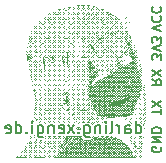
<source format=gbr>
%FSLAX46Y46*%
%MOMM*%
%ADD10C,0.2*%
D10*
%LPD*%
G01X137400000Y-129359523D02*
X137438095Y-129435714D01*
Y-129550000D01*
X137400000Y-129664285D01*
X137323809Y-129740476D01*
X137247619Y-129778571D01*
X137095238Y-129816666D01*
X136980952D01*
X136828571Y-129778571D01*
X136752380Y-129740476D01*
X136676190Y-129664285D01*
X136638095Y-129550000D01*
Y-129473809D01*
X136676190Y-129359523D01*
X136714285Y-129321428D01*
X136980952D01*
Y-129473809D01*
X136638095Y-128978571D02*
X137438095D01*
X136638095Y-128521428D01*
X137438095D01*
X136638095Y-128140476D02*
X137438095D01*
Y-127950000D01*
X137400000Y-127835714D01*
X137323809Y-127759523D01*
X137247619Y-127721428D01*
X137095238Y-127683333D01*
X136980952D01*
X136828571Y-127721428D01*
X136752380Y-127759523D01*
X136676190Y-127835714D01*
X136638095Y-127950000D01*
Y-128140476D01*
X137438095Y-126609523D02*
Y-126152380D01*
X136638095Y-126380952D02*
X137438095D01*
Y-125961904D02*
X136638095Y-125428571D01*
X137438095D02*
X136638095Y-125961904D01*
Y-123633333D02*
X137019047Y-123900000D01*
X136638095Y-124090476D02*
X137438095D01*
Y-123785714D01*
X137400000Y-123709523D01*
X137361904Y-123671428D01*
X137285714Y-123633333D01*
X137171428D01*
X137095238Y-123671428D01*
X137057142Y-123709523D01*
X137019047Y-123785714D01*
Y-124090476D01*
X137438095Y-123366666D02*
X136638095Y-122833333D01*
X137438095D02*
X136638095Y-123366666D01*
X137438095Y-121990476D02*
Y-121495238D01*
X137133333Y-121761904D01*
Y-121647619D01*
X137095238Y-121571428D01*
X137057142Y-121533333D01*
X136980952Y-121495238D01*
X136790476D01*
X136714285Y-121533333D01*
X136676190Y-121571428D01*
X136638095Y-121647619D01*
Y-121876190D01*
X136676190Y-121952380D01*
X136714285Y-121990476D01*
X137438095Y-121266666D02*
X136638095Y-121000000D01*
X137438095Y-120733333D01*
Y-120542857D02*
Y-120047619D01*
X137133333Y-120314285D01*
Y-120200000D01*
X137095238Y-120123809D01*
X137057142Y-120085714D01*
X136980952Y-120047619D01*
X136790476D01*
X136714285Y-120085714D01*
X136676190Y-120123809D01*
X136638095Y-120200000D01*
Y-120428571D01*
X136676190Y-120504761D01*
X136714285Y-120542857D01*
X137438095Y-119566666D02*
X136638095Y-119300000D01*
X137438095Y-119033333D01*
X136714285Y-118309523D02*
X136676190Y-118347619D01*
X136638095Y-118461904D01*
Y-118538095D01*
X136676190Y-118652380D01*
X136752380Y-118728571D01*
X136828571Y-118766666D01*
X136980952Y-118804761D01*
X137095238D01*
X137247619Y-118766666D01*
X137323809Y-118728571D01*
X137400000Y-118652380D01*
X137438095Y-118538095D01*
Y-118461904D01*
X137400000Y-118347619D01*
X137361904Y-118309523D01*
X136714285Y-117509523D02*
X136676190Y-117547619D01*
X136638095Y-117661904D01*
Y-117738095D01*
X136676190Y-117852380D01*
X136752380Y-117928571D01*
X136828571Y-117966666D01*
X136980952Y-118004761D01*
X137095238D01*
X137247619Y-117966666D01*
X137323809Y-117928571D01*
X137400000Y-117852380D01*
X137438095Y-117738095D01*
Y-117661904D01*
X137400000Y-117547619D01*
X137361904Y-117509523D01*
X135285714Y-128202380D02*
Y-127202380D01*
Y-128154761D02*
X135380952Y-128202380D01*
X135571428D01*
X135666666Y-128154761D01*
X135714285Y-128107142D01*
X135761904Y-128011904D01*
Y-127726190D01*
X135714285Y-127630952D01*
X135666666Y-127583333D01*
X135571428Y-127535714D01*
X135380952D01*
X135285714Y-127583333D01*
X134380952Y-128202380D02*
Y-127678571D01*
X134428571Y-127583333D01*
X134523809Y-127535714D01*
X134714285D01*
X134809523Y-127583333D01*
X134380952Y-128154761D02*
X134476190Y-128202380D01*
X134714285D01*
X134809523Y-128154761D01*
X134857142Y-128059523D01*
Y-127964285D01*
X134809523Y-127869047D01*
X134714285Y-127821428D01*
X134476190D01*
X134380952Y-127773809D01*
X133904761Y-128202380D02*
Y-127535714D01*
Y-127726190D02*
X133857142Y-127630952D01*
X133809523Y-127583333D01*
X133714285Y-127535714D01*
X133619047D01*
X133142857Y-128202380D02*
X133238095Y-128154761D01*
X133285714Y-128059523D01*
Y-127202380D01*
X132761904Y-128202380D02*
Y-127535714D01*
Y-127202380D02*
X132809523Y-127250000D01*
X132761904Y-127297619D01*
X132714285Y-127250000D01*
X132761904Y-127202380D01*
Y-127297619D01*
X132285714Y-127535714D02*
Y-128202380D01*
Y-127630952D02*
X132238095Y-127583333D01*
X132142857Y-127535714D01*
X132000000D01*
X131904761Y-127583333D01*
X131857142Y-127678571D01*
Y-128202380D01*
X130952380Y-127535714D02*
Y-128345238D01*
X131000000Y-128440476D01*
X131047619Y-128488095D01*
X131142857Y-128535714D01*
X131285714D01*
X131380952Y-128488095D01*
X130952380Y-128154761D02*
X131047619Y-128202380D01*
X131238095D01*
X131333333Y-128154761D01*
X131380952Y-128107142D01*
X131428571Y-128011904D01*
Y-127726190D01*
X131380952Y-127630952D01*
X131333333Y-127583333D01*
X131238095Y-127535714D01*
X131047619D01*
X130952380Y-127583333D01*
X130476190Y-128107142D02*
X130428571Y-128154761D01*
X130476190Y-128202380D01*
X130523809Y-128154761D01*
X130476190Y-128107142D01*
Y-128202380D01*
X130095238D02*
X129571428Y-127535714D01*
X130095238D02*
X129571428Y-128202380D01*
X128809523Y-128154761D02*
X128904761Y-128202380D01*
X129095238D01*
X129190476Y-128154761D01*
X129238095Y-128059523D01*
Y-127678571D01*
X129190476Y-127583333D01*
X129095238Y-127535714D01*
X128904761D01*
X128809523Y-127583333D01*
X128761904Y-127678571D01*
Y-127773809D01*
X129238095Y-127869047D01*
X128333333Y-127535714D02*
Y-128202380D01*
Y-127630952D02*
X128285714Y-127583333D01*
X128190476Y-127535714D01*
X128047619D01*
X127952380Y-127583333D01*
X127904761Y-127678571D01*
Y-128202380D01*
X127000000Y-127535714D02*
Y-128345238D01*
X127047619Y-128440476D01*
X127095238Y-128488095D01*
X127190476Y-128535714D01*
X127333333D01*
X127428571Y-128488095D01*
X127000000Y-128154761D02*
X127095238Y-128202380D01*
X127285714D01*
X127380952Y-128154761D01*
X127428571Y-128107142D01*
X127476190Y-128011904D01*
Y-127726190D01*
X127428571Y-127630952D01*
X127380952Y-127583333D01*
X127285714Y-127535714D01*
X127095238D01*
X127000000Y-127583333D01*
X126523809Y-128202380D02*
Y-127535714D01*
Y-127202380D02*
X126571428Y-127250000D01*
X126523809Y-127297619D01*
X126476190Y-127250000D01*
X126523809Y-127202380D01*
Y-127297619D01*
X126047619Y-128107142D02*
X126000000Y-128154761D01*
X126047619Y-128202380D01*
X126095238Y-128154761D01*
X126047619Y-128107142D01*
Y-128202380D01*
X125142857D02*
Y-127202380D01*
Y-128154761D02*
X125238095Y-128202380D01*
X125428571D01*
X125523809Y-128154761D01*
X125571428Y-128107142D01*
X125619047Y-128011904D01*
Y-127726190D01*
X125571428Y-127630952D01*
X125523809Y-127583333D01*
X125428571Y-127535714D01*
X125238095D01*
X125142857Y-127583333D01*
X124285714Y-128154761D02*
X124380952Y-128202380D01*
X124571428D01*
X124666666Y-128154761D01*
X124714285Y-128059523D01*
Y-127678571D01*
X124666666Y-127583333D01*
X124571428Y-127535714D01*
X124380952D01*
X124285714Y-127583333D01*
X124238095Y-127678571D01*
Y-127773809D01*
X124714285Y-127869047D01*
G36*
X131287879Y-117333333D02*
X131303030Y-117303030D01*
X131287879Y-117333333D01*
G37*
G36*
X131060606Y-117348485D02*
X131075758Y-117303030D01*
X131121212Y-117318182D01*
Y-117348485D01*
X131060606D01*
G37*
G36*
X130848485D02*
X130863636Y-117303030D01*
X130893939D01*
X130909091Y-117348485D01*
X130848485D01*
G37*
G36*
X129712121Y-117439394D02*
G37*
G36*
X134590909Y-118090909D02*
X134621212Y-118060606D01*
X134590909Y-118090909D01*
G37*
G36*
X134424242Y-118075758D02*
G37*
G36*
X134545455Y-118196970D02*
X134500000Y-118181818D01*
Y-118151515D01*
X134545455Y-118136364D01*
Y-118196970D01*
G37*
G36*
X134439394Y-118303030D02*
X134393939Y-118287879D01*
Y-118257576D01*
X134439394D01*
Y-118303030D01*
G37*
G36*
X134500000Y-118393939D02*
Y-118363636D01*
X134545455D01*
Y-118409091D01*
X134500000Y-118393939D01*
G37*
G36*
X134287879Y-118409091D02*
Y-118363636D01*
X134333333D01*
Y-118409091D01*
X134287879D01*
G37*
G36*
X134696970Y-118424242D02*
X134712121Y-118363636D01*
X134651515Y-118303030D01*
X134606061D01*
Y-118242424D01*
X134651515D01*
Y-118287879D01*
X134666667Y-118318182D01*
X134696970Y-118348485D01*
X134742424Y-118363636D01*
X134757576Y-118393939D01*
X134696970Y-118424242D01*
G37*
G36*
X134606061Y-118515152D02*
Y-118469697D01*
X134651515D01*
Y-118515152D01*
X134606061D01*
G37*
G36*
X134393939D02*
Y-118469697D01*
X134439394D01*
Y-118515152D01*
X134393939D01*
G37*
G36*
X134212121Y-118484848D02*
X134227273Y-118515152D01*
X134212121Y-118484848D01*
G37*
G36*
X134500000Y-118621212D02*
Y-118575758D01*
X134545455D01*
Y-118621212D01*
X134500000D01*
G37*
G36*
X134287879D02*
Y-118575758D01*
X134333333D01*
Y-118621212D01*
X134287879D01*
G37*
G36*
X134772727Y-118636364D02*
X134712121Y-118621212D01*
Y-118575758D01*
X134742424D01*
X134772727Y-118560606D01*
Y-118636364D01*
G37*
G36*
X134833333Y-118696970D02*
G37*
G36*
X134606061Y-118727273D02*
Y-118681818D01*
X134651515D01*
Y-118727273D01*
X134606061D01*
G37*
G36*
X134393939D02*
Y-118681818D01*
X134439394D01*
Y-118727273D01*
X134393939D01*
G37*
G36*
X134181818D02*
Y-118681818D01*
X134212121D01*
X134227273Y-118727273D01*
X134181818D01*
G37*
G36*
X134818182D02*
G37*
G36*
X134500000Y-118833333D02*
Y-118787879D01*
X134545455D01*
Y-118833333D01*
X134500000D01*
G37*
G36*
X134287879D02*
Y-118787879D01*
X134333333D01*
Y-118833333D01*
X134287879D01*
G37*
G36*
X134060606D02*
X134075758Y-118787879D01*
X134106061D01*
Y-118833333D01*
X134060606D01*
G37*
G36*
X134772727Y-118848485D02*
X134712121Y-118833333D01*
Y-118787879D01*
X134772727Y-118772727D01*
Y-118848485D01*
G37*
G36*
X134606061Y-118939394D02*
Y-118893939D01*
X134651515D01*
Y-118939394D01*
X134606061D01*
G37*
G36*
X134393939D02*
Y-118893939D01*
X134439394D01*
Y-118939394D01*
X134393939D01*
G37*
G36*
X134181818D02*
Y-118893939D01*
X134227273D01*
X134212121Y-118939394D01*
X134181818D01*
G37*
G36*
X134712121Y-119045455D02*
Y-119000000D01*
X134757576D01*
Y-119045455D01*
X134712121D01*
G37*
G36*
X134500000D02*
Y-119000000D01*
X134545455D01*
Y-119045455D01*
X134500000D01*
G37*
G36*
X134287879D02*
Y-119000000D01*
X134333333D01*
Y-119045455D01*
X134287879D01*
G37*
G36*
X134606061Y-119151515D02*
Y-119106061D01*
X134651515D01*
Y-119151515D01*
X134606061D01*
G37*
G36*
X134393939D02*
Y-119106061D01*
X134439394D01*
Y-119151515D01*
X134393939D01*
G37*
G36*
X134712121Y-119257576D02*
Y-119212121D01*
X134742424Y-119227273D01*
X134712121Y-119257576D01*
G37*
G36*
X134500000D02*
Y-119227273D01*
X134545455Y-119212121D01*
Y-119257576D01*
X134500000D01*
G37*
G36*
X134606061Y-119363636D02*
Y-119333333D01*
X134651515Y-119318182D01*
Y-119363636D01*
X134606061D01*
G37*
G36*
X135136364Y-120560606D02*
G37*
G36*
X135681818Y-125151515D02*
Y-125106061D01*
X135727273D01*
Y-125151515D01*
X135681818D01*
G37*
G36*
X126727273D02*
G37*
G36*
X135681818Y-125363636D02*
Y-125318182D01*
X135727273D01*
Y-125363636D01*
X135681818D01*
G37*
G36*
X135575758Y-125469697D02*
Y-125439394D01*
X135621212Y-125424242D01*
X135606061Y-125469697D01*
X135575758D01*
G37*
G36*
X135469697Y-125575758D02*
Y-125545455D01*
X135515152D01*
X135500000Y-125575758D01*
X135469697D01*
G37*
G36*
X135727273Y-125590909D02*
X135681818Y-125575758D01*
Y-125545455D01*
X135727273Y-125530303D01*
Y-125590909D01*
G37*
G36*
X135621212Y-125696970D02*
X135575758Y-125681818D01*
Y-125651515D01*
X135621212D01*
Y-125696970D01*
G37*
G36*
X135681818Y-125803030D02*
Y-125757576D01*
X135727273D01*
Y-125803030D01*
X135681818D01*
G37*
G36*
X135515152D02*
X135469697Y-125787879D01*
Y-125757576D01*
X135515152D01*
Y-125803030D01*
G37*
G36*
X129242424D02*
X129257576Y-125757576D01*
X129287879D01*
Y-125787879D01*
X129242424Y-125803030D01*
G37*
G36*
X135575758Y-125909091D02*
Y-125863636D01*
X135621212D01*
Y-125909091D01*
X135575758D01*
G37*
G36*
X135348485D02*
X135363636Y-125863636D01*
X135393939D01*
X135409091Y-125909091D01*
X135348485D01*
G37*
G36*
X129348485D02*
X129363636Y-125863636D01*
X129393939D01*
X129409091Y-125909091D01*
X129378788Y-125893939D01*
X129348485Y-125909091D01*
G37*
G36*
X126727273Y-125969697D02*
G37*
G36*
X135681818Y-126015152D02*
Y-125969697D01*
X135727273D01*
Y-126015152D01*
X135681818D01*
G37*
G36*
X135454545D02*
X135469697Y-125969697D01*
X135515152D01*
Y-126015152D01*
X135454545D01*
G37*
G36*
X129454545D02*
X129469697Y-125969697D01*
X129515152D01*
Y-126015152D01*
X129454545D01*
G37*
G36*
X129242424D02*
Y-125969697D01*
X129287879D01*
X129303030Y-126015152D01*
X129242424D01*
G37*
G36*
X135575758Y-126121212D02*
Y-126075758D01*
X135621212D01*
Y-126121212D01*
X135575758D01*
G37*
G36*
X135348485D02*
Y-126075758D01*
X135409091D01*
Y-126121212D01*
X135348485D01*
G37*
G36*
X129575758D02*
Y-126075758D01*
X129621212D01*
Y-126121212D01*
X129575758D01*
G37*
G36*
X129348485D02*
Y-126075758D01*
X129409091D01*
Y-126121212D01*
X129348485D01*
G37*
G36*
X129136364D02*
Y-126075758D01*
X129181818D01*
Y-126121212D01*
X129136364D01*
G37*
G36*
X135681818Y-126227273D02*
Y-126181818D01*
X135727273D01*
Y-126227273D01*
X135681818D01*
G37*
G36*
X135469697D02*
X135454545Y-126181818D01*
X135515152D01*
Y-126227273D01*
X135469697D01*
G37*
G36*
X135242424D02*
Y-126181818D01*
X135303030D01*
X135287879Y-126227273D01*
X135242424D01*
G37*
G36*
X129242424D02*
Y-126181818D01*
X129303030D01*
X129287879Y-126227273D01*
X129242424D01*
G37*
G36*
X135575758Y-126333333D02*
Y-126287879D01*
X135621212D01*
Y-126333333D01*
X135575758D01*
G37*
G36*
X135348485D02*
Y-126287879D01*
X135409091D01*
X135393939Y-126333333D01*
X135348485D01*
G37*
G36*
X129136364D02*
Y-126287879D01*
X129181818D01*
Y-126333333D01*
X129136364D01*
G37*
G36*
X135681818Y-126439394D02*
Y-126393939D01*
X135727273D01*
Y-126439394D01*
X135681818D01*
G37*
G36*
X135454545D02*
X135469697Y-126393939D01*
X135515152D01*
Y-126439394D01*
X135454545D01*
G37*
G36*
X135242424D02*
Y-126393939D01*
X135287879D01*
Y-126439394D01*
X135242424D01*
G37*
G36*
X135575758Y-126545455D02*
Y-126500000D01*
X135621212D01*
Y-126545455D01*
X135575758D01*
G37*
G36*
X135348485D02*
X135363636Y-126500000D01*
X135393939D01*
X135409091Y-126545455D01*
X135348485D01*
G37*
G36*
X129136364D02*
Y-126500000D01*
X129181818D01*
Y-126545455D01*
X129136364D01*
G37*
G36*
X135469697Y-126651515D02*
Y-126606061D01*
X135515152D01*
Y-126651515D01*
X135469697D01*
G37*
G36*
X135242424D02*
Y-126606061D01*
X135287879D01*
Y-126651515D01*
X135242424D01*
G37*
G36*
X135727273Y-126666667D02*
X135681818Y-126651515D01*
Y-126606061D01*
X135727273D01*
Y-126666667D01*
G37*
G36*
X135575758Y-126757576D02*
Y-126712121D01*
X135621212D01*
Y-126757576D01*
X135575758D01*
G37*
G36*
X135363636D02*
X135348485Y-126712121D01*
X135409091D01*
X135393939Y-126757576D01*
X135363636D01*
G37*
G36*
X135136364D02*
Y-126712121D01*
X135181818D01*
Y-126757576D01*
X135136364D01*
G37*
G36*
X134924242D02*
Y-126712121D01*
X134969697D01*
Y-126757576D01*
X134924242D01*
G37*
G36*
X135469697Y-126863636D02*
X135454545Y-126818182D01*
X135515152D01*
X135500000Y-126863636D01*
X135469697D01*
G37*
G36*
X135242424Y-126848485D02*
Y-126818182D01*
X135287879Y-126833333D01*
Y-126863636D01*
X135242424Y-126848485D01*
G37*
G36*
X135030303Y-126863636D02*
Y-126818182D01*
X135075758D01*
Y-126863636D01*
X135030303D01*
G37*
G36*
X134818182D02*
Y-126818182D01*
X134863636D01*
Y-126863636D01*
X134818182D01*
G37*
G36*
X134606061D02*
Y-126818182D01*
X134651515D01*
Y-126863636D01*
X134606061D01*
G37*
G36*
X134393939D02*
Y-126818182D01*
X134439394D01*
Y-126863636D01*
X134393939D01*
G37*
G36*
X132242424Y-126878788D02*
Y-126818182D01*
X132303030D01*
X132287879Y-126863636D01*
X132242424Y-126878788D01*
G37*
G36*
X130106061D02*
Y-126818182D01*
X130151515D01*
Y-126878788D01*
X130106061D01*
G37*
G36*
X134318182Y-126939394D02*
G37*
G36*
X135575758Y-126969697D02*
Y-126939394D01*
X135621212Y-126924242D01*
X135606061Y-126969697D01*
X135575758D01*
G37*
G36*
X135363636D02*
X135348485Y-126924242D01*
X135393939Y-126939394D01*
Y-126969697D01*
X135363636D01*
G37*
G36*
X135136364Y-126954545D02*
Y-126924242D01*
X135181818Y-126939394D01*
Y-126969697D01*
X135136364Y-126954545D01*
G37*
G36*
X134924242Y-126969697D02*
Y-126924242D01*
X134969697D01*
Y-126969697D01*
X134924242D01*
G37*
G36*
X133439394Y-126939394D02*
X133469697D01*
Y-126969697D01*
X133439394Y-126939394D01*
G37*
G36*
X134712121Y-126984848D02*
Y-126924242D01*
X134757576D01*
Y-126984848D01*
X134712121D01*
G37*
G36*
X134500000D02*
Y-126924242D01*
X134545455D01*
Y-126969697D01*
X134500000Y-126984848D01*
G37*
G36*
X133000000D02*
Y-126924242D01*
X133045455D01*
Y-126984848D01*
X133000000D01*
G37*
G36*
X132833333D02*
X132787879Y-126969697D01*
Y-126924242D01*
X132833333D01*
Y-126984848D01*
G37*
G36*
X132560606D02*
Y-126924242D01*
X132621212D01*
Y-126984848D01*
X132560606D01*
G37*
G36*
X132348485D02*
X132363636Y-126954545D01*
X132348485Y-126924242D01*
X132378788Y-126939394D01*
X132409091Y-126924242D01*
Y-126954545D01*
Y-126984848D01*
X132378788D01*
X132348485D01*
G37*
G36*
X130000000D02*
Y-126924242D01*
X130045455D01*
Y-126984848D01*
X130000000D01*
G37*
G36*
X132939394Y-127030303D02*
G37*
G36*
X135469697Y-127045455D02*
X135515152D01*
X135500000Y-127075758D01*
X135469697Y-127045455D01*
G37*
G36*
X134393939Y-127075758D02*
Y-127030303D01*
X134439394D01*
Y-127075758D01*
X134393939D01*
G37*
G36*
X135030303Y-127090909D02*
Y-127030303D01*
X135075758Y-127045455D01*
X135060606Y-127075758D01*
X135030303Y-127090909D01*
G37*
G36*
X134863636D02*
X134818182Y-127075758D01*
Y-127030303D01*
X134863636D01*
Y-127090909D01*
G37*
G36*
X134606061D02*
Y-127030303D01*
X134651515D01*
Y-127075758D01*
X134606061Y-127090909D01*
G37*
G36*
X132454545D02*
X132469697Y-127060606D01*
X132454545Y-127030303D01*
X132484848Y-127045455D01*
X132515152Y-127030303D01*
Y-127075758D01*
X132484848Y-127090909D01*
X132454545D01*
G37*
G36*
X130303030D02*
X130318182Y-127045455D01*
X130303030Y-127015152D01*
X130287879Y-127000000D01*
X130212121Y-126984848D01*
Y-126924242D01*
X130272727D01*
X130257576Y-126954545D01*
X130272727Y-126984848D01*
X130333333Y-127045455D01*
X130363636Y-127030303D01*
Y-127090909D01*
X130303030D01*
G37*
G36*
X130106061D02*
Y-127030303D01*
X130151515D01*
Y-127090909D01*
X130106061D01*
G37*
G36*
X135621212Y-127196970D02*
X135575758Y-127181818D01*
Y-127151515D01*
X135621212D01*
Y-127196970D01*
G37*
G36*
X134924242D02*
Y-127136364D01*
X134969697Y-127151515D01*
Y-127196970D01*
X134924242D01*
G37*
G36*
X134500000D02*
Y-127136364D01*
X134545455Y-127151515D01*
Y-127181818D01*
X134500000Y-127196970D01*
G37*
G36*
X130424242D02*
Y-127136364D01*
X130469697Y-127151515D01*
Y-127196970D01*
X130424242D01*
G37*
G36*
X130000000D02*
Y-127136364D01*
X130045455D01*
Y-127196970D01*
X130000000D01*
G37*
G36*
X134772727Y-127212121D02*
X134696970Y-127196970D01*
Y-127136364D01*
X134772727D01*
Y-127181818D01*
Y-127212121D01*
G37*
G36*
X130272727D02*
X130212121Y-127196970D01*
Y-127136364D01*
X130242424D01*
X130257576D01*
X130287879Y-127121212D01*
X130272727Y-127212121D01*
G37*
G36*
X134439394Y-127257576D02*
Y-127287879D01*
Y-127257576D01*
G37*
G36*
X136090909Y-127303030D02*
Y-127242424D01*
Y-127303030D01*
G37*
G36*
X135030303D02*
Y-127242424D01*
Y-127303030D01*
G37*
G36*
X134606061D02*
Y-127257576D01*
X134651515D01*
Y-127303030D01*
X134606061D01*
G37*
G36*
X132454545D02*
Y-127242424D01*
X132484848Y-127257576D01*
Y-127303030D01*
X132454545D01*
G37*
G36*
X130530303D02*
Y-127242424D01*
X130575758Y-127257576D01*
X130590909Y-127303030D01*
X130530303D01*
G37*
G36*
X130106061D02*
Y-127242424D01*
X130151515D01*
Y-127303030D01*
X130106061D01*
G37*
G36*
X129893939D02*
Y-127257576D01*
X129939394Y-127242424D01*
Y-127303030D01*
X129893939D01*
G37*
G36*
X134803030Y-127318182D02*
Y-127287879D01*
Y-127242424D01*
X134833333Y-127257576D01*
X134863636D01*
Y-127303030D01*
X134803030Y-127318182D01*
G37*
G36*
X130242424Y-127348485D02*
X130272727D01*
X130318182Y-127303030D01*
X130303030Y-127242424D01*
X130333333Y-127257576D01*
X130363636D01*
Y-127303030D01*
X130333333Y-127287879D01*
X130272727Y-127348485D01*
X130242424D01*
G37*
G36*
X134969697Y-127393939D02*
X134924242Y-127363636D01*
X134969697D01*
Y-127393939D01*
G37*
G36*
X130636364Y-127409091D02*
Y-127348485D01*
X130681818Y-127363636D01*
X130696970Y-127409091D01*
X130636364D01*
G37*
G36*
X130424242D02*
Y-127348485D01*
X130469697Y-127363636D01*
Y-127409091D01*
X130424242D01*
G37*
G36*
X130530303Y-127515152D02*
Y-127469697D01*
X130575758D01*
Y-127515152D01*
X130530303D01*
G37*
G36*
X130318182D02*
Y-127469697D01*
X130363636D01*
Y-127515152D01*
X130318182D01*
G37*
G36*
X130636364Y-127621212D02*
Y-127575758D01*
X130681818D01*
X130696970Y-127621212D01*
X130636364D01*
G37*
G36*
X135984848Y-127636364D02*
Y-127560606D01*
X135909091Y-127484848D01*
X135893939Y-127454545D01*
X135939394D01*
X135984848Y-127409091D01*
Y-127348485D01*
X135939394Y-127303030D01*
X135893939D01*
X135833333Y-127363636D01*
X135848485Y-127409091D01*
X135818182Y-127378788D01*
X135772727Y-127363636D01*
X135727273Y-127303030D01*
X135666667Y-127318182D01*
Y-127242424D01*
X135727273D01*
X135772727Y-127196970D01*
Y-127136364D01*
X135727273Y-127090909D01*
X135666667D01*
Y-127030303D01*
X135727273D01*
X135772727Y-126984848D01*
Y-126924242D01*
X135727273Y-126878788D01*
X135681818Y-126863636D01*
Y-126818182D01*
X135727273D01*
X135772727Y-126772727D01*
Y-126696970D01*
X135818182Y-126712121D01*
X135848485Y-126696970D01*
X135878788Y-126666667D01*
Y-126606061D01*
X135833333Y-126560606D01*
X135757576Y-126575758D01*
X135772727Y-126484848D01*
X135818182Y-126500000D01*
X135848485Y-126484848D01*
X135878788Y-126454545D01*
Y-126378788D01*
X135848485Y-126348485D01*
X135772727D01*
X135787879Y-126318182D01*
X135772727Y-126272727D01*
X135803030Y-126287879D01*
X135848485Y-126272727D01*
X135878788Y-126242424D01*
Y-126166667D01*
X135848485Y-126136364D01*
X135787879Y-126121212D01*
Y-126075758D01*
X135833333Y-126060606D01*
X135878788Y-126015152D01*
Y-125954545D01*
X135833333Y-125909091D01*
X135787879D01*
Y-125863636D01*
X135818182D01*
X135878788Y-125803030D01*
Y-125742424D01*
X135833333Y-125696970D01*
X135787879D01*
Y-125651515D01*
X135833333Y-125636364D01*
X135878788Y-125590909D01*
Y-125530303D01*
X135833333Y-125484848D01*
X135787879Y-125469697D01*
Y-125424242D01*
X135833333D01*
X135878788Y-125378788D01*
Y-125318182D01*
X135818182Y-125257576D01*
X135787879D01*
Y-125212121D01*
X135833333D01*
X135878788Y-125166667D01*
Y-125106061D01*
X135833333Y-125060606D01*
X135787879Y-125045455D01*
Y-125000000D01*
X135848485Y-124984848D01*
X135878788Y-124954545D01*
Y-124878788D01*
X135848485Y-124848485D01*
X135818182Y-124833333D01*
X135772727Y-124848485D01*
X135787879Y-124803030D01*
X135772727Y-124772727D01*
X135848485D01*
X135878788Y-124742424D01*
Y-124666667D01*
X135848485Y-124636364D01*
X135787879D01*
X135757576D01*
Y-124545455D01*
X135681818D01*
X135651515Y-124575758D01*
Y-124621212D01*
X135681818Y-124651515D01*
X135727273Y-124666667D01*
Y-124727273D01*
X135681818Y-124742424D01*
X135651515Y-124772727D01*
X135636364Y-124803030D01*
Y-124833333D01*
X135651515Y-124863636D01*
X135681818Y-124893939D01*
X135727273D01*
Y-124939394D01*
X135681818D01*
Y-124909091D01*
X135651515Y-124878788D01*
X135606061Y-124863636D01*
X135575758D01*
X135545455Y-124893939D01*
Y-124939394D01*
X135575758Y-124969697D01*
X135636364Y-124984848D01*
X135621212Y-125045455D01*
X135530303Y-125121212D01*
Y-125151515D01*
X135545455Y-125181818D01*
X135575758Y-125212121D01*
X135621212D01*
Y-125257576D01*
X135575758D01*
Y-125227273D01*
X135545455Y-125196970D01*
X135469697Y-125181818D01*
X135439394Y-125212121D01*
Y-125257576D01*
X135469697Y-125287879D01*
X135484848D01*
X135515152Y-125333333D01*
Y-125363636D01*
X135469697Y-125378788D01*
X135424242Y-125424242D01*
Y-125500000D01*
X135363636Y-125515152D01*
X135333333Y-125545455D01*
Y-125590909D01*
X135409091Y-125651515D01*
X135393939Y-125681818D01*
X135348485Y-125696970D01*
X135333333Y-125712121D01*
X135318182Y-125742424D01*
X135303030Y-125772727D01*
X135287879Y-125818182D01*
X135242424Y-125833333D01*
X135227273Y-125848485D01*
X135212121Y-125878788D01*
X135227273Y-125924242D01*
X135287879Y-125969697D01*
X135303030Y-126015152D01*
X135242424D01*
X135212121Y-126045455D01*
X135196970Y-126075758D01*
Y-126136364D01*
X135151515Y-126151515D01*
X135121212Y-126181818D01*
Y-126227273D01*
X135196970Y-126287879D01*
X135181818Y-126333333D01*
X135121212Y-126378788D01*
X135106061Y-126409091D01*
Y-126454545D01*
X135121212Y-126484848D01*
X135181818Y-126500000D01*
Y-126545455D01*
X135136364D01*
Y-126515152D01*
X135106061Y-126484848D01*
X135075758Y-126469697D01*
X135045455D01*
X135015152Y-126500000D01*
X135000000Y-126530303D01*
X135075758Y-126606061D01*
Y-126651515D01*
X135030303D01*
X134984848Y-126590909D01*
X134939394Y-126575758D01*
X134893939Y-126621212D01*
Y-126681818D01*
X134833333D01*
X134803030D01*
X134757576Y-126727273D01*
Y-126757576D01*
X134712121D01*
X134681818Y-126712121D01*
X134651515Y-126696970D01*
X134606061D01*
X134575758Y-126727273D01*
X134560606Y-126772727D01*
X134469697Y-126787879D01*
Y-126727273D01*
X134409091Y-126681818D01*
X134363636Y-126727273D01*
Y-126787879D01*
X134318182Y-126772727D01*
X134272727Y-126787879D01*
X134181818Y-126833333D01*
X134121212Y-126787879D01*
X134075758D01*
X134045455Y-126803030D01*
X134000000Y-126848485D01*
X133969697D01*
X133924242Y-126803030D01*
X133893939Y-126787879D01*
X133863636D01*
X133803030Y-126863636D01*
X133727273Y-126848485D01*
X133696970Y-126803030D01*
X133666667Y-126787879D01*
X133636364Y-126803030D01*
X133590909Y-126863636D01*
X133560606D01*
X133530303Y-126878788D01*
X133454545Y-126787879D01*
X133424242Y-126803030D01*
X133378788Y-126848485D01*
Y-126878788D01*
X133348485Y-126863636D01*
X133303030Y-126878788D01*
Y-126848485D01*
X133257576Y-126803030D01*
X133212121D01*
X133166667Y-126848485D01*
Y-126878788D01*
X133090909D01*
Y-126848485D01*
X133045455Y-126803030D01*
X133000000D01*
X132939394Y-126878788D01*
X132878788D01*
Y-126848485D01*
X132833333Y-126803030D01*
X132803030Y-126787879D01*
X132772727Y-126803030D01*
X132742424Y-126848485D01*
X132666667Y-126863636D01*
Y-126833333D01*
X132636364Y-126803030D01*
X132606061Y-126787879D01*
X132575758D01*
X132545455Y-126803030D01*
X132515152Y-126833333D01*
Y-126878788D01*
X132454545D01*
X132469697Y-126833333D01*
X132424242Y-126787879D01*
X132393939Y-126772727D01*
X132333333Y-126787879D01*
Y-126757576D01*
X132318182Y-126712121D01*
X132272727Y-126681818D01*
X132242424Y-126696970D01*
X132212121Y-126712121D01*
X132196970Y-126772727D01*
X132136364Y-126757576D01*
Y-126712121D01*
X132090909Y-126666667D01*
X132030303D01*
X131984848Y-126712121D01*
Y-126772727D01*
X132015152Y-126803030D01*
X132045455Y-126818182D01*
X132090909Y-126803030D01*
Y-126878788D01*
X132121212Y-126909091D01*
X132151515Y-126924242D01*
X132196970D01*
Y-126984848D01*
X132242424Y-127030303D01*
X132303030D01*
Y-127090909D01*
X132242424D01*
X132196970Y-127136364D01*
Y-127196970D01*
X132242424Y-127242424D01*
X132303030D01*
X132348485Y-127196970D01*
X132363636Y-127166667D01*
X132348485Y-127136364D01*
X132378788Y-127151515D01*
X132409091Y-127136364D01*
Y-127196970D01*
X132378788Y-127181818D01*
X132348485Y-127196970D01*
X132303030Y-127242424D01*
X132318182Y-127318182D01*
X132227273Y-127303030D01*
X132242424Y-127242424D01*
X132196970Y-127196970D01*
X132136364D01*
X132090909Y-127242424D01*
Y-127303030D01*
X132015152D01*
X132030303Y-127257576D01*
X131969697Y-127196970D01*
X131924242D01*
X131878788Y-127242424D01*
X131893939Y-127318182D01*
X131863636Y-127303030D01*
X131818182D01*
X131772727Y-127363636D01*
X131666667Y-127454545D01*
X131651515Y-127500000D01*
X131590909D01*
Y-127454545D01*
X131545455Y-127409091D01*
X131515152D01*
X131484848Y-127378788D01*
Y-127348485D01*
X131439394Y-127303030D01*
X131393939D01*
X131363636Y-127318182D01*
X131378788Y-127242424D01*
X131333333Y-127196970D01*
X131287879D01*
X131227273Y-127257576D01*
X131242424Y-127303030D01*
X131166667D01*
Y-127242424D01*
X131121212Y-127196970D01*
X131060606D01*
X131015152Y-127242424D01*
X131030303Y-127303030D01*
X130954545D01*
Y-127242424D01*
X130909091Y-127196970D01*
X130848485D01*
X130803030Y-127242424D01*
X130818182Y-127318182D01*
X130742424Y-127303030D01*
Y-127242424D01*
X130696970Y-127196970D01*
X130621212Y-127212121D01*
X130636364Y-127151515D01*
X130621212Y-127121212D01*
X130590909Y-127090909D01*
X130515152Y-127106061D01*
X130530303Y-127045455D01*
X130515152Y-127015152D01*
X130484848Y-126984848D01*
X130409091D01*
X130424242Y-126939394D01*
X130409091Y-126909091D01*
X130378788Y-126878788D01*
X130303030D01*
X130318182Y-126833333D01*
X130303030Y-126803030D01*
X130272727Y-126772727D01*
X130196970D01*
X130212121Y-126727273D01*
X130196970Y-126696970D01*
X130166667Y-126666667D01*
X130090909D01*
X130106061Y-126621212D01*
X130090909Y-126590909D01*
X130060606Y-126560606D01*
X130015152Y-126545455D01*
X129984848Y-126560606D01*
X129954545Y-126590909D01*
X129939394Y-126636364D01*
X129954545Y-126666667D01*
X130000000Y-126712121D01*
X130045455D01*
Y-126772727D01*
X130015152Y-126757576D01*
X129984848Y-126772727D01*
X129954545Y-126803030D01*
X129939394Y-126833333D01*
X129954545Y-126878788D01*
X129878788D01*
X129848485Y-126909091D01*
X129833333Y-126939394D01*
Y-126969697D01*
X129893939Y-127030303D01*
X129939394D01*
Y-127090909D01*
X129893939D01*
X129833333Y-127151515D01*
Y-127181818D01*
X129848485Y-127212121D01*
X129787879Y-127196970D01*
X129727273Y-127257576D01*
Y-127287879D01*
X129742424Y-127318182D01*
X129772727Y-127348485D01*
X129833333D01*
Y-127409091D01*
X129772727Y-127393939D01*
Y-127348485D01*
X129727273Y-127303030D01*
X129681818D01*
X129651515Y-127318182D01*
X129666667Y-127242424D01*
X129621212Y-127196970D01*
X129560606D01*
X129515152Y-127242424D01*
X129530303Y-127318182D01*
X129454545Y-127303030D01*
X129409091Y-127348485D01*
X129378788Y-127363636D01*
X129348485D01*
X129303030Y-127303030D01*
X129227273Y-127318182D01*
X129242424Y-127242424D01*
X129196970Y-127196970D01*
X129136364D01*
X129090909Y-127242424D01*
Y-127303030D01*
X129030303D01*
Y-127242424D01*
X129090909D01*
X129121212Y-127212121D01*
X129136364Y-127181818D01*
Y-127151515D01*
X129121212Y-127121212D01*
X129090909Y-127090909D01*
X129060606Y-127075758D01*
X129030303Y-127090909D01*
X129045455Y-127060606D01*
X129030303Y-127030303D01*
X129090909D01*
X129075758Y-127075758D01*
X129136364Y-127136364D01*
X129196970D01*
X129242424Y-127090909D01*
Y-127045455D01*
X129227273Y-127015152D01*
X129196970Y-126984848D01*
X129121212Y-127000000D01*
X129136364Y-126924242D01*
X129196970D01*
X129242424Y-126878788D01*
Y-126818182D01*
X129181818Y-126757576D01*
X129136364D01*
Y-126712121D01*
X129196970D01*
Y-126772727D01*
X129227273Y-126803030D01*
X129257576Y-126818182D01*
X129287879D01*
X129318182Y-126803030D01*
X129348485Y-126772727D01*
Y-126712121D01*
X129303030Y-126666667D01*
X129227273D01*
X129242424Y-126606061D01*
X129287879D01*
X129348485Y-126545455D01*
Y-126500000D01*
X129287879Y-126439394D01*
X129242424D01*
Y-126393939D01*
X129303030D01*
Y-126439394D01*
X129363636Y-126500000D01*
X129393939D01*
X129454545Y-126439394D01*
Y-126393939D01*
X129348485Y-126348485D01*
Y-126272727D01*
X129378788D01*
X129409091D01*
X129454545Y-126227273D01*
Y-126181818D01*
X129439394Y-126151515D01*
X129530303Y-126166667D01*
X129515152Y-126227273D01*
X129560606Y-126272727D01*
X129621212D01*
X129681818Y-126212121D01*
Y-126181818D01*
X129727273D01*
Y-126227273D01*
X129681818D01*
X129621212Y-126287879D01*
Y-126333333D01*
X129666667Y-126378788D01*
X129742424D01*
X129772727Y-126348485D01*
Y-126318182D01*
X129787879Y-126287879D01*
X129833333D01*
Y-126333333D01*
X129772727Y-126348485D01*
X129727273Y-126393939D01*
Y-126439394D01*
X129772727Y-126484848D01*
X129818182Y-126500000D01*
X129848485Y-126484848D01*
X129878788Y-126454545D01*
Y-126378788D01*
X129924242Y-126393939D01*
X129954545Y-126378788D01*
X129984848Y-126348485D01*
Y-126272727D01*
X129954545Y-126242424D01*
X129878788D01*
Y-126166667D01*
X129833333Y-126121212D01*
X129787879D01*
Y-126075758D01*
X129833333Y-126060606D01*
X129878788Y-126015152D01*
Y-125954545D01*
X129833333Y-125909091D01*
X129787879D01*
X129742424Y-125954545D01*
Y-126030303D01*
X129666667Y-126015152D01*
Y-125984848D01*
X129606061Y-125924242D01*
X129545455D01*
Y-125893939D01*
Y-125863636D01*
X129515152Y-125833333D01*
X129484848Y-125818182D01*
X129439394D01*
Y-125757576D01*
X129393939Y-125712121D01*
X129363636Y-125696970D01*
X129333333Y-125636364D01*
X129287879Y-125590909D01*
X129272727D01*
X129242424Y-125560606D01*
Y-125515152D01*
X129272727D01*
X129318182Y-125469697D01*
Y-125439394D01*
X129272727Y-125393939D01*
X129242424Y-125409091D01*
X129212121Y-125424242D01*
X129196970Y-125469697D01*
X129166667Y-125484848D01*
X129136364D01*
X129090909Y-125530303D01*
Y-125590909D01*
X129136364Y-125636364D01*
X129181818Y-125651515D01*
Y-125681818D01*
X129136364Y-125696970D01*
X129090909Y-125742424D01*
Y-125803030D01*
X129151515Y-125863636D01*
X129181818D01*
Y-125909091D01*
X129136364D01*
Y-125848485D01*
X129106061Y-125818182D01*
X129075758Y-125803030D01*
X129030303D01*
X128984848Y-125848485D01*
Y-125909091D01*
X129030303Y-125954545D01*
X129106061Y-125939394D01*
X129090909Y-126030303D01*
X129045455Y-126015152D01*
X129015152Y-126030303D01*
X128984848Y-126060606D01*
Y-126121212D01*
X129030303Y-126166667D01*
X129060606Y-126181818D01*
X129090909Y-126166667D01*
X129075758Y-126196970D01*
Y-126242424D01*
X129045455Y-126227273D01*
X129015152Y-126242424D01*
X128984848Y-126272727D01*
Y-126348485D01*
X129015152Y-126378788D01*
X129060606Y-126393939D01*
X129090909D01*
X129075758Y-126439394D01*
X129045455D01*
X128984848Y-126500000D01*
Y-126560606D01*
X129015152Y-126590909D01*
X129075758Y-126606061D01*
Y-126651515D01*
X129045455D01*
X128984848Y-126712121D01*
Y-126772727D01*
X129030303Y-126818182D01*
X129075758D01*
Y-126863636D01*
X129030303D01*
Y-126818182D01*
X128984848Y-126772727D01*
X128924242D01*
X128878788Y-126818182D01*
Y-126878788D01*
X128924242Y-126924242D01*
X128984848Y-126909091D01*
Y-126984848D01*
X128924242D01*
X128878788Y-127030303D01*
Y-127090909D01*
X128924242Y-127136364D01*
X128984848D01*
X128969697Y-127196970D01*
X128924242D01*
X128878788Y-127242424D01*
Y-127303030D01*
X128803030Y-127318182D01*
Y-127287879D01*
X128818182Y-127257576D01*
X128757576Y-127196970D01*
X128712121D01*
X128666667Y-127242424D01*
Y-127303030D01*
X128712121Y-127348485D01*
X128651515Y-127303030D01*
X128606061D01*
X128560606Y-127348485D01*
X128575758Y-127439394D01*
X128515152Y-127363636D01*
X128500000Y-127348485D01*
X128439394Y-127303030D01*
X128378788Y-127318182D01*
Y-127242424D01*
X128333333Y-127196970D01*
X128287879D01*
X128227273Y-127257576D01*
X128242424Y-127303030D01*
X128166667D01*
Y-127242424D01*
X128121212Y-127196970D01*
X128060606D01*
X128015152Y-127242424D01*
X128030303Y-127303030D01*
X127939394Y-127318182D01*
X127954545Y-127242424D01*
X127909091Y-127196970D01*
X127848485D01*
X127803030Y-127242424D01*
Y-127303030D01*
X127848485Y-127348485D01*
X127803030Y-127303030D01*
X127757576D01*
X127727273Y-127318182D01*
X127696970Y-127348485D01*
Y-127409091D01*
X127727273Y-127454545D01*
X127681818Y-127409091D01*
X127651515D01*
X127636364Y-127424242D01*
X127606061Y-127439394D01*
X127621212Y-127409091D01*
X127636364Y-127393939D01*
Y-127363636D01*
X127575758Y-127303030D01*
X127530303D01*
X127469697Y-127348485D01*
X127515152Y-127318182D01*
X127530303Y-127287879D01*
Y-127257576D01*
X127469697Y-127196970D01*
X127424242D01*
X127378788Y-127242424D01*
X127393939Y-127318182D01*
X127363636Y-127303030D01*
X127303030D01*
X127318182Y-127257576D01*
X127257576Y-127196970D01*
X127212121D01*
X127166667Y-127242424D01*
Y-127287879D01*
X127090909Y-127303030D01*
Y-127242424D01*
X127045455Y-127196970D01*
X127000000D01*
X126954545Y-127303030D01*
X126893939D01*
X126863636Y-127318182D01*
X126833333Y-127348485D01*
X126803030D01*
X126833333D01*
X126893939Y-127287879D01*
X126878788Y-127242424D01*
X126833333Y-127196970D01*
X126787879D01*
Y-127136364D01*
X126833333D01*
X126878788Y-127090909D01*
Y-127030303D01*
X126833333Y-126984848D01*
X126772727D01*
X126742424Y-127015152D01*
X126712121Y-127030303D01*
X126772727Y-126984848D01*
Y-126924242D01*
X126727273Y-126878788D01*
X126666667D01*
X126621212Y-126924242D01*
Y-126984848D01*
X126606061Y-126939394D01*
X126666667Y-126878788D01*
Y-126803030D01*
X126712121Y-126818182D01*
X126742424Y-126803030D01*
X126772727Y-126772727D01*
Y-126712121D01*
X126727273Y-126666667D01*
X126666667D01*
Y-126606061D01*
X126712121D01*
X126742424Y-126590909D01*
X126772727Y-126560606D01*
Y-126500000D01*
X126727273Y-126454545D01*
X126681818Y-126439394D01*
Y-126393939D01*
X126712121Y-126378788D01*
X126742424D01*
X126772727Y-126348485D01*
Y-126272727D01*
X126742424Y-126242424D01*
X126727273D01*
X126696970Y-126212121D01*
Y-126181818D01*
X126742424Y-126166667D01*
X126757576Y-126151515D01*
X126772727Y-126121212D01*
Y-126060606D01*
X126727273Y-126000000D01*
X126772727Y-126060606D01*
X126833333D01*
Y-126121212D01*
X126878788Y-126166667D01*
X126939394Y-126181818D01*
X126984848Y-126136364D01*
Y-126060606D01*
X126939394Y-126015152D01*
X126878788Y-126030303D01*
Y-125954545D01*
X126833333Y-125909091D01*
X126772727Y-125924242D01*
Y-125848485D01*
X126848485D01*
X126833333Y-125909091D01*
X126878788Y-125954545D01*
X126939394Y-125969697D01*
Y-126015152D01*
X126984848Y-126060606D01*
X127060606D01*
X127090909Y-126030303D01*
Y-125954545D01*
X127045455Y-125909091D01*
X126984848Y-125924242D01*
Y-125893939D01*
Y-125863636D01*
Y-125848485D01*
X126939394Y-125803030D01*
X126893939D01*
X126863636Y-125818182D01*
X126878788Y-125742424D01*
X126833333Y-125696970D01*
X126787879D01*
X126803030Y-125636364D01*
X126833333D01*
X126878788Y-125590909D01*
Y-125530303D01*
X126833333Y-125484848D01*
X126787879Y-125469697D01*
Y-125424242D01*
X126833333D01*
X126878788Y-125378788D01*
Y-125318182D01*
X126833333Y-125272727D01*
X126772727D01*
Y-125196970D01*
X126818182Y-125212121D01*
X126848485Y-125196970D01*
X126878788Y-125166667D01*
Y-125106061D01*
X126833333Y-125060606D01*
X126772727D01*
X126727273Y-125121212D01*
X126772727Y-125060606D01*
Y-125000000D01*
X126696970Y-124939394D01*
X126681818Y-124893939D01*
X126712121Y-124878788D01*
X126742424D01*
X126772727Y-124848485D01*
Y-124772727D01*
X126742424Y-124742424D01*
X126727273D01*
X126696970D01*
X126666667Y-124727273D01*
X126681818Y-124696970D01*
X126651515Y-124651515D01*
X126727273Y-124666667D01*
X126772727Y-124621212D01*
Y-124560606D01*
X126742424Y-124530303D01*
X126712121Y-124515152D01*
X126681818D01*
X126606061Y-124590909D01*
X126621212Y-124560606D01*
X126636364D01*
X126651515Y-124545455D01*
X126666667Y-124515152D01*
Y-124454545D01*
X126636364Y-124424242D01*
X126590909Y-124409091D01*
X126575758Y-124378788D01*
Y-124348485D01*
X126621212D01*
X126666667Y-124303030D01*
Y-124242424D01*
X126621212Y-124196970D01*
X126560606D01*
X126545455Y-124121212D01*
X126621212Y-124136364D01*
X126666667Y-124090909D01*
Y-124030303D01*
X126621212Y-123984848D01*
X126560606D01*
X126500000Y-124030303D01*
X126560606Y-123984848D01*
Y-123924242D01*
X126515152Y-123878788D01*
X126469697Y-123863636D01*
Y-123818182D01*
X126530303Y-123803030D01*
X126560606Y-123772727D01*
Y-123712121D01*
X126515152Y-123666667D01*
X126454545D01*
Y-123590909D01*
X126500000Y-123606061D01*
X126530303Y-123590909D01*
X126560606Y-123560606D01*
Y-123500000D01*
X126515152Y-123454545D01*
X126454545D01*
X126409091Y-123500000D01*
X126393939Y-123545455D01*
X126409091Y-123484848D01*
X126424242D01*
X126439394Y-123469697D01*
X126454545Y-123439394D01*
Y-123393939D01*
X126409091Y-123348485D01*
X126363636Y-123333333D01*
Y-123287879D01*
X126409091Y-123272727D01*
X126454545Y-123227273D01*
Y-123181818D01*
X126393939Y-123121212D01*
X126363636D01*
X126333333Y-123136364D01*
X126348485Y-123075758D01*
X126333333Y-123045455D01*
X126287879Y-123015152D01*
X126272727Y-122984848D01*
X126348485Y-122909091D01*
Y-122848485D01*
X126318182Y-122818182D01*
X126242424Y-122787879D01*
X126257576Y-122772727D01*
X126242424Y-122742424D01*
X126303030D01*
X126348485Y-122696970D01*
Y-122636364D01*
X126303030Y-122590909D01*
X126227273Y-122606061D01*
X126242424Y-122530303D01*
X126196970Y-122484848D01*
X126181818Y-122454545D01*
Y-122424242D01*
X126242424Y-122378788D01*
Y-122318182D01*
X126196970Y-122272727D01*
X126136364Y-122257576D01*
Y-122196970D01*
X126166667Y-122166667D01*
X126212121Y-122181818D01*
X126242424Y-122151515D01*
Y-122106061D01*
X126196970Y-122075758D01*
X126151515Y-122106061D01*
X126121212Y-122090909D01*
Y-121984848D01*
X126090909Y-121954545D01*
X126075758Y-121909091D01*
X126106061Y-121863636D01*
Y-121787879D01*
X126075758Y-121757576D01*
X126060606Y-121727273D01*
Y-121681818D01*
X126090909Y-121636364D01*
Y-121560606D01*
X126045455Y-121515152D01*
Y-121454545D01*
X126075758Y-121393939D01*
X126121212Y-121378788D01*
X126106061Y-121333333D01*
X126045455Y-121287879D01*
Y-121257576D01*
X126090909Y-121242424D01*
X126121212Y-121212121D01*
X126136364Y-121181818D01*
Y-121151515D01*
X126121212Y-121121212D01*
X126060606Y-121060606D01*
X126136364Y-120984848D01*
Y-120939394D01*
X126121212Y-120909091D01*
X126075758Y-120848485D01*
X126121212Y-120909091D01*
X126151515Y-120924242D01*
X126196970D01*
X126242424Y-120878788D01*
Y-120818182D01*
X126196970Y-120772727D01*
X126121212D01*
X126136364Y-120712121D01*
X126181818D01*
X126242424Y-120651515D01*
Y-120606061D01*
X126196970Y-120560606D01*
X126166667Y-120545455D01*
X126136364Y-120560606D01*
X126151515Y-120530303D01*
Y-120500000D01*
X126181818D01*
X126242424Y-120439394D01*
Y-120393939D01*
X126166667Y-120333333D01*
X126196970Y-120287879D01*
Y-120318182D01*
Y-120333333D01*
X126242424Y-120378788D01*
X126287879Y-120393939D01*
X126348485Y-120333333D01*
Y-120287879D01*
X126257576Y-120242424D01*
X126212121Y-120257576D01*
X126242424Y-120227273D01*
Y-120166667D01*
X126303030D01*
X126348485Y-120121212D01*
Y-120075758D01*
X126257576Y-120000000D01*
X126348485Y-119909091D01*
Y-119848485D01*
X126409091D01*
X126454545Y-119803030D01*
Y-119742424D01*
X126378788Y-119681818D01*
X126409091Y-119636364D01*
Y-119681818D01*
X126424242Y-119712121D01*
X126454545Y-119742424D01*
X126515152D01*
X126560606Y-119696970D01*
Y-119636364D01*
X126515152Y-119590909D01*
X126439394Y-119606061D01*
X126454545Y-119560606D01*
X126469697Y-119530303D01*
X126515152D01*
X126560606Y-119484848D01*
Y-119424242D01*
X126621212D01*
X126666667Y-119378788D01*
Y-119318182D01*
X126606061Y-119272727D01*
X126621212Y-119242424D01*
X126681818Y-119318182D01*
X126727273D01*
X126772727Y-119272727D01*
Y-119212121D01*
X126727273Y-119166667D01*
X126666667D01*
X126681818Y-119121212D01*
X126727273Y-119106061D01*
X126772727Y-119060606D01*
X126787879Y-119000000D01*
X126848485Y-118984848D01*
X126878788Y-118954545D01*
Y-118924242D01*
X126893939Y-118893939D01*
X126954545Y-118878788D01*
X126984848Y-118848485D01*
Y-118772727D01*
X127060606D01*
X127090909Y-118742424D01*
X127106061Y-118712121D01*
X127090909Y-118666667D01*
X127166667D01*
X127196970Y-118636364D01*
X127212121Y-118575758D01*
X127242424Y-118560606D01*
X127272727D01*
X127303030Y-118530303D01*
X127318182Y-118469697D01*
X127378788Y-118454545D01*
X127424242Y-118409091D01*
X127439394Y-118363636D01*
X127454545D01*
X127484848Y-118348485D01*
Y-118409091D01*
X127530303Y-118454545D01*
X127590909D01*
X127636364Y-118409091D01*
Y-118363636D01*
X127575758Y-118303030D01*
X127530303D01*
X127575758Y-118257576D01*
X127590909Y-118303030D01*
X127636364Y-118348485D01*
X127696970D01*
X127742424Y-118303030D01*
Y-118242424D01*
X127696970Y-118196970D01*
X127742424Y-118242424D01*
X127803030D01*
X127848485Y-118196970D01*
Y-118136364D01*
X127909091D01*
X127954545Y-118090909D01*
Y-118060606D01*
X127984848Y-118030303D01*
X128015152D01*
Y-118075758D01*
X128030303Y-118106061D01*
X128060606Y-118136364D01*
X128121212D01*
X128166667Y-118090909D01*
Y-118030303D01*
X128121212Y-117984848D01*
X128075758D01*
X128106061Y-117954545D01*
X128136364Y-117984848D01*
Y-118000000D01*
X128166667Y-118030303D01*
X128227273D01*
X128272727Y-117984848D01*
Y-117924242D01*
X128333333D01*
X128378788Y-117878788D01*
X128393939Y-117833333D01*
X128439394Y-117818182D01*
Y-117863636D01*
X128500000Y-117924242D01*
X128545455D01*
X128590909Y-117878788D01*
X128575758Y-117803030D01*
X128606061Y-117818182D01*
X128651515D01*
X128696970Y-117772727D01*
X128712121Y-117712121D01*
X128742424D01*
X128772727D01*
Y-117772727D01*
X128818182Y-117818182D01*
X128863636D01*
X128924242Y-117757576D01*
Y-117727273D01*
X128909091Y-117712121D01*
X128893939Y-117681818D01*
X128924242Y-117712121D01*
X128969697D01*
X129030303Y-117651515D01*
Y-117606061D01*
X129090909D01*
Y-117666667D01*
X129121212Y-117696970D01*
X129151515Y-117712121D01*
X129181818D01*
X129242424Y-117651515D01*
Y-117606061D01*
X129212121Y-117575758D01*
X129242424Y-117590909D01*
X129257576Y-117606061D01*
X129287879D01*
X129318182Y-117590909D01*
X129333333Y-117575758D01*
X129363636Y-117515152D01*
X129409091D01*
Y-117545455D01*
X129469697Y-117606061D01*
X129500000D01*
X129530303Y-117590909D01*
X129560606Y-117560606D01*
Y-117500000D01*
X129636364Y-117484848D01*
X129621212Y-117545455D01*
X129681818Y-117606061D01*
X129712121D01*
X129742424Y-117590909D01*
X129772727Y-117560606D01*
X129757576Y-117484848D01*
X129787879D01*
X129818182Y-117500000D01*
X129848485Y-117484848D01*
X129878788Y-117454545D01*
X129893939Y-117409091D01*
X129939394D01*
Y-117439394D01*
X129984848Y-117484848D01*
X130030303Y-117500000D01*
X130060606Y-117484848D01*
X130090909Y-117454545D01*
X130106061Y-117393939D01*
X130151515D01*
X130166667Y-117424242D01*
Y-117454545D01*
X130196970Y-117484848D01*
X130242424Y-117500000D01*
X130272727Y-117484848D01*
X130303030Y-117454545D01*
X130318182Y-117424242D01*
X130303030Y-117378788D01*
X130333333Y-117393939D01*
X130378788Y-117378788D01*
Y-117454545D01*
X130409091Y-117484848D01*
X130454545Y-117500000D01*
X130484848Y-117484848D01*
X130515152Y-117454545D01*
X130530303Y-117424242D01*
Y-117393939D01*
X130469697Y-117333333D01*
X130424242D01*
X130439394Y-117303030D01*
X130469697D01*
Y-117333333D01*
X130515152Y-117378788D01*
X130560606Y-117393939D01*
X130590909Y-117378788D01*
X130636364Y-117333333D01*
Y-117303030D01*
X130681818D01*
X130696970Y-117348485D01*
X130727273Y-117378788D01*
X130757576D01*
X130818182D01*
X130803030Y-117439394D01*
X130863636Y-117500000D01*
X130893939D01*
X130954545Y-117439394D01*
X130939394Y-117378788D01*
X131000000D01*
X131030303D01*
X131015152Y-117439394D01*
X131075758Y-117500000D01*
X131106061D01*
X131136364Y-117484848D01*
X131166667Y-117454545D01*
X131151515Y-117378788D01*
X131181818D01*
X131227273D01*
X131257576Y-117363636D01*
X131227273Y-117393939D01*
Y-117424242D01*
X131242424Y-117454545D01*
X131272727Y-117484848D01*
X131318182Y-117500000D01*
X131348485Y-117484848D01*
X131378788Y-117454545D01*
Y-117378788D01*
X131454545D01*
X131439394Y-117424242D01*
X131454545Y-117454545D01*
X131484848Y-117484848D01*
X131530303Y-117500000D01*
X131560606Y-117484848D01*
X131590909Y-117454545D01*
X131606061Y-117393939D01*
X131651515Y-117409091D01*
Y-117439394D01*
X131696970Y-117484848D01*
X131742424Y-117500000D01*
X131772727Y-117484848D01*
X131848485Y-117439394D01*
X131803030Y-117454545D01*
X131772727Y-117484848D01*
Y-117560606D01*
X131818182Y-117606061D01*
X131848485D01*
X131878788Y-117590909D01*
X131909091Y-117560606D01*
X131924242Y-117530303D01*
X131909091Y-117484848D01*
X131984848Y-117500000D01*
Y-117560606D01*
X132015152Y-117590909D01*
X132045455Y-117606061D01*
X132075758D01*
X132151515Y-117515152D01*
X132181818Y-117530303D01*
X132242424Y-117606061D01*
X132303030D01*
Y-117666667D01*
X132333333Y-117696970D01*
X132363636Y-117712121D01*
X132393939D01*
X132424242Y-117696970D01*
X132454545Y-117651515D01*
X132484848Y-117636364D01*
X132515152Y-117666667D01*
X132484848Y-117651515D01*
X132454545Y-117666667D01*
X132409091Y-117712121D01*
Y-117772727D01*
X132439394Y-117803030D01*
X132469697Y-117818182D01*
X132500000D01*
X132530303Y-117803030D01*
X132560606Y-117772727D01*
Y-117712121D01*
X132621212D01*
Y-117757576D01*
X132681818Y-117818182D01*
X132742424Y-117803030D01*
X132727273Y-117863636D01*
X132787879Y-117924242D01*
X132833333D01*
X132878788Y-117878788D01*
X132893939Y-117833333D01*
X132939394Y-117878788D01*
X132878788D01*
X132848485Y-117909091D01*
X132833333Y-117939394D01*
Y-117969697D01*
X132893939Y-118030303D01*
X132939394D01*
X132984848Y-117984848D01*
Y-117924242D01*
X133045455D01*
Y-117969697D01*
X133106061Y-118030303D01*
X133166667D01*
X133151515Y-118060606D01*
X133166667Y-118090909D01*
X133212121Y-118136364D01*
X133257576D01*
X133287879Y-118121212D01*
X133303030Y-118106061D01*
Y-118090909D01*
X133333333Y-118075758D01*
X133272727Y-118136364D01*
Y-118196970D01*
X133318182Y-118242424D01*
X133378788D01*
X133409091Y-118212121D01*
X133424242Y-118151515D01*
X133469697Y-118196970D01*
X133424242D01*
X133378788Y-118242424D01*
Y-118303030D01*
X133424242Y-118348485D01*
X133484848D01*
X133515152Y-118318182D01*
X133530303Y-118287879D01*
X133515152Y-118242424D01*
X133545455Y-118257576D01*
X133575758D01*
X133590909Y-118303030D01*
X133636364Y-118348485D01*
X133696970D01*
Y-118409091D01*
X133742424Y-118454545D01*
X133803030D01*
Y-118515152D01*
X133848485Y-118560606D01*
X133924242Y-118545455D01*
X133909091Y-118575758D01*
Y-118621212D01*
X133954545Y-118666667D01*
X134015152D01*
Y-118727273D01*
X133969697D01*
X133909091Y-118787879D01*
Y-118833333D01*
X133984848Y-118893939D01*
X134030303Y-118863636D01*
X134015152Y-118893939D01*
Y-118939394D01*
X134106061Y-118984848D01*
X134136364D01*
X134121212Y-119045455D01*
X134181818Y-119106061D01*
X134227273D01*
Y-119151515D01*
X134242424Y-119181818D01*
X134257576Y-119196970D01*
X134287879Y-119212121D01*
X134333333D01*
Y-119272727D01*
X134272727D01*
X134242424Y-119303030D01*
X134227273Y-119333333D01*
Y-119363636D01*
X134287879Y-119424242D01*
X134333333D01*
X134378788Y-119378788D01*
X134393939Y-119348485D01*
X134378788Y-119318182D01*
X134409091Y-119333333D01*
X134439394Y-119318182D01*
Y-119363636D01*
X134378788Y-119378788D01*
X134348485Y-119409091D01*
X134333333Y-119439394D01*
Y-119469697D01*
X134393939Y-119530303D01*
X134439394D01*
X134500000Y-119469697D01*
Y-119439394D01*
X134545455Y-119424242D01*
Y-119469697D01*
X134484848Y-119484848D01*
X134454545Y-119515152D01*
X134439394Y-119545455D01*
Y-119575758D01*
X134500000Y-119636364D01*
X134545455D01*
X134590909Y-119590909D01*
Y-119530303D01*
X134651515D01*
X134666667Y-119590909D01*
X134606061D01*
X134545455Y-119666667D01*
X134560606Y-119696970D01*
X134606061Y-119742424D01*
X134651515D01*
X134712121Y-119681818D01*
Y-119651515D01*
X134742424Y-119681818D01*
X134666667Y-119742424D01*
Y-119803030D01*
X134712121Y-119848485D01*
X134772727D01*
Y-119909091D01*
X134818182Y-119954545D01*
X134863636Y-119969697D01*
Y-120000000D01*
X134878788Y-120030303D01*
X134818182Y-120015152D01*
X134772727Y-120060606D01*
Y-120136364D01*
X134803030Y-120166667D01*
X134878788D01*
X134909091Y-120136364D01*
X134924242Y-120106061D01*
Y-120075758D01*
X134954545Y-120106061D01*
X134924242Y-120136364D01*
X134909091D01*
X134878788Y-120166667D01*
Y-120242424D01*
X134909091Y-120272727D01*
X134984848D01*
Y-120348485D01*
X135015152Y-120378788D01*
X135075758Y-120393939D01*
X135090909Y-120454545D01*
X135045455D01*
X135030303D01*
X134984848Y-120500000D01*
Y-120560606D01*
X135015152Y-120590909D01*
X135045455Y-120606061D01*
X135075758D01*
X135106061Y-120590909D01*
X135090909Y-120666667D01*
X135121212Y-120696970D01*
X135151515Y-120712121D01*
X135196970D01*
Y-120772727D01*
X135257576Y-120818182D01*
Y-120878788D01*
X135196970Y-120924242D01*
Y-120984848D01*
X135242424Y-121030303D01*
X135303030D01*
Y-121090909D01*
X135378788Y-121151515D01*
Y-121196970D01*
X135333333Y-121212121D01*
X135303030Y-121242424D01*
Y-121303030D01*
X135348485Y-121348485D01*
X135409091D01*
Y-121409091D01*
X135484848Y-121469697D01*
X135500000Y-121515152D01*
X135439394Y-121530303D01*
X135409091Y-121560606D01*
Y-121636364D01*
X135363636Y-121621212D01*
X135303030Y-121681818D01*
Y-121727273D01*
X135348485Y-121772727D01*
X135409091D01*
X135454545Y-121727273D01*
Y-121666667D01*
X135515152D01*
X135530303Y-121742424D01*
X135500000Y-121727273D01*
X135469697D01*
X135409091Y-121787879D01*
Y-121833333D01*
X135484848Y-121893939D01*
X135515152Y-121878788D01*
X135560606Y-121833333D01*
Y-121787879D01*
X135590909Y-121803030D01*
Y-121833333D01*
X135515152Y-121893939D01*
Y-121939394D01*
X135575758Y-122000000D01*
X135621212D01*
Y-122060606D01*
X135560606D01*
X135515152Y-122106061D01*
Y-122151515D01*
X135575758Y-122212121D01*
X135606061D01*
X135636364Y-122196970D01*
X135666667Y-122166667D01*
X135681818Y-122136364D01*
X135621212Y-122212121D01*
Y-122257576D01*
X135681818Y-122318182D01*
X135727273Y-122333333D01*
Y-122378788D01*
X135666667D01*
X135636364Y-122409091D01*
X135621212Y-122439394D01*
Y-122484848D01*
X135666667Y-122530303D01*
X135742424Y-122515152D01*
X135727273Y-122575758D01*
X135742424Y-122606061D01*
X135772727Y-122636364D01*
X135787879D01*
X135803030Y-122681818D01*
X135727273Y-122757576D01*
Y-122787879D01*
X135742424Y-122818182D01*
X135772727Y-122848485D01*
X135833333D01*
X135848485Y-122924242D01*
X135787879Y-122909091D01*
X135727273Y-122969697D01*
Y-123015152D01*
X135772727Y-123060606D01*
X135848485Y-123045455D01*
Y-123075758D01*
X135833333Y-123090909D01*
Y-123121212D01*
X135893939Y-123181818D01*
X135924242D01*
Y-123227273D01*
X135893939D01*
X135848485Y-123272727D01*
X135833333Y-123303030D01*
Y-123333333D01*
X135878788Y-123378788D01*
X135909091Y-123393939D01*
X135939394Y-123378788D01*
X135954545Y-123454545D01*
X135878788D01*
X135833333Y-123500000D01*
Y-123530303D01*
X135848485Y-123560606D01*
X135878788Y-123590909D01*
X135954545D01*
X135939394Y-123636364D01*
X135954545Y-123666667D01*
X136030303Y-123727273D01*
Y-123757576D01*
X135984848Y-123772727D01*
X135954545Y-123803030D01*
X135939394Y-123833333D01*
Y-123863636D01*
X136000000Y-123924242D01*
X136045455D01*
Y-123984848D01*
X136000000D01*
X135939394Y-124045455D01*
Y-124075758D01*
X136000000Y-124136364D01*
X136060606D01*
X136045455Y-124181818D01*
X136060606Y-124212121D01*
X136000000Y-124196970D01*
X135939394Y-124257576D01*
Y-124287879D01*
X135954545Y-124318182D01*
X135984848Y-124348485D01*
X136045455D01*
X136106061Y-124287879D01*
X136090909Y-124242424D01*
X136106061Y-124303030D01*
X136060606Y-124348485D01*
X136045455Y-124393939D01*
X136060606Y-124424242D01*
X136090909Y-124454545D01*
X136106061D01*
X136151515Y-124515152D01*
X136090909Y-124530303D01*
X136060606Y-124560606D01*
X136045455Y-124606061D01*
X136060606Y-124636364D01*
X136090909Y-124666667D01*
X136136364Y-124681818D01*
X136151515Y-124727273D01*
X136090909Y-124742424D01*
X136060606Y-124772727D01*
X136045455Y-124803030D01*
X136060606Y-124848485D01*
X136090909Y-124878788D01*
X136166667D01*
X136151515Y-124954545D01*
X136090909D01*
X136060606Y-124984848D01*
X136045455Y-125030303D01*
X136060606Y-125060606D01*
X136090909Y-125090909D01*
X136166667D01*
Y-125166667D01*
X136090909D01*
X136060606Y-125196970D01*
X136045455Y-125242424D01*
X136060606Y-125272727D01*
X136106061Y-125318182D01*
X136151515D01*
X136181818Y-125287879D01*
X136151515Y-125348485D01*
X136166667Y-125393939D01*
X136106061Y-125378788D01*
X136060606Y-125424242D01*
X136045455Y-125469697D01*
X136106061Y-125530303D01*
X136166667Y-125515152D01*
Y-125545455D01*
Y-125606061D01*
X136106061Y-125590909D01*
X136045455Y-125651515D01*
Y-125681818D01*
X136106061Y-125742424D01*
X136166667Y-125727273D01*
Y-125787879D01*
Y-125818182D01*
X136106061Y-125803030D01*
X136045455Y-125863636D01*
Y-125893939D01*
X136060606Y-125924242D01*
X136090909Y-125954545D01*
X136181818Y-125939394D01*
X136166667Y-125969697D01*
Y-126030303D01*
X136121212Y-126015152D01*
X136090909Y-126030303D01*
X136060606Y-126060606D01*
X136045455Y-126106061D01*
X136060606Y-126136364D01*
X136090909Y-126166667D01*
X136166667D01*
X136136364Y-126242424D01*
X136090909D01*
X136060606Y-126272727D01*
X136045455Y-126303030D01*
X136060606Y-126348485D01*
X136090909Y-126378788D01*
X136166667D01*
Y-126454545D01*
X136090909D01*
X136060606Y-126484848D01*
X136045455Y-126530303D01*
X136060606Y-126560606D01*
X136090909Y-126590909D01*
X136136364Y-126606061D01*
X136151515Y-126651515D01*
X136121212Y-126666667D01*
X136090909D01*
X136060606Y-126696970D01*
X136045455Y-126742424D01*
X136060606Y-126772727D01*
X136106061Y-126818182D01*
X136151515D01*
Y-126863636D01*
X136106061Y-126878788D01*
X136060606Y-126924242D01*
X136045455Y-126969697D01*
X136121212Y-127030303D01*
X136136364Y-127075758D01*
X136045455Y-127151515D01*
Y-127181818D01*
X136060606Y-127212121D01*
X136000000Y-127196970D01*
X135939394Y-127257576D01*
Y-127287879D01*
X135954545Y-127318182D01*
X135984848Y-127348485D01*
X136060606Y-127333333D01*
X136045455Y-127363636D01*
X136060606Y-127424242D01*
X136000000Y-127409091D01*
X135939394Y-127469697D01*
Y-127500000D01*
X135954545Y-127530303D01*
X135984848Y-127560606D01*
X136060606D01*
X136045455Y-127621212D01*
X136015152D01*
X135984848Y-127636364D01*
G37*
G36*
X133000000Y-127833333D02*
X133030303Y-127787879D01*
Y-127818182D01*
X133000000Y-127833333D01*
G37*
G36*
X136000000Y-127848485D02*
Y-127772727D01*
X136045455Y-127787879D01*
X136030303Y-127833333D01*
X136000000Y-127848485D01*
G37*
G36*
X130287879Y-127924242D02*
Y-127863636D01*
X130257576Y-127833333D01*
X130227273D01*
X130181818Y-127863636D01*
X130212121Y-127818182D01*
Y-127803030D01*
X130227273Y-127787879D01*
X130272727Y-127772727D01*
X130303030Y-127742424D01*
Y-127666667D01*
X130348485D01*
X130378788Y-127651515D01*
X130424242Y-127606061D01*
Y-127575758D01*
X130469697D01*
Y-127621212D01*
X130439394D01*
X130409091Y-127651515D01*
Y-127681818D01*
X130393939Y-127712121D01*
X130469697Y-127742424D01*
X130484848D01*
X130500000Y-127727273D01*
X130530303Y-127666667D01*
X130575758Y-127681818D01*
Y-127712121D01*
X130636364Y-127772727D01*
X130696970Y-127787879D01*
Y-127878788D01*
X130651515Y-127863636D01*
X130621212Y-127909091D01*
X130500000Y-127893939D01*
X130469697Y-127863636D01*
X130439394D01*
X130409091Y-127893939D01*
X130348485D01*
X130287879Y-127924242D01*
G37*
G36*
X136000000Y-128060606D02*
Y-128000000D01*
Y-128060606D01*
G37*
G36*
X135969697Y-128181818D02*
G37*
G36*
X127621212Y-128287879D02*
X127651515Y-128272727D01*
X127621212Y-128287879D01*
G37*
G36*
X131606061Y-128378788D02*
Y-128318182D01*
X131636364Y-128333333D01*
Y-128348485D01*
X131651515Y-128378788D01*
X131606061D01*
G37*
G36*
X126742424Y-128393939D02*
X126712121Y-128378788D01*
X126727273Y-128348485D01*
X126742424Y-128393939D01*
G37*
G36*
X134757576Y-128454545D02*
G37*
G36*
X135363636D02*
X135393939Y-128469697D01*
X135363636Y-128454545D01*
G37*
G36*
X132136364Y-128484848D02*
Y-128424242D01*
X132196970Y-128439394D01*
X132181818Y-128469697D01*
X132136364Y-128484848D01*
G37*
G36*
X126772727D02*
G37*
G36*
X135257576Y-128575758D02*
X135242424Y-128530303D01*
X135287879Y-128545455D01*
Y-128575758D01*
X135257576D01*
G37*
G36*
X135363636Y-128681818D02*
Y-128651515D01*
X135409091D01*
X135393939Y-128681818D01*
X135363636D01*
G37*
G36*
X126454545Y-130287879D02*
X126439394Y-130227273D01*
X126515152Y-130242424D01*
X126560606Y-130196970D01*
Y-130136364D01*
X126515152Y-130090909D01*
X126454545D01*
X126469697Y-130060606D01*
X126454545Y-130030303D01*
X126500000D01*
X126515152D01*
X126560606Y-129984848D01*
Y-129924242D01*
X126621212D01*
X126666667Y-129878788D01*
Y-129803030D01*
X126712121Y-129818182D01*
X126742424Y-129803030D01*
X126772727Y-129772727D01*
Y-129712121D01*
X126727273Y-129666667D01*
X126681818Y-129651515D01*
X126621212Y-129712121D01*
X126636364Y-129772727D01*
X126575758Y-129757576D01*
Y-129712121D01*
X126621212D01*
X126666667Y-129666667D01*
Y-129590909D01*
X126712121Y-129606061D01*
X126742424Y-129590909D01*
X126772727Y-129560606D01*
Y-129500000D01*
X126712121Y-129439394D01*
X126666667Y-129454545D01*
Y-129393939D01*
X126727273D01*
X126772727Y-129348485D01*
Y-129272727D01*
X126727273Y-129227273D01*
X126681818D01*
Y-129181818D01*
X126727273D01*
Y-129227273D01*
X126772727Y-129272727D01*
X126848485D01*
X126878788Y-129242424D01*
Y-129166667D01*
X126848485Y-129136364D01*
X126772727D01*
Y-129060606D01*
X126833333D01*
X126878788Y-129015152D01*
Y-128954545D01*
X126833333Y-128909091D01*
X126787879D01*
Y-128848485D01*
X126833333D01*
X126878788Y-128803030D01*
Y-128742424D01*
X126833333Y-128696970D01*
X126787879D01*
Y-128651515D01*
X126818182Y-128636364D01*
X126848485Y-128621212D01*
X126833333Y-128651515D01*
Y-128681818D01*
X126848485Y-128712121D01*
X126878788Y-128742424D01*
X126939394D01*
X126969697Y-128727273D01*
X126939394Y-128757576D01*
Y-128787879D01*
X126954545Y-128818182D01*
X126984848Y-128848485D01*
X127060606D01*
X127045455Y-128909091D01*
X127090909Y-128954545D01*
X127166667D01*
X127196970Y-128924242D01*
Y-128848485D01*
X127151515Y-128803030D01*
X127090909D01*
X127106061Y-128772727D01*
X127166667Y-128787879D01*
X127212121Y-128848485D01*
X127272727D01*
X127303030Y-128803030D01*
X127378788Y-128787879D01*
X127424242Y-128848485D01*
X127484848D01*
X127515152Y-128818182D01*
X127530303Y-128787879D01*
X127515152Y-128742424D01*
X127590909D01*
X127621212Y-128712121D01*
X127636364Y-128681818D01*
Y-128636364D01*
X127696970D01*
X127742424Y-128590909D01*
Y-128545455D01*
X127727273Y-128515152D01*
X127696970Y-128484848D01*
X127651515D01*
Y-128424242D01*
X127696970D01*
X127727273Y-128393939D01*
X127696970Y-128424242D01*
Y-128484848D01*
X127727273Y-128515152D01*
X127757576Y-128530303D01*
X127803030D01*
X127848485Y-128484848D01*
Y-128439394D01*
X127909091D01*
Y-128484848D01*
X127954545Y-128530303D01*
X128000000D01*
X128030303Y-128515152D01*
X128060606Y-128484848D01*
Y-128424242D01*
X128106061D01*
X128121212Y-128409091D01*
X128151515Y-128393939D01*
X128136364Y-128424242D01*
X128121212Y-128439394D01*
Y-128484848D01*
X128166667Y-128530303D01*
X128227273D01*
X128272727Y-128484848D01*
Y-128439394D01*
X128333333D01*
Y-128469697D01*
X128393939Y-128530303D01*
X128439394D01*
X128484848Y-128484848D01*
Y-128409091D01*
X128545455Y-128424242D01*
X128590909Y-128378788D01*
Y-128318182D01*
X128560606Y-128287879D01*
X128606061Y-128318182D01*
Y-128333333D01*
X128636364Y-128363636D01*
X128712121Y-128424242D01*
X128757576D01*
X128772727Y-128484848D01*
X128818182Y-128530303D01*
X128863636D01*
X128924242Y-128454545D01*
X128984848D01*
Y-128484848D01*
X129030303Y-128530303D01*
X129090909D01*
X129136364Y-128484848D01*
X129151515Y-128439394D01*
X129196970D01*
Y-128484848D01*
X129227273Y-128515152D01*
X129257576Y-128530303D01*
X129303030D01*
X129348485Y-128484848D01*
Y-128424242D01*
X129318182Y-128393939D01*
X129348485Y-128409091D01*
X129363636Y-128424242D01*
X129409091Y-128409091D01*
X129439394Y-128424242D01*
Y-128469697D01*
X129469697Y-128500000D01*
X129500000D01*
X129530303Y-128439394D01*
X129651515D01*
Y-128469697D01*
X129681818Y-128500000D01*
X129712121D01*
X129757576Y-128454545D01*
X129727273Y-128409091D01*
X129787879Y-128393939D01*
X129818182D01*
X129848485Y-128333333D01*
X129924242Y-128409091D01*
X129893939D01*
X129863636Y-128439394D01*
Y-128469697D01*
X129893939Y-128500000D01*
X129954545D01*
X129984848Y-128469697D01*
X129954545Y-128424242D01*
X129984848Y-128439394D01*
X130060606D01*
Y-128484848D01*
Y-128500000D01*
X130121212Y-128515152D01*
X130151515Y-128500000D01*
X130181818Y-128469697D01*
Y-128439394D01*
X130212121Y-128424242D01*
X130287879D01*
Y-128484848D01*
X130318182Y-128515152D01*
X130348485D01*
X130393939Y-128469697D01*
Y-128439394D01*
X130515152D01*
X130545455Y-128500000D01*
X130575758D01*
X130606061Y-128469697D01*
Y-128424242D01*
X130651515Y-128393939D01*
X130696970Y-128378788D01*
X130712121Y-128409091D01*
Y-128469697D01*
X130742424Y-128545455D01*
X130772727Y-128590909D01*
X130803030Y-128636364D01*
X130848485Y-128681818D01*
X130893939Y-128712121D01*
X130939394Y-128742424D01*
X130969697Y-128757576D01*
X131045455Y-128772727D01*
X131090909Y-128833333D01*
X131121212Y-128818182D01*
X131136364Y-128787879D01*
X131257576D01*
X131303030Y-128833333D01*
X131333333Y-128818182D01*
X131348485Y-128803030D01*
X131363636Y-128772727D01*
X131439394Y-128757576D01*
X131469697Y-128742424D01*
X131500000Y-128727273D01*
X131590909Y-128636364D01*
X131606061Y-128575758D01*
Y-128500000D01*
X131651515D01*
X131712121Y-128424242D01*
X131757576Y-128439394D01*
X131818182Y-128515152D01*
X131878788D01*
X131924242Y-128469697D01*
Y-128439394D01*
X131969697Y-128424242D01*
X131984848Y-128484848D01*
X131954545Y-128469697D01*
X131909091Y-128515152D01*
X131893939Y-128545455D01*
Y-128575758D01*
X131924242Y-128606061D01*
X131969697D01*
X132000000Y-128575758D01*
Y-128515152D01*
X132060606Y-128530303D01*
X132106061Y-128515152D01*
Y-128560606D01*
X132121212Y-128590909D01*
X132181818Y-128606061D01*
X132227273Y-128560606D01*
Y-128530303D01*
X132303030D01*
X132348485Y-128484848D01*
Y-128439394D01*
X132378788D01*
X132409091Y-128424242D01*
Y-128484848D01*
X132454545Y-128530303D01*
X132515152D01*
X132560606Y-128484848D01*
Y-128424242D01*
X132515152Y-128378788D01*
X132469697D01*
X132484848Y-128348485D01*
X132515152Y-128303030D01*
Y-128378788D01*
X132560606Y-128424242D01*
X132636364D01*
X132621212Y-128484848D01*
X132666667Y-128530303D01*
X132727273D01*
X132772727Y-128484848D01*
Y-128439394D01*
X132833333D01*
X132848485Y-128484848D01*
X132772727D01*
X132742424Y-128515152D01*
Y-128545455D01*
X132757576Y-128575758D01*
X132787879Y-128606061D01*
X132833333D01*
X132863636Y-128575758D01*
X132878788Y-128515152D01*
X132939394Y-128530303D01*
X132984848Y-128484848D01*
X132969697Y-128409091D01*
X133015152Y-128424242D01*
X133060606Y-128439394D01*
Y-128500000D01*
X133000000Y-128484848D01*
X132969697Y-128500000D01*
X132954545Y-128545455D01*
X132969697Y-128575758D01*
X133000000Y-128606061D01*
X133045455D01*
X133075758Y-128575758D01*
X133090909Y-128545455D01*
Y-128515152D01*
X133166667Y-128530303D01*
X133181818Y-128575758D01*
X133212121Y-128606061D01*
X133257576D01*
X133287879Y-128575758D01*
X133303030Y-128545455D01*
X133287879Y-128500000D01*
X133257576Y-128484848D01*
X133196970Y-128500000D01*
X133212121Y-128469697D01*
X133196970Y-128439394D01*
X133242424D01*
X133272727Y-128424242D01*
Y-128484848D01*
X133318182Y-128530303D01*
X133363636D01*
X133424242Y-128469697D01*
Y-128439394D01*
X133409091Y-128409091D01*
X133363636Y-128378788D01*
X133424242Y-128424242D01*
X133484848Y-128409091D01*
Y-128484848D01*
X133530303Y-128530303D01*
X133590909D01*
X133636364Y-128621212D01*
X133712121D01*
Y-128651515D01*
X133742424Y-128712121D01*
X133803030D01*
X133833333Y-128666667D01*
X133878788Y-128651515D01*
X133954545Y-128727273D01*
X134000000Y-128742424D01*
X134030303D01*
X134045455Y-128803030D01*
X134060606Y-128818182D01*
X134075758D01*
X134106061Y-128833333D01*
X134166667Y-128803030D01*
Y-128833333D01*
X134151515Y-128848485D01*
Y-128893939D01*
X134196970Y-128939394D01*
X134227273Y-128924242D01*
X134272727Y-128878788D01*
X134318182Y-128893939D01*
Y-128924242D01*
X134257576Y-128969697D01*
Y-129000000D01*
X134318182Y-129045455D01*
X134363636Y-129000000D01*
X134378788Y-128954545D01*
X134409091Y-128969697D01*
X134439394Y-129000000D01*
X134515152Y-129075758D01*
X134545455Y-129106061D01*
X134560606Y-129136364D01*
X134530303Y-129151515D01*
X134500000D01*
X134469697Y-129181818D01*
Y-129212121D01*
X134530303Y-129257576D01*
X134575758Y-129212121D01*
X134590909Y-129166667D01*
X134636364Y-129196970D01*
X134651515Y-129227273D01*
X134621212Y-129257576D01*
X134606061D01*
X134590909Y-129272727D01*
Y-129287879D01*
X134575758Y-129318182D01*
X134636364Y-129363636D01*
X134666667Y-129348485D01*
X134696970Y-129318182D01*
X134727273D01*
X134696970Y-129363636D01*
Y-129393939D01*
X134681818Y-129424242D01*
X134727273Y-129469697D01*
X134787879D01*
Y-129545455D01*
X134818182Y-129575758D01*
X134863636Y-129590909D01*
X134878788Y-129651515D01*
X134939394Y-129712121D01*
X134969697Y-129742424D01*
X134984848Y-129772727D01*
X135015152Y-129803030D01*
X135045455Y-129818182D01*
X135075758D01*
X135136364Y-129757576D01*
Y-129712121D01*
X135090909Y-129666667D01*
X135015152Y-129681818D01*
X135030303Y-129651515D01*
Y-129606061D01*
X134954545Y-129545455D01*
Y-129515152D01*
X135015152Y-129454545D01*
X135030303Y-129424242D01*
Y-129393939D01*
X134984848Y-129348485D01*
X134939394Y-129333333D01*
Y-129272727D01*
X134984848D01*
X135030303Y-129227273D01*
Y-129196970D01*
X135015152Y-129166667D01*
X134984848Y-129136364D01*
X134954545Y-129121212D01*
X134924242Y-129136364D01*
Y-129060606D01*
X134984848D01*
X135015152Y-129030303D01*
X135030303Y-129000000D01*
Y-128969697D01*
X134969697Y-128909091D01*
X134924242D01*
X134863636Y-128969697D01*
Y-129000000D01*
Y-128969697D01*
X134909091Y-128924242D01*
X134924242Y-128893939D01*
Y-128863636D01*
X134848485Y-128803030D01*
X134833333Y-128787879D01*
X134818182Y-128757576D01*
X134878788Y-128742424D01*
X134909091Y-128712121D01*
X134924242Y-128681818D01*
Y-128651515D01*
X134863636Y-128590909D01*
X134818182D01*
Y-128545455D01*
X134803030Y-128515152D01*
X134863636Y-128530303D01*
X134924242Y-128469697D01*
Y-128439394D01*
X134909091Y-128409091D01*
X134969697Y-128424242D01*
X135030303Y-128363636D01*
X135015152Y-128303030D01*
X135060606Y-128333333D01*
X135136364Y-128424242D01*
X135181818Y-128439394D01*
Y-128469697D01*
X135136364Y-128484848D01*
X135090909Y-128530303D01*
Y-128590909D01*
X135136364Y-128636364D01*
X135196970D01*
Y-128696970D01*
X135136364D01*
X135090909Y-128742424D01*
Y-128803030D01*
X135136364Y-128848485D01*
X135196970D01*
X135242424Y-128803030D01*
Y-128757576D01*
X135287879D01*
Y-128787879D01*
X135242424Y-128803030D01*
X135196970Y-128848485D01*
Y-128909091D01*
X135242424Y-128954545D01*
X135287879Y-128969697D01*
X135303030Y-129015152D01*
X135257576D01*
X135227273Y-129030303D01*
X135196970Y-129060606D01*
Y-129121212D01*
X135242424Y-129166667D01*
X135303030D01*
X135318182Y-129242424D01*
X135257576D01*
X135227273D01*
X135196970Y-129272727D01*
Y-129333333D01*
X135242424Y-129378788D01*
X135287879Y-129393939D01*
X135348485Y-129333333D01*
Y-129272727D01*
X135378788Y-129287879D01*
X135409091Y-129272727D01*
X135454545Y-129227273D01*
Y-129181818D01*
X135393939Y-129121212D01*
X135348485D01*
Y-129075758D01*
X135393939D01*
X135454545Y-129015152D01*
Y-128954545D01*
X135409091Y-128909091D01*
X135348485D01*
X135363636Y-128863636D01*
X135409091Y-128848485D01*
X135393939Y-128893939D01*
X135454545Y-128954545D01*
X135515152D01*
X135560606Y-128909091D01*
Y-128848485D01*
X135530303Y-128818182D01*
X135500000Y-128803030D01*
X135439394Y-128818182D01*
X135454545Y-128742424D01*
X135515152D01*
X135560606Y-128696970D01*
Y-128636364D01*
X135515152Y-128590909D01*
X135454545D01*
Y-128560606D01*
Y-128530303D01*
X135500000D01*
X135530303Y-128515152D01*
X135560606Y-128484848D01*
Y-128454545D01*
X135621212D01*
Y-128484848D01*
X135666667Y-128530303D01*
X135727273D01*
X135772727Y-128484848D01*
X135757576Y-128409091D01*
X135787879Y-128424242D01*
X135833333D01*
X135878788Y-128378788D01*
Y-128318182D01*
X135939394D01*
X135969697Y-128287879D01*
X135954545Y-128318182D01*
X135939394Y-128333333D01*
X135954545Y-128378788D01*
X135878788D01*
X135848485Y-128409091D01*
X135833333Y-128439394D01*
Y-128469697D01*
X135893939Y-128530303D01*
X135954545Y-128515152D01*
X135939394Y-128590909D01*
X135878788D01*
X135848485Y-128621212D01*
X135833333Y-128651515D01*
Y-128681818D01*
X135848485Y-128712121D01*
X135878788Y-128742424D01*
X135939394D01*
Y-128803030D01*
X135893939D01*
X135833333Y-128863636D01*
Y-128893939D01*
X135848485Y-128924242D01*
X135878788Y-128954545D01*
X135924242Y-128969697D01*
X135909091Y-129015152D01*
X135833333Y-129075758D01*
Y-129106061D01*
X135848485Y-129136364D01*
X135893939Y-129181818D01*
X135909091Y-129212121D01*
X135848485Y-129272727D01*
X135833333Y-129303030D01*
Y-129333333D01*
X135893939Y-129393939D01*
X135848485Y-129348485D01*
X135818182Y-129333333D01*
X135772727Y-129348485D01*
X135727273Y-129393939D01*
Y-129439394D01*
X135772727Y-129484848D01*
X135848485D01*
Y-129560606D01*
X135772727D01*
X135727273Y-129606061D01*
Y-129651515D01*
X135787879Y-129712121D01*
X135833333D01*
Y-129772727D01*
X135772727D01*
X135742424Y-129803030D01*
X135727273Y-129833333D01*
Y-129863636D01*
X135787879Y-129924242D01*
X135833333D01*
X135818182Y-129954545D01*
Y-129969697D01*
X135772727Y-129984848D01*
X135742424Y-130015152D01*
X135727273Y-130045455D01*
Y-130075758D01*
X135742424Y-130106061D01*
X135772727Y-130136364D01*
X135818182D01*
X135803030Y-130196970D01*
X135772727D01*
X135742424Y-130227273D01*
X135727273Y-130287879D01*
X135666667D01*
Y-130242424D01*
X135621212Y-130196970D01*
X135560606D01*
X135515152Y-130242424D01*
Y-130287879D01*
X135454545D01*
Y-130242424D01*
X135409091Y-130196970D01*
X135348485D01*
X135303030Y-130242424D01*
Y-130287879D01*
X135242424D01*
Y-130242424D01*
X135196970Y-130196970D01*
X135151515D01*
X135121212Y-130227273D01*
Y-130287879D01*
X135000000D01*
Y-130257576D01*
X134969697Y-130227273D01*
X134924242D01*
X134893939Y-130257576D01*
X134909091Y-130287879D01*
X134787879D01*
Y-130257576D01*
X134757576Y-130227273D01*
X134712121D01*
X134681818Y-130257576D01*
Y-130287879D01*
X134575758D01*
X134560606Y-130242424D01*
X134500000Y-130227273D01*
X134469697Y-130257576D01*
Y-130287879D01*
X134348485D01*
Y-130242424D01*
X134287879Y-130227273D01*
X134257576Y-130257576D01*
Y-130287879D01*
X134136364D01*
X134106061Y-130227273D01*
X134075758D01*
X134045455Y-130257576D01*
Y-130287879D01*
X133924242D01*
Y-130257576D01*
X133893939Y-130227273D01*
X133863636D01*
X133833333Y-130257576D01*
Y-130287879D01*
X133712121D01*
Y-130257576D01*
X133681818Y-130227273D01*
X133651515D01*
X133621212Y-130287879D01*
X133500000D01*
Y-130257576D01*
X133469697Y-130227273D01*
X133424242D01*
X133393939Y-130257576D01*
X133409091Y-130287879D01*
X133287879D01*
Y-130257576D01*
X133257576Y-130227273D01*
X133212121D01*
X133181818Y-130257576D01*
Y-130287879D01*
X133075758D01*
X133060606Y-130242424D01*
X133000000Y-130227273D01*
X132969697Y-130257576D01*
Y-130287879D01*
X132848485D01*
Y-130242424D01*
X132787879Y-130227273D01*
X132757576Y-130257576D01*
Y-130287879D01*
X132636364D01*
X132606061Y-130227273D01*
X132575758D01*
X132545455Y-130257576D01*
Y-130287879D01*
X132424242D01*
Y-130257576D01*
X132393939Y-130227273D01*
X132363636D01*
X132333333Y-130257576D01*
Y-130287879D01*
X132212121D01*
Y-130257576D01*
X132181818Y-130227273D01*
X132151515D01*
X132121212Y-130287879D01*
X132000000D01*
Y-130257576D01*
X131969697Y-130227273D01*
X131924242D01*
X131893939Y-130257576D01*
X131909091Y-130287879D01*
X131787879D01*
Y-130257576D01*
X131757576Y-130227273D01*
X131712121D01*
X131681818Y-130257576D01*
Y-130287879D01*
X131575758D01*
X131560606Y-130242424D01*
X131500000Y-130227273D01*
X131469697Y-130257576D01*
Y-130287879D01*
X131348485D01*
Y-130242424D01*
X131287879Y-130227273D01*
X131257576Y-130257576D01*
Y-130287879D01*
X131136364D01*
X131106061Y-130227273D01*
X131075758D01*
X131045455Y-130257576D01*
Y-130287879D01*
X130924242D01*
Y-130257576D01*
X130893939Y-130227273D01*
X130863636D01*
X130833333Y-130257576D01*
Y-130287879D01*
X130712121D01*
Y-130257576D01*
X130681818Y-130227273D01*
X130651515D01*
X130621212Y-130287879D01*
X130500000D01*
Y-130257576D01*
X130469697Y-130227273D01*
X130424242D01*
X130393939Y-130257576D01*
X130409091Y-130287879D01*
X130287879D01*
Y-130257576D01*
X130257576Y-130227273D01*
X130212121D01*
X130181818Y-130257576D01*
Y-130287879D01*
X130075758D01*
X130060606Y-130242424D01*
X130000000Y-130227273D01*
X129969697Y-130257576D01*
Y-130287879D01*
X129848485D01*
Y-130242424D01*
X129787879Y-130227273D01*
X129757576Y-130257576D01*
Y-130287879D01*
X129651515D01*
X129606061Y-130227273D01*
X129575758D01*
X129545455Y-130257576D01*
Y-130287879D01*
X129424242D01*
Y-130257576D01*
X129393939Y-130227273D01*
X129363636D01*
X129333333Y-130257576D01*
Y-130287879D01*
X129212121D01*
Y-130257576D01*
X129181818Y-130227273D01*
X129151515D01*
X129121212Y-130287879D01*
X129000000D01*
Y-130257576D01*
X128969697Y-130227273D01*
X128924242D01*
X128893939Y-130257576D01*
X128909091Y-130287879D01*
X128787879D01*
Y-130257576D01*
X128757576Y-130227273D01*
X128712121D01*
X128681818Y-130257576D01*
Y-130287879D01*
X128575758D01*
X128560606Y-130242424D01*
X128500000Y-130227273D01*
X128469697Y-130257576D01*
Y-130287879D01*
X128378788D01*
Y-130242424D01*
X128333333Y-130196970D01*
X128287879D01*
X128257576Y-130212121D01*
X128242424Y-130227273D01*
X128227273Y-130287879D01*
X128166667D01*
Y-130242424D01*
X128121212Y-130196970D01*
X128060606D01*
X128015152Y-130242424D01*
Y-130287879D01*
X127954545D01*
Y-130242424D01*
X127909091Y-130196970D01*
X127848485D01*
X127803030Y-130242424D01*
Y-130287879D01*
X127742424D01*
Y-130242424D01*
X127696970Y-130196970D01*
X127636364D01*
X127590909Y-130242424D01*
Y-130287879D01*
X127530303D01*
Y-130257576D01*
X127469697Y-130196970D01*
X127424242D01*
X127378788Y-130242424D01*
Y-130287879D01*
X127318182D01*
Y-130257576D01*
X127257576Y-130196970D01*
X127212121D01*
X127166667Y-130242424D01*
Y-130287879D01*
X127090909D01*
Y-130242424D01*
X127045455Y-130196970D01*
X127000000D01*
X126939394Y-130257576D01*
Y-130287879D01*
X126878788D01*
Y-130242424D01*
X126833333Y-130196970D01*
X126787879D01*
X126727273Y-130257576D01*
Y-130287879D01*
X126666667D01*
Y-130242424D01*
X126621212Y-130196970D01*
X126560606D01*
X126515152Y-130242424D01*
Y-130287879D01*
X126454545D01*
G37*
G36*
X125166667D02*
X125151515Y-130227273D01*
X125227273Y-130242424D01*
X125272727Y-130196970D01*
Y-130136364D01*
X125227273Y-130090909D01*
X125272727Y-130136364D01*
X125333333D01*
X125378788Y-130090909D01*
Y-130030303D01*
X125318182Y-129984848D01*
Y-129954545D01*
X125393939Y-130030303D01*
X125439394D01*
X125484848Y-129984848D01*
Y-129924242D01*
X125424242Y-129878788D01*
X125439394Y-129833333D01*
Y-129863636D01*
X125500000Y-129924242D01*
X125545455D01*
X125590909Y-129878788D01*
Y-129818182D01*
X125560606Y-129772727D01*
X125606061Y-129818182D01*
X125651515D01*
X125696970Y-129772727D01*
Y-129696970D01*
X125742424Y-129712121D01*
X125772727Y-129696970D01*
X125803030Y-129666667D01*
Y-129590909D01*
X125848485Y-129606061D01*
X125878788Y-129590909D01*
X125909091Y-129560606D01*
X125924242Y-129530303D01*
Y-129500000D01*
X125893939Y-129469697D01*
X125924242Y-129484848D01*
X125954545Y-129500000D01*
X125984848Y-129484848D01*
X126030303Y-129439394D01*
Y-129393939D01*
X125984848Y-129348485D01*
X125954545D01*
Y-129303030D01*
X125969697Y-129272727D01*
X126030303Y-129227273D01*
X126015152Y-129166667D01*
X126090909D01*
X126136364Y-129121212D01*
X126121212Y-129060606D01*
X126196970D01*
X126242424Y-129015152D01*
Y-128969697D01*
X126227273Y-128939394D01*
X126181818Y-128909091D01*
Y-128863636D01*
Y-128893939D01*
X126242424Y-128954545D01*
X126303030D01*
X126348485Y-128909091D01*
Y-128848485D01*
X126303030Y-128803030D01*
X126242424D01*
X126257576Y-128742424D01*
X126303030D01*
X126348485Y-128696970D01*
Y-128636364D01*
X126287879Y-128575758D01*
X126348485Y-128636364D01*
X126409091D01*
X126454545Y-128590909D01*
Y-128530303D01*
X126409091Y-128484848D01*
X126348485D01*
Y-128424242D01*
X126409091Y-128439394D01*
Y-128484848D01*
X126454545Y-128530303D01*
X126500000D01*
X126530303Y-128515152D01*
X126560606Y-128484848D01*
Y-128439394D01*
X126636364Y-128424242D01*
X126621212Y-128484848D01*
X126666667Y-128530303D01*
X126742424Y-128515152D01*
X126727273Y-128590909D01*
X126666667D01*
X126636364Y-128621212D01*
X126621212Y-128651515D01*
Y-128681818D01*
X126636364Y-128712121D01*
X126666667Y-128742424D01*
X126727273D01*
Y-128803030D01*
X126681818D01*
X126621212Y-128863636D01*
Y-128893939D01*
X126636364Y-128924242D01*
X126666667Y-128954545D01*
X126727273Y-128969697D01*
Y-129015152D01*
X126666667D01*
Y-128984848D01*
Y-128954545D01*
X126636364Y-128924242D01*
X126606061Y-128909091D01*
X126575758D01*
X126515152Y-128969697D01*
Y-129015152D01*
X126560606Y-129060606D01*
X126636364D01*
Y-129136364D01*
X126606061Y-129121212D01*
X126575758D01*
X126515152Y-129181818D01*
Y-129227273D01*
X126560606Y-129272727D01*
X126621212Y-129287879D01*
Y-129333333D01*
X126560606Y-129348485D01*
X126515152Y-129393939D01*
Y-129439394D01*
X126530303Y-129469697D01*
X126545455Y-129484848D01*
X126575758Y-129500000D01*
X126621212D01*
Y-129545455D01*
X126560606Y-129560606D01*
Y-129530303D01*
Y-129500000D01*
X126515152Y-129454545D01*
X126454545D01*
X126409091Y-129500000D01*
Y-129545455D01*
X126469697Y-129606061D01*
X126500000D01*
X126530303Y-129590909D01*
X126515152Y-129666667D01*
X126454545D01*
X126409091Y-129712121D01*
Y-129772727D01*
X126439394Y-129803030D01*
X126469697Y-129818182D01*
X126515152D01*
Y-129863636D01*
X126454545Y-129878788D01*
X126409091Y-129924242D01*
X126424242Y-130000000D01*
X126348485Y-129984848D01*
X126303030Y-130030303D01*
Y-130090909D01*
X126348485Y-130136364D01*
X126409091D01*
Y-130196970D01*
X126348485D01*
X126303030Y-130242424D01*
Y-130287879D01*
X126242424D01*
Y-130242424D01*
X126196970Y-130196970D01*
X126136364D01*
X126090909Y-130242424D01*
Y-130287879D01*
X126030303D01*
Y-130257576D01*
X125969697Y-130196970D01*
X125924242D01*
X125878788Y-130242424D01*
Y-130287879D01*
X125818182D01*
Y-130257576D01*
X125757576Y-130196970D01*
X125712121Y-130181818D01*
Y-130151515D01*
X125651515Y-130090909D01*
X125606061D01*
X125545455Y-130151515D01*
Y-130181818D01*
X125606061Y-130242424D01*
X125666667Y-130227273D01*
Y-130257576D01*
X125651515Y-130287879D01*
X125590909D01*
Y-130242424D01*
X125545455Y-130196970D01*
X125500000D01*
X125439394Y-130257576D01*
Y-130287879D01*
X125378788D01*
Y-130242424D01*
X125333333Y-130196970D01*
X125287879D01*
X125227273Y-130257576D01*
Y-130287879D01*
X125166667D01*
G37*
%LPC*%
G36*
X130651515Y-117500000D02*
X130681818D01*
X130742424Y-117439394D01*
Y-117393939D01*
X130681818Y-117333333D01*
X130651515D01*
X130621212Y-117348485D01*
X130606061Y-117363636D01*
X130590909Y-117393939D01*
Y-117454545D01*
X130621212Y-117484848D01*
X130651515Y-117500000D01*
G37*
G36*
X131636364Y-117606061D02*
X131666667Y-117590909D01*
X131696970Y-117560606D01*
X131712121Y-117515152D01*
X131696970Y-117484848D01*
X131666667Y-117454545D01*
X131590909D01*
X131560606Y-117484848D01*
X131545455Y-117530303D01*
X131560606Y-117560606D01*
X131590909Y-117590909D01*
X131636364Y-117606061D01*
G37*
G36*
X131424242D02*
X131454545Y-117590909D01*
X131484848Y-117560606D01*
Y-117484848D01*
X131454545Y-117454545D01*
X131378788D01*
X131333333Y-117500000D01*
Y-117530303D01*
X131348485Y-117560606D01*
X131378788Y-117590909D01*
X131424242Y-117606061D01*
G37*
G36*
X131181818D02*
X131212121D01*
X131242424Y-117590909D01*
X131272727Y-117560606D01*
Y-117500000D01*
X131227273Y-117454545D01*
X131166667D01*
X131121212Y-117500000D01*
Y-117545455D01*
X131181818Y-117606061D01*
G37*
G36*
X130969697D02*
X131000000D01*
X131030303Y-117590909D01*
X131060606Y-117560606D01*
Y-117500000D01*
X131015152Y-117454545D01*
X130954545D01*
X130909091Y-117500000D01*
Y-117545455D01*
X130969697Y-117606061D01*
G37*
G36*
X130757576D02*
X130787879D01*
X130848485Y-117545455D01*
Y-117500000D01*
X130803030Y-117454545D01*
X130742424D01*
X130696970Y-117500000D01*
Y-117560606D01*
X130727273Y-117590909D01*
X130757576Y-117606061D01*
G37*
G36*
X130545455D02*
X130575758D01*
X130636364Y-117545455D01*
Y-117500000D01*
X130590909Y-117454545D01*
X130530303D01*
X130484848Y-117500000D01*
Y-117560606D01*
X130515152Y-117590909D01*
X130545455Y-117606061D01*
G37*
G36*
X130318182D02*
X130348485D01*
X130378788Y-117590909D01*
X130409091Y-117560606D01*
X130424242Y-117530303D01*
Y-117500000D01*
X130378788Y-117454545D01*
X130303030D01*
X130272727Y-117484848D01*
Y-117560606D01*
X130318182Y-117606061D01*
G37*
G36*
X130136364D02*
X130166667Y-117590909D01*
X130196970Y-117560606D01*
X130212121Y-117515152D01*
X130196970Y-117484848D01*
X130166667Y-117454545D01*
X130090909D01*
X130060606Y-117484848D01*
X130045455Y-117530303D01*
X130060606Y-117560606D01*
X130090909Y-117590909D01*
X130136364Y-117606061D01*
G37*
G36*
X129909091D02*
X129939394D01*
X129984848Y-117560606D01*
Y-117484848D01*
X129954545Y-117454545D01*
X129878788D01*
X129833333Y-117500000D01*
Y-117530303D01*
X129848485Y-117560606D01*
X129878788Y-117590909D01*
X129909091Y-117606061D01*
G37*
G36*
X132151515Y-117712121D02*
X132181818D01*
X132242424Y-117651515D01*
Y-117606061D01*
X132166667Y-117545455D01*
X132136364Y-117560606D01*
X132090909Y-117606061D01*
Y-117666667D01*
X132121212Y-117696970D01*
X132151515Y-117712121D01*
G37*
G36*
X131924242D02*
X131969697D01*
X132030303Y-117651515D01*
Y-117606061D01*
X131984848Y-117560606D01*
X131924242D01*
X131878788Y-117606061D01*
Y-117666667D01*
X131924242Y-117712121D01*
G37*
G36*
X131712121D02*
X131742424D01*
X131772727Y-117696970D01*
X131803030Y-117666667D01*
X131818182Y-117621212D01*
X131803030Y-117590909D01*
X131772727Y-117560606D01*
X131696970D01*
X131666667Y-117590909D01*
X131651515Y-117621212D01*
X131666667Y-117666667D01*
X131712121Y-117712121D01*
G37*
G36*
X131515152D02*
X131545455D01*
X131590909Y-117666667D01*
X131606061Y-117621212D01*
X131590909Y-117590909D01*
X131560606Y-117560606D01*
X131484848D01*
X131454545Y-117590909D01*
X131439394Y-117636364D01*
X131454545Y-117666667D01*
X131484848Y-117696970D01*
X131515152Y-117712121D01*
G37*
G36*
X131287879D02*
X131318182D01*
X131348485Y-117696970D01*
X131378788Y-117666667D01*
Y-117606061D01*
X131333333Y-117560606D01*
X131272727D01*
X131227273Y-117606061D01*
Y-117651515D01*
X131287879Y-117712121D01*
G37*
G36*
X131075758D02*
X131106061D01*
X131136364Y-117696970D01*
X131166667Y-117666667D01*
Y-117606061D01*
X131121212Y-117560606D01*
X131060606D01*
X131015152Y-117606061D01*
Y-117651515D01*
X131075758Y-117712121D01*
G37*
G36*
X130863636D02*
X130893939D01*
X130924242Y-117696970D01*
X130954545Y-117666667D01*
Y-117606061D01*
X130909091Y-117560606D01*
X130848485D01*
X130803030Y-117606061D01*
Y-117666667D01*
X130833333Y-117696970D01*
X130863636Y-117712121D01*
G37*
G36*
X130651515D02*
X130681818D01*
X130742424Y-117651515D01*
Y-117606061D01*
X130696970Y-117560606D01*
X130636364D01*
X130590909Y-117606061D01*
Y-117666667D01*
X130621212Y-117696970D01*
X130651515Y-117712121D01*
G37*
G36*
X130424242D02*
X130469697D01*
X130530303Y-117651515D01*
Y-117606061D01*
X130484848Y-117560606D01*
X130424242D01*
X130378788Y-117606061D01*
Y-117666667D01*
X130424242Y-117712121D01*
G37*
G36*
X130212121D02*
X130242424D01*
X130272727Y-117696970D01*
X130303030Y-117666667D01*
X130318182Y-117621212D01*
X130303030Y-117590909D01*
X130272727Y-117560606D01*
X130196970D01*
X130166667Y-117590909D01*
X130151515Y-117621212D01*
X130166667Y-117666667D01*
X130212121Y-117712121D01*
G37*
G36*
X130015152D02*
X130045455D01*
X130090909Y-117666667D01*
X130106061Y-117621212D01*
X130090909Y-117590909D01*
X130060606Y-117560606D01*
X129984848D01*
X129954545Y-117590909D01*
X129939394Y-117636364D01*
X129954545Y-117666667D01*
X129984848Y-117696970D01*
X130015152Y-117712121D01*
G37*
G36*
X129787879D02*
X129833333D01*
X129878788Y-117666667D01*
Y-117606061D01*
X129833333Y-117560606D01*
X129772727D01*
X129727273Y-117606061D01*
Y-117651515D01*
X129787879Y-117712121D01*
G37*
G36*
X129575758D02*
X129606061D01*
X129636364Y-117696970D01*
X129666667Y-117666667D01*
Y-117606061D01*
X129621212Y-117560606D01*
X129560606D01*
X129515152Y-117606061D01*
Y-117651515D01*
X129575758Y-117712121D01*
G37*
G36*
X129363636D02*
X129393939D01*
X129424242Y-117696970D01*
X129454545Y-117666667D01*
Y-117606061D01*
X129409091Y-117560606D01*
X129348485D01*
X129303030Y-117606061D01*
Y-117666667D01*
X129333333Y-117696970D01*
X129363636Y-117712121D01*
G37*
G36*
X132257576Y-117818182D02*
X132287879D01*
X132318182Y-117803030D01*
X132348485Y-117772727D01*
Y-117712121D01*
X132303030Y-117666667D01*
X132242424D01*
X132196970Y-117712121D01*
Y-117772727D01*
X132227273Y-117803030D01*
X132257576Y-117818182D01*
G37*
G36*
X132030303D02*
X132075758D01*
X132136364Y-117757576D01*
Y-117712121D01*
X132090909Y-117666667D01*
X132030303D01*
X131984848Y-117712121D01*
Y-117772727D01*
X132030303Y-117818182D01*
G37*
G36*
X131818182D02*
X131863636D01*
X131924242Y-117757576D01*
Y-117727273D01*
X131909091Y-117696970D01*
X131878788Y-117666667D01*
X131818182D01*
X131772727Y-117712121D01*
Y-117772727D01*
X131818182Y-117818182D01*
G37*
G36*
X131606061D02*
X131651515D01*
X131696970Y-117772727D01*
X131712121Y-117727273D01*
X131696970Y-117696970D01*
X131666667Y-117666667D01*
X131590909D01*
X131560606Y-117696970D01*
X131545455Y-117727273D01*
X131560606Y-117772727D01*
X131606061Y-117818182D01*
G37*
G36*
X131393939D02*
X131439394D01*
X131484848Y-117772727D01*
Y-117712121D01*
X131439394Y-117666667D01*
X131378788D01*
X131348485Y-117696970D01*
X131333333Y-117727273D01*
Y-117757576D01*
X131393939Y-117818182D01*
G37*
G36*
X131181818D02*
X131212121D01*
X131242424Y-117803030D01*
X131272727Y-117772727D01*
Y-117712121D01*
X131227273Y-117666667D01*
X131166667D01*
X131121212Y-117712121D01*
Y-117757576D01*
X131181818Y-117818182D01*
G37*
G36*
X130969697D02*
X131000000D01*
X131030303Y-117803030D01*
X131060606Y-117772727D01*
Y-117712121D01*
X131015152Y-117666667D01*
X130954545D01*
X130909091Y-117712121D01*
Y-117772727D01*
X130939394Y-117803030D01*
X130969697Y-117818182D01*
G37*
G36*
X130757576D02*
X130787879D01*
X130818182Y-117803030D01*
X130848485Y-117772727D01*
Y-117712121D01*
X130803030Y-117666667D01*
X130742424D01*
X130696970Y-117712121D01*
Y-117772727D01*
X130727273Y-117803030D01*
X130757576Y-117818182D01*
G37*
G36*
X130530303D02*
X130575758D01*
X130636364Y-117757576D01*
Y-117712121D01*
X130590909Y-117666667D01*
X130530303D01*
X130484848Y-117712121D01*
Y-117772727D01*
X130530303Y-117818182D01*
G37*
G36*
X130318182D02*
X130363636D01*
X130424242Y-117757576D01*
Y-117727273D01*
X130409091Y-117696970D01*
X130378788Y-117666667D01*
X130318182D01*
X130272727Y-117712121D01*
Y-117772727D01*
X130318182Y-117818182D01*
G37*
G36*
X130106061D02*
X130151515D01*
X130196970Y-117772727D01*
X130212121Y-117727273D01*
X130196970Y-117696970D01*
X130166667Y-117666667D01*
X130090909D01*
X130060606Y-117696970D01*
X130045455Y-117727273D01*
X130060606Y-117772727D01*
X130106061Y-117818182D01*
G37*
G36*
X129893939D02*
X129939394D01*
X129984848Y-117772727D01*
Y-117712121D01*
X129939394Y-117666667D01*
X129878788D01*
X129848485Y-117696970D01*
X129833333Y-117727273D01*
Y-117757576D01*
X129893939Y-117818182D01*
G37*
G36*
X129681818D02*
X129727273D01*
X129772727Y-117772727D01*
Y-117712121D01*
X129727273Y-117666667D01*
X129666667D01*
X129621212Y-117712121D01*
Y-117757576D01*
X129681818Y-117818182D01*
G37*
G36*
X129469697D02*
X129500000D01*
X129530303Y-117803030D01*
X129560606Y-117772727D01*
Y-117712121D01*
X129515152Y-117666667D01*
X129454545D01*
X129409091Y-117712121D01*
Y-117772727D01*
X129439394Y-117803030D01*
X129469697Y-117818182D01*
G37*
G36*
X129257576D02*
X129287879D01*
X129318182Y-117803030D01*
X129348485Y-117772727D01*
Y-117712121D01*
X129303030Y-117666667D01*
X129242424D01*
X129196970Y-117712121D01*
Y-117772727D01*
X129227273Y-117803030D01*
X129257576Y-117818182D01*
G37*
G36*
X129030303D02*
X129075758D01*
X129136364Y-117757576D01*
Y-117712121D01*
X129090909Y-117666667D01*
X129030303D01*
X128984848Y-117712121D01*
Y-117772727D01*
X129030303Y-117818182D01*
G37*
G36*
X132560606Y-117924242D02*
X132606061D01*
X132636364Y-117909091D01*
X132666667Y-117878788D01*
Y-117818182D01*
X132621212Y-117772727D01*
X132560606D01*
X132515152Y-117818182D01*
Y-117878788D01*
X132560606Y-117924242D01*
G37*
G36*
X132363636D02*
X132393939D01*
X132424242Y-117909091D01*
X132454545Y-117878788D01*
Y-117818182D01*
X132409091Y-117772727D01*
X132348485D01*
X132303030Y-117818182D01*
Y-117878788D01*
X132333333Y-117909091D01*
X132363636Y-117924242D01*
G37*
G36*
X132136364D02*
X132196970D01*
X132242424Y-117878788D01*
Y-117818182D01*
X132196970Y-117772727D01*
X132136364D01*
X132090909Y-117818182D01*
Y-117878788D01*
X132136364Y-117924242D01*
G37*
G36*
X131924242D02*
X131969697D01*
X132030303Y-117863636D01*
Y-117833333D01*
X132015152Y-117803030D01*
X131984848Y-117772727D01*
X131924242D01*
X131878788Y-117818182D01*
Y-117878788D01*
X131924242Y-117924242D01*
G37*
G36*
X131712121D02*
X131757576D01*
X131818182Y-117863636D01*
Y-117833333D01*
X131803030Y-117803030D01*
X131772727Y-117772727D01*
X131712121D01*
X131666667Y-117818182D01*
Y-117878788D01*
X131712121Y-117924242D01*
G37*
G36*
X131500000D02*
X131545455D01*
X131590909Y-117878788D01*
Y-117818182D01*
X131545455Y-117772727D01*
X131484848D01*
X131454545Y-117803030D01*
X131439394Y-117833333D01*
Y-117863636D01*
X131500000Y-117924242D01*
G37*
G36*
X131287879D02*
X131333333D01*
X131378788Y-117878788D01*
Y-117818182D01*
X131333333Y-117772727D01*
X131272727D01*
X131242424Y-117803030D01*
X131227273Y-117833333D01*
Y-117863636D01*
X131287879Y-117924242D01*
G37*
G36*
X131060606D02*
X131106061D01*
X131136364Y-117909091D01*
X131166667Y-117878788D01*
Y-117818182D01*
X131121212Y-117772727D01*
X131060606D01*
X131015152Y-117818182D01*
Y-117878788D01*
X131060606Y-117924242D01*
G37*
G36*
X130863636D02*
X130893939D01*
X130924242Y-117909091D01*
X130954545Y-117878788D01*
Y-117818182D01*
X130909091Y-117772727D01*
X130848485D01*
X130803030Y-117818182D01*
Y-117878788D01*
X130833333Y-117909091D01*
X130863636Y-117924242D01*
G37*
G36*
X130636364D02*
X130696970D01*
X130742424Y-117878788D01*
Y-117818182D01*
X130696970Y-117772727D01*
X130636364D01*
X130590909Y-117818182D01*
Y-117878788D01*
X130636364Y-117924242D01*
G37*
G36*
X130424242D02*
X130469697D01*
X130530303Y-117863636D01*
Y-117833333D01*
X130515152Y-117803030D01*
X130484848Y-117772727D01*
X130424242D01*
X130378788Y-117818182D01*
Y-117878788D01*
X130424242Y-117924242D01*
G37*
G36*
X130212121D02*
X130257576D01*
X130318182Y-117863636D01*
Y-117833333D01*
X130303030Y-117803030D01*
X130272727Y-117772727D01*
X130212121D01*
X130166667Y-117818182D01*
Y-117878788D01*
X130212121Y-117924242D01*
G37*
G36*
X130000000D02*
X130045455D01*
X130090909Y-117878788D01*
Y-117818182D01*
X130045455Y-117772727D01*
X129984848D01*
X129954545Y-117803030D01*
X129939394Y-117833333D01*
Y-117863636D01*
X130000000Y-117924242D01*
G37*
G36*
X129787879D02*
X129833333D01*
X129878788Y-117878788D01*
Y-117818182D01*
X129833333Y-117772727D01*
X129772727D01*
X129742424Y-117803030D01*
X129727273Y-117833333D01*
Y-117863636D01*
X129787879Y-117924242D01*
G37*
G36*
X129560606D02*
X129621212D01*
X129666667Y-117878788D01*
Y-117818182D01*
X129621212Y-117772727D01*
X129560606D01*
X129515152Y-117818182D01*
Y-117878788D01*
X129560606Y-117924242D01*
G37*
G36*
X129363636D02*
X129393939D01*
X129424242Y-117909091D01*
X129454545Y-117878788D01*
Y-117818182D01*
X129409091Y-117772727D01*
X129348485D01*
X129303030Y-117818182D01*
Y-117878788D01*
X129333333Y-117909091D01*
X129363636Y-117924242D01*
G37*
G36*
X129136364D02*
X129196970D01*
X129242424Y-117878788D01*
Y-117818182D01*
X129196970Y-117772727D01*
X129136364D01*
X129090909Y-117818182D01*
Y-117878788D01*
X129136364Y-117924242D01*
G37*
G36*
X128924242D02*
X128969697D01*
X129030303Y-117863636D01*
Y-117833333D01*
X129015152Y-117803030D01*
X128984848Y-117772727D01*
X128924242D01*
X128878788Y-117818182D01*
Y-117878788D01*
X128924242Y-117924242D01*
G37*
G36*
X128712121D02*
X128757576D01*
X128818182Y-117863636D01*
Y-117833333D01*
X128803030Y-117803030D01*
X128772727Y-117772727D01*
X128712121D01*
X128666667Y-117818182D01*
Y-117878788D01*
X128712121Y-117924242D01*
G37*
G36*
X132666667Y-118030303D02*
X132727273D01*
X132772727Y-117984848D01*
Y-117924242D01*
X132727273Y-117878788D01*
X132666667D01*
X132636364Y-117909091D01*
X132621212Y-117939394D01*
Y-117969697D01*
X132636364Y-118000000D01*
X132666667Y-118030303D01*
G37*
G36*
X132454545D02*
X132500000D01*
X132530303Y-118015152D01*
X132560606Y-117984848D01*
Y-117924242D01*
X132515152Y-117878788D01*
X132454545D01*
X132409091Y-117924242D01*
Y-117984848D01*
X132454545Y-118030303D01*
G37*
G36*
X132242424D02*
X132303030D01*
X132348485Y-117984848D01*
Y-117924242D01*
X132303030Y-117878788D01*
X132242424D01*
X132196970Y-117924242D01*
Y-117984848D01*
X132242424Y-118030303D01*
G37*
G36*
X132030303D02*
X132090909D01*
X132121212Y-118000000D01*
X132136364Y-117969697D01*
Y-117939394D01*
X132121212Y-117909091D01*
X132090909Y-117878788D01*
X132030303D01*
X131984848Y-117924242D01*
Y-117984848D01*
X132030303Y-118030303D01*
G37*
G36*
X131606061D02*
X131651515D01*
X131712121Y-117954545D01*
X131696970Y-117924242D01*
X131651515Y-117878788D01*
X131606061D01*
X131575758Y-117893939D01*
X131560606Y-117909091D01*
X131545455Y-117939394D01*
Y-117969697D01*
X131606061Y-118030303D01*
G37*
G36*
X131393939D02*
X131439394D01*
X131484848Y-117984848D01*
Y-117924242D01*
X131439394Y-117878788D01*
X131378788D01*
X131348485Y-117909091D01*
X131333333Y-117939394D01*
Y-117969697D01*
X131393939Y-118030303D01*
G37*
G36*
X131166667D02*
X131227273D01*
X131272727Y-117984848D01*
Y-117924242D01*
X131227273Y-117878788D01*
X131166667D01*
X131136364Y-117909091D01*
X131121212Y-117939394D01*
Y-117969697D01*
X131136364Y-118000000D01*
X131166667Y-118030303D01*
G37*
G36*
X130954545D02*
X131000000D01*
X131030303Y-118015152D01*
X131060606Y-117984848D01*
Y-117924242D01*
X131015152Y-117878788D01*
X130954545D01*
X130909091Y-117924242D01*
Y-117984848D01*
X130954545Y-118030303D01*
G37*
G36*
X130742424D02*
X130803030D01*
X130848485Y-117984848D01*
Y-117924242D01*
X130803030Y-117878788D01*
X130742424D01*
X130696970Y-117924242D01*
Y-117984848D01*
X130742424Y-118030303D01*
G37*
G36*
X130530303D02*
X130590909D01*
X130621212Y-118000000D01*
X130636364Y-117969697D01*
Y-117939394D01*
X130621212Y-117909091D01*
X130590909Y-117878788D01*
X130530303D01*
X130484848Y-117924242D01*
Y-117984848D01*
X130530303Y-118030303D01*
G37*
G36*
X130318182D02*
X130363636D01*
X130424242Y-117969697D01*
Y-117939394D01*
X130409091Y-117909091D01*
X130378788Y-117878788D01*
X130318182D01*
X130272727Y-117924242D01*
Y-117984848D01*
X130318182Y-118030303D01*
G37*
G36*
X130106061D02*
X130151515D01*
X130212121Y-117954545D01*
X130196970Y-117924242D01*
X130151515Y-117878788D01*
X130106061D01*
X130060606Y-117924242D01*
X130045455Y-117969697D01*
X130106061Y-118030303D01*
G37*
G36*
X129893939D02*
X129939394D01*
X129984848Y-117984848D01*
Y-117924242D01*
X129939394Y-117878788D01*
X129878788D01*
X129848485Y-117909091D01*
X129833333Y-117939394D01*
Y-117969697D01*
X129893939Y-118030303D01*
G37*
G36*
X129666667D02*
X129727273D01*
X129772727Y-117984848D01*
Y-117924242D01*
X129727273Y-117878788D01*
X129666667D01*
X129636364Y-117909091D01*
X129621212Y-117939394D01*
Y-117969697D01*
X129636364Y-118000000D01*
X129666667Y-118030303D01*
G37*
G36*
X129454545D02*
X129515152D01*
X129560606Y-117984848D01*
Y-117924242D01*
X129515152Y-117878788D01*
X129454545D01*
X129409091Y-117924242D01*
Y-117984848D01*
X129454545Y-118030303D01*
G37*
G36*
X129242424D02*
X129303030D01*
X129348485Y-117984848D01*
Y-117924242D01*
X129303030Y-117878788D01*
X129242424D01*
X129196970Y-117924242D01*
Y-117984848D01*
X129242424Y-118030303D01*
G37*
G36*
X129030303D02*
X129090909D01*
X129121212Y-118000000D01*
X129136364Y-117969697D01*
Y-117939394D01*
X129121212Y-117909091D01*
X129090909Y-117878788D01*
X129030303D01*
X128984848Y-117924242D01*
Y-117984848D01*
X129030303Y-118030303D01*
G37*
G36*
X128818182D02*
X128863636D01*
X128924242Y-117969697D01*
Y-117939394D01*
X128909091Y-117909091D01*
X128878788Y-117878788D01*
X128818182D01*
X128772727Y-117924242D01*
Y-117984848D01*
X128818182Y-118030303D01*
G37*
G36*
X128606061D02*
X128651515D01*
X128712121Y-117954545D01*
X128696970Y-117924242D01*
X128651515Y-117878788D01*
X128606061D01*
X128560606Y-117924242D01*
X128545455Y-117969697D01*
X128606061Y-118030303D01*
G37*
G36*
X128393939D02*
X128439394D01*
X128484848Y-117984848D01*
Y-117924242D01*
X128439394Y-117878788D01*
X128378788D01*
X128348485Y-117909091D01*
X128333333Y-117939394D01*
Y-117969697D01*
X128393939Y-118030303D01*
G37*
G36*
X133000000Y-118136364D02*
X133045455D01*
X133090909Y-118090909D01*
X133106061Y-118060606D01*
X133090909Y-118030303D01*
X133045455Y-117984848D01*
X133000000D01*
X132939394Y-118045455D01*
Y-118075758D01*
X133000000Y-118136364D01*
G37*
G36*
X132772727D02*
X132833333D01*
X132878788Y-118090909D01*
Y-118030303D01*
X132833333Y-117984848D01*
X132772727D01*
X132742424Y-118015152D01*
X132727273Y-118045455D01*
Y-118075758D01*
X132742424Y-118106061D01*
X132772727Y-118136364D01*
G37*
G36*
X132560606D02*
X132621212D01*
X132666667Y-118090909D01*
Y-118030303D01*
X132621212Y-117984848D01*
X132560606D01*
X132530303Y-118015152D01*
X132515152Y-118045455D01*
Y-118075758D01*
X132530303Y-118106061D01*
X132560606Y-118136364D01*
G37*
G36*
X132348485D02*
X132409091D01*
X132454545Y-118090909D01*
Y-118030303D01*
X132409091Y-117984848D01*
X132348485D01*
X132303030Y-118030303D01*
Y-118090909D01*
X132348485Y-118136364D01*
G37*
G36*
X132136364D02*
X132196970D01*
X132227273Y-118106061D01*
X132242424Y-118075758D01*
Y-118045455D01*
X132227273Y-118015152D01*
X132196970Y-117984848D01*
X132136364D01*
X132090909Y-118030303D01*
Y-118090909D01*
X132136364Y-118136364D01*
G37*
G36*
X131712121D02*
X131757576D01*
X131818182Y-118075758D01*
X131803030Y-118030303D01*
X131878788D01*
Y-118090909D01*
X131924242Y-118136364D01*
X131984848D01*
X132030303Y-118090909D01*
Y-118045455D01*
X132015152Y-118015152D01*
X131984848Y-117984848D01*
X131909091Y-118000000D01*
X131924242Y-117969697D01*
Y-117939394D01*
X131909091Y-117909091D01*
X131878788Y-117878788D01*
X131818182D01*
X131772727Y-117924242D01*
X131757576Y-117954545D01*
X131772727Y-117984848D01*
X131712121D01*
X131666667Y-118030303D01*
X131651515Y-118060606D01*
X131666667Y-118090909D01*
X131712121Y-118136364D01*
G37*
G36*
X131500000D02*
X131545455D01*
X131590909Y-118090909D01*
X131606061Y-118060606D01*
X131590909Y-118030303D01*
X131545455Y-117984848D01*
X131500000D01*
X131439394Y-118045455D01*
Y-118075758D01*
X131500000Y-118136364D01*
G37*
G36*
X131272727D02*
X131333333D01*
X131378788Y-118090909D01*
Y-118030303D01*
X131333333Y-117984848D01*
X131272727D01*
X131242424Y-118015152D01*
X131227273Y-118045455D01*
Y-118075758D01*
X131242424Y-118106061D01*
X131272727Y-118136364D01*
G37*
G36*
X131060606D02*
X131121212D01*
X131166667Y-118090909D01*
Y-118030303D01*
X131121212Y-117984848D01*
X131060606D01*
X131030303Y-118015152D01*
X131015152Y-118045455D01*
Y-118075758D01*
X131030303Y-118106061D01*
X131060606Y-118136364D01*
G37*
G36*
X130848485D02*
X130909091D01*
X130954545Y-118090909D01*
Y-118030303D01*
X130909091Y-117984848D01*
X130848485D01*
X130803030Y-118030303D01*
Y-118090909D01*
X130848485Y-118136364D01*
G37*
G36*
X130636364D02*
X130696970D01*
X130727273Y-118106061D01*
X130742424Y-118075758D01*
Y-118045455D01*
X130727273Y-118015152D01*
X130696970Y-117984848D01*
X130636364D01*
X130590909Y-118030303D01*
Y-118090909D01*
X130636364Y-118136364D01*
G37*
G36*
X130424242D02*
X130484848D01*
X130515152Y-118106061D01*
X130530303Y-118075758D01*
Y-118045455D01*
X130515152Y-118015152D01*
X130484848Y-117984848D01*
X130424242D01*
X130378788Y-118030303D01*
Y-118090909D01*
X130424242Y-118136364D01*
G37*
G36*
X130212121D02*
X130257576D01*
X130318182Y-118075758D01*
Y-118045455D01*
X130257576Y-117984848D01*
X130212121D01*
X130166667Y-118030303D01*
X130151515Y-118060606D01*
X130166667Y-118090909D01*
X130212121Y-118136364D01*
G37*
G36*
X130000000D02*
X130045455D01*
X130090909Y-118090909D01*
X130106061Y-118060606D01*
X130090909Y-118030303D01*
X130045455Y-117984848D01*
X130000000D01*
X129939394Y-118045455D01*
Y-118075758D01*
X130000000Y-118136364D01*
G37*
G36*
X129772727D02*
X129833333D01*
X129878788Y-118090909D01*
Y-118030303D01*
X129833333Y-117984848D01*
X129772727D01*
X129742424Y-118015152D01*
X129727273Y-118045455D01*
Y-118075758D01*
X129742424Y-118106061D01*
X129772727Y-118136364D01*
G37*
G36*
X129560606D02*
X129621212D01*
X129666667Y-118090909D01*
Y-118030303D01*
X129621212Y-117984848D01*
X129560606D01*
X129530303Y-118015152D01*
X129515152Y-118045455D01*
Y-118075758D01*
X129530303Y-118106061D01*
X129560606Y-118136364D01*
G37*
G36*
X129348485D02*
X129409091D01*
X129454545Y-118090909D01*
Y-118030303D01*
X129409091Y-117984848D01*
X129348485D01*
X129303030Y-118030303D01*
Y-118090909D01*
X129348485Y-118136364D01*
G37*
G36*
X129136364D02*
X129196970D01*
X129227273Y-118106061D01*
X129242424Y-118075758D01*
Y-118045455D01*
X129227273Y-118015152D01*
X129196970Y-117984848D01*
X129136364D01*
X129090909Y-118030303D01*
Y-118090909D01*
X129136364Y-118136364D01*
G37*
G36*
X128924242D02*
X128984848D01*
X129015152Y-118106061D01*
X129030303Y-118075758D01*
Y-118045455D01*
X129015152Y-118015152D01*
X128984848Y-117984848D01*
X128924242D01*
X128878788Y-118030303D01*
Y-118090909D01*
X128924242Y-118136364D01*
G37*
G36*
X128712121D02*
X128757576D01*
X128818182Y-118075758D01*
Y-118045455D01*
X128757576Y-117984848D01*
X128712121D01*
X128666667Y-118030303D01*
X128651515Y-118060606D01*
X128666667Y-118090909D01*
X128712121Y-118136364D01*
G37*
G36*
X128500000D02*
X128545455D01*
X128590909Y-118090909D01*
X128606061Y-118060606D01*
X128590909Y-118030303D01*
X128545455Y-117984848D01*
X128500000D01*
X128439394Y-118045455D01*
Y-118075758D01*
X128500000Y-118136364D01*
G37*
G36*
X128272727D02*
X128333333D01*
X128378788Y-118090909D01*
Y-118030303D01*
X128333333Y-117984848D01*
X128272727D01*
X128242424Y-118015152D01*
X128227273Y-118045455D01*
Y-118075758D01*
X128242424Y-118106061D01*
X128272727Y-118136364D01*
G37*
G36*
X133106061Y-118242424D02*
X133151515D01*
X133196970Y-118196970D01*
X133212121Y-118151515D01*
X133151515Y-118090909D01*
X133106061D01*
X133045455Y-118166667D01*
X133060606Y-118196970D01*
X133106061Y-118242424D01*
G37*
G36*
X132878788D02*
X132939394D01*
X132984848Y-118196970D01*
Y-118136364D01*
X132939394Y-118090909D01*
X132893939D01*
X132833333Y-118151515D01*
Y-118181818D01*
X132848485Y-118212121D01*
X132878788Y-118242424D01*
G37*
G36*
X132666667D02*
X132727273D01*
X132772727Y-118196970D01*
Y-118136364D01*
X132727273Y-118090909D01*
X132666667D01*
X132636364Y-118121212D01*
X132621212Y-118151515D01*
Y-118181818D01*
X132636364Y-118212121D01*
X132666667Y-118242424D01*
G37*
G36*
X132454545D02*
X132515152D01*
X132560606Y-118196970D01*
Y-118136364D01*
X132515152Y-118090909D01*
X132454545D01*
X132409091Y-118136364D01*
Y-118196970D01*
X132454545Y-118242424D01*
G37*
G36*
X132242424D02*
X132303030D01*
X132348485Y-118196970D01*
Y-118136364D01*
X132303030Y-118090909D01*
X132242424D01*
X132196970Y-118136364D01*
Y-118196970D01*
X132242424Y-118242424D01*
G37*
G36*
X132030303D02*
X132090909D01*
X132121212Y-118212121D01*
X132136364Y-118181818D01*
Y-118136364D01*
X132090909Y-118090909D01*
X132030303D01*
X131984848Y-118136364D01*
Y-118196970D01*
X132030303Y-118242424D01*
G37*
G36*
X131818182D02*
X131878788D01*
X131909091Y-118212121D01*
X131924242Y-118181818D01*
Y-118151515D01*
X131863636Y-118090909D01*
X131818182D01*
X131772727Y-118136364D01*
Y-118196970D01*
X131818182Y-118242424D01*
G37*
G36*
X131606061D02*
X131651515D01*
X131696970Y-118196970D01*
X131712121Y-118151515D01*
X131651515Y-118090909D01*
X131606061D01*
X131545455Y-118166667D01*
X131560606Y-118196970D01*
X131606061Y-118242424D01*
G37*
G36*
X131378788D02*
X131439394D01*
X131484848Y-118196970D01*
Y-118136364D01*
X131439394Y-118090909D01*
X131393939D01*
X131333333Y-118151515D01*
Y-118181818D01*
X131348485Y-118212121D01*
X131378788Y-118242424D01*
G37*
G36*
X131166667D02*
X131227273D01*
X131272727Y-118196970D01*
Y-118136364D01*
X131227273Y-118090909D01*
X131166667D01*
X131136364Y-118121212D01*
X131121212Y-118151515D01*
Y-118181818D01*
X131136364Y-118212121D01*
X131166667Y-118242424D01*
G37*
G36*
X130954545D02*
X131015152D01*
X131060606Y-118196970D01*
Y-118136364D01*
X131015152Y-118090909D01*
X130954545D01*
X130909091Y-118136364D01*
Y-118196970D01*
X130954545Y-118242424D01*
G37*
G36*
X130742424D02*
X130803030D01*
X130833333Y-118212121D01*
X130848485Y-118181818D01*
Y-118136364D01*
X130803030Y-118090909D01*
X130742424D01*
X130696970Y-118136364D01*
Y-118196970D01*
X130742424Y-118242424D01*
G37*
G36*
X130530303D02*
X130590909D01*
X130621212Y-118212121D01*
X130636364Y-118181818D01*
Y-118151515D01*
X130621212Y-118121212D01*
X130590909Y-118090909D01*
X130530303D01*
X130484848Y-118136364D01*
Y-118196970D01*
X130530303Y-118242424D01*
G37*
G36*
X130318182D02*
X130378788D01*
X130409091Y-118212121D01*
X130424242Y-118181818D01*
Y-118151515D01*
X130363636Y-118090909D01*
X130318182D01*
X130272727Y-118136364D01*
Y-118196970D01*
X130318182Y-118242424D01*
G37*
G36*
X130106061D02*
X130151515D01*
X130196970Y-118196970D01*
X130212121Y-118151515D01*
X130151515Y-118090909D01*
X130106061D01*
X130045455Y-118166667D01*
X130060606Y-118196970D01*
X130106061Y-118242424D01*
G37*
G36*
X129878788D02*
X129939394D01*
X129984848Y-118196970D01*
Y-118136364D01*
X129939394Y-118090909D01*
X129893939D01*
X129833333Y-118151515D01*
Y-118181818D01*
X129848485Y-118212121D01*
X129878788Y-118242424D01*
G37*
G36*
X129666667D02*
X129727273D01*
X129772727Y-118196970D01*
Y-118136364D01*
X129727273Y-118090909D01*
X129666667D01*
X129636364Y-118121212D01*
X129621212Y-118151515D01*
Y-118181818D01*
X129636364Y-118212121D01*
X129666667Y-118242424D01*
G37*
G36*
X129454545D02*
X129515152D01*
X129560606Y-118196970D01*
Y-118136364D01*
X129515152Y-118090909D01*
X129454545D01*
X129409091Y-118136364D01*
Y-118196970D01*
X129454545Y-118242424D01*
G37*
G36*
X129242424D02*
X129303030D01*
X129348485Y-118196970D01*
Y-118136364D01*
X129303030Y-118090909D01*
X129242424D01*
X129196970Y-118136364D01*
Y-118196970D01*
X129242424Y-118242424D01*
G37*
G36*
X129030303D02*
X129090909D01*
X129121212Y-118212121D01*
X129136364Y-118181818D01*
Y-118151515D01*
X129121212Y-118121212D01*
X129090909Y-118090909D01*
X129030303D01*
X128984848Y-118136364D01*
Y-118196970D01*
X129030303Y-118242424D01*
G37*
G36*
X128818182D02*
X128878788D01*
X128909091Y-118212121D01*
X128924242Y-118181818D01*
Y-118151515D01*
X128863636Y-118090909D01*
X128818182D01*
X128772727Y-118136364D01*
Y-118196970D01*
X128818182Y-118242424D01*
G37*
G36*
X128606061D02*
X128651515D01*
X128696970Y-118196970D01*
X128712121Y-118151515D01*
X128651515Y-118090909D01*
X128606061D01*
X128545455Y-118166667D01*
X128560606Y-118196970D01*
X128606061Y-118242424D01*
G37*
G36*
X128378788D02*
X128439394D01*
X128484848Y-118196970D01*
Y-118136364D01*
X128439394Y-118090909D01*
X128393939D01*
X128333333Y-118151515D01*
Y-118181818D01*
X128348485Y-118212121D01*
X128378788Y-118242424D01*
G37*
G36*
X128166667D02*
X128227273D01*
X128272727Y-118196970D01*
Y-118136364D01*
X128227273Y-118090909D01*
X128166667D01*
X128136364Y-118121212D01*
X128121212Y-118151515D01*
Y-118181818D01*
X128136364Y-118212121D01*
X128166667Y-118242424D01*
G37*
G36*
X127954545D02*
X128015152D01*
X128060606Y-118196970D01*
Y-118136364D01*
X128015152Y-118090909D01*
X127954545D01*
X127909091Y-118136364D01*
Y-118196970D01*
X127954545Y-118242424D01*
G37*
G36*
X133212121Y-118348485D02*
X133272727D01*
X133303030Y-118318182D01*
Y-118287879D01*
X133318182Y-118257576D01*
X133257576Y-118196970D01*
X133212121D01*
X133166667Y-118242424D01*
Y-118303030D01*
X133212121Y-118348485D01*
G37*
G36*
X132984848D02*
X133045455D01*
X133090909Y-118303030D01*
Y-118242424D01*
X133045455Y-118196970D01*
X133000000D01*
X132939394Y-118257576D01*
Y-118287879D01*
X132954545Y-118318182D01*
X132984848Y-118348485D01*
G37*
G36*
X132772727D02*
X132833333D01*
X132878788Y-118303030D01*
Y-118242424D01*
X132833333Y-118196970D01*
X132787879D01*
X132727273Y-118257576D01*
Y-118287879D01*
X132742424Y-118318182D01*
X132772727Y-118348485D01*
G37*
G36*
X132560606D02*
X132621212D01*
X132666667Y-118303030D01*
Y-118242424D01*
X132621212Y-118196970D01*
X132560606D01*
X132515152Y-118242424D01*
Y-118303030D01*
X132560606Y-118348485D01*
G37*
G36*
X132348485D02*
X132409091D01*
X132454545Y-118303030D01*
Y-118242424D01*
X132424242Y-118212121D01*
X132393939Y-118196970D01*
X132348485D01*
X132303030Y-118242424D01*
Y-118303030D01*
X132348485Y-118348485D01*
G37*
G36*
X132136364D02*
X132196970D01*
X132227273Y-118318182D01*
X132242424Y-118287879D01*
Y-118242424D01*
X132196970Y-118196970D01*
X132136364D01*
X132090909Y-118242424D01*
Y-118303030D01*
X132136364Y-118348485D01*
G37*
G36*
X131924242D02*
X131984848D01*
X132015152Y-118318182D01*
X132030303Y-118287879D01*
Y-118257576D01*
X131969697Y-118196970D01*
X131924242D01*
X131878788Y-118242424D01*
Y-118303030D01*
X131924242Y-118348485D01*
G37*
G36*
X131712121D02*
X131772727D01*
X131803030Y-118318182D01*
Y-118287879D01*
X131818182Y-118257576D01*
X131757576Y-118196970D01*
X131712121D01*
X131666667Y-118242424D01*
Y-118303030D01*
X131712121Y-118348485D01*
G37*
G36*
X131484848D02*
X131545455D01*
X131590909Y-118303030D01*
Y-118242424D01*
X131545455Y-118196970D01*
X131500000D01*
X131439394Y-118257576D01*
Y-118287879D01*
X131454545Y-118318182D01*
X131484848Y-118348485D01*
G37*
G36*
X131272727D02*
X131333333D01*
X131378788Y-118303030D01*
Y-118242424D01*
X131333333Y-118196970D01*
X131287879D01*
X131227273Y-118257576D01*
Y-118287879D01*
X131242424Y-118318182D01*
X131272727Y-118348485D01*
G37*
G36*
X131060606D02*
X131121212D01*
X131166667Y-118303030D01*
Y-118242424D01*
X131121212Y-118196970D01*
X131060606D01*
X131015152Y-118242424D01*
Y-118303030D01*
X131060606Y-118348485D01*
G37*
G36*
X130848485D02*
X130909091D01*
X130954545Y-118303030D01*
Y-118242424D01*
X130924242Y-118212121D01*
X130893939Y-118196970D01*
X130863636D01*
X130833333Y-118212121D01*
X130803030Y-118242424D01*
Y-118303030D01*
X130848485Y-118348485D01*
G37*
G36*
X130636364D02*
X130696970D01*
X130727273Y-118318182D01*
X130742424Y-118287879D01*
Y-118242424D01*
X130696970Y-118196970D01*
X130636364D01*
X130590909Y-118242424D01*
Y-118303030D01*
X130636364Y-118348485D01*
G37*
G36*
X130424242D02*
X130484848D01*
X130515152Y-118318182D01*
X130530303Y-118287879D01*
Y-118257576D01*
X130469697Y-118196970D01*
X130424242D01*
X130378788Y-118242424D01*
Y-118303030D01*
X130424242Y-118348485D01*
G37*
G36*
X130212121D02*
X130272727D01*
X130303030Y-118318182D01*
X130318182Y-118287879D01*
Y-118257576D01*
X130257576Y-118196970D01*
X130212121D01*
X130166667Y-118242424D01*
Y-118303030D01*
X130212121Y-118348485D01*
G37*
G36*
X129984848D02*
X130045455D01*
X130090909Y-118303030D01*
Y-118242424D01*
X130045455Y-118196970D01*
X130000000D01*
X129939394Y-118257576D01*
Y-118287879D01*
X129954545Y-118318182D01*
X129984848Y-118348485D01*
G37*
G36*
X129772727D02*
X129833333D01*
X129878788Y-118303030D01*
Y-118242424D01*
X129833333Y-118196970D01*
X129787879D01*
X129727273Y-118257576D01*
Y-118287879D01*
X129742424Y-118318182D01*
X129772727Y-118348485D01*
G37*
G36*
X129560606D02*
X129621212D01*
X129666667Y-118303030D01*
Y-118242424D01*
X129621212Y-118196970D01*
X129560606D01*
X129515152Y-118242424D01*
Y-118303030D01*
X129560606Y-118348485D01*
G37*
G36*
X129348485D02*
X129409091D01*
X129454545Y-118303030D01*
Y-118242424D01*
X129424242Y-118212121D01*
X129393939Y-118196970D01*
X129363636D01*
X129333333Y-118212121D01*
X129303030Y-118242424D01*
Y-118303030D01*
X129348485Y-118348485D01*
G37*
G36*
X129136364D02*
X129196970D01*
X129242424Y-118303030D01*
Y-118242424D01*
X129196970Y-118196970D01*
X129136364D01*
X129090909Y-118242424D01*
Y-118303030D01*
X129136364Y-118348485D01*
G37*
G36*
X128924242D02*
X128984848D01*
X129015152Y-118318182D01*
X129030303Y-118287879D01*
Y-118257576D01*
X128969697Y-118196970D01*
X128924242D01*
X128878788Y-118242424D01*
Y-118303030D01*
X128924242Y-118348485D01*
G37*
G36*
X128712121D02*
X128772727D01*
X128803030Y-118318182D01*
X128818182Y-118287879D01*
Y-118257576D01*
X128757576Y-118196970D01*
X128712121D01*
X128666667Y-118242424D01*
Y-118303030D01*
X128712121Y-118348485D01*
G37*
G36*
X128484848D02*
X128545455D01*
X128590909Y-118303030D01*
Y-118242424D01*
X128545455Y-118196970D01*
X128500000D01*
X128439394Y-118257576D01*
Y-118287879D01*
X128454545Y-118318182D01*
X128484848Y-118348485D01*
G37*
G36*
X128272727D02*
X128333333D01*
X128378788Y-118303030D01*
Y-118242424D01*
X128333333Y-118196970D01*
X128287879D01*
X128227273Y-118257576D01*
Y-118287879D01*
X128242424Y-118318182D01*
X128272727Y-118348485D01*
G37*
G36*
X128060606D02*
X128121212D01*
X128166667Y-118303030D01*
Y-118242424D01*
X128121212Y-118196970D01*
X128060606D01*
X128015152Y-118242424D01*
Y-118303030D01*
X128060606Y-118348485D01*
G37*
G36*
X127848485D02*
X127909091D01*
X127954545Y-118303030D01*
Y-118242424D01*
X127924242Y-118212121D01*
X127893939Y-118196970D01*
X127863636D01*
X127833333Y-118212121D01*
X127803030Y-118242424D01*
Y-118303030D01*
X127848485Y-118348485D01*
G37*
G36*
X133530303Y-118454545D02*
X133590909D01*
X133621212Y-118424242D01*
X133636364Y-118393939D01*
Y-118363636D01*
X133575758Y-118303030D01*
X133530303D01*
X133484848Y-118348485D01*
Y-118409091D01*
X133530303Y-118454545D01*
G37*
G36*
X133318182D02*
X133378788D01*
X133409091Y-118424242D01*
X133424242Y-118393939D01*
Y-118363636D01*
X133363636Y-118303030D01*
X133318182D01*
X133272727Y-118348485D01*
Y-118409091D01*
X133318182Y-118454545D01*
G37*
G36*
X133090909D02*
X133166667D01*
X133196970Y-118424242D01*
Y-118348485D01*
X133151515Y-118303030D01*
X133106061D01*
X133060606Y-118348485D01*
X133045455Y-118393939D01*
X133060606Y-118424242D01*
X133090909Y-118454545D01*
G37*
G36*
X132878788D02*
X132939394D01*
X132984848Y-118409091D01*
Y-118348485D01*
X132939394Y-118303030D01*
X132893939D01*
X132833333Y-118363636D01*
Y-118393939D01*
X132848485Y-118424242D01*
X132878788Y-118454545D01*
G37*
G36*
X132454545D02*
X132515152D01*
X132560606Y-118409091D01*
Y-118348485D01*
X132515152Y-118303030D01*
X132469697D01*
X132439394Y-118318182D01*
X132409091Y-118348485D01*
Y-118409091D01*
X132454545Y-118454545D01*
G37*
G36*
X132242424D02*
X132303030D01*
X132348485Y-118409091D01*
Y-118348485D01*
X132318182Y-118318182D01*
X132287879Y-118303030D01*
X132257576D01*
X132227273Y-118318182D01*
X132196970Y-118348485D01*
Y-118409091D01*
X132242424Y-118454545D01*
G37*
G36*
X132030303D02*
X132090909D01*
X132121212Y-118424242D01*
X132136364Y-118393939D01*
Y-118363636D01*
X132075758Y-118303030D01*
X132030303D01*
X131984848Y-118348485D01*
Y-118409091D01*
X132030303Y-118454545D01*
G37*
G36*
X131818182D02*
X131878788D01*
X131909091Y-118424242D01*
X131924242Y-118393939D01*
Y-118363636D01*
X131863636Y-118303030D01*
X131818182D01*
X131772727Y-118348485D01*
Y-118409091D01*
X131818182Y-118454545D01*
G37*
G36*
X131590909D02*
X131666667D01*
X131696970Y-118424242D01*
Y-118348485D01*
X131651515Y-118303030D01*
X131606061D01*
X131560606Y-118348485D01*
X131545455Y-118393939D01*
X131560606Y-118424242D01*
X131590909Y-118454545D01*
G37*
G36*
X131378788D02*
X131439394D01*
X131484848Y-118409091D01*
Y-118348485D01*
X131439394Y-118303030D01*
X131393939D01*
X131333333Y-118363636D01*
Y-118393939D01*
X131348485Y-118424242D01*
X131378788Y-118454545D01*
G37*
G36*
X131166667D02*
X131227273D01*
X131272727Y-118409091D01*
Y-118348485D01*
X131227273Y-118303030D01*
X131181818D01*
X131121212Y-118363636D01*
Y-118409091D01*
X131166667Y-118454545D01*
G37*
G36*
X130954545D02*
X131015152D01*
X131060606Y-118409091D01*
Y-118348485D01*
X131030303Y-118318182D01*
X131000000Y-118303030D01*
X130969697D01*
X130939394Y-118318182D01*
X130909091Y-118348485D01*
Y-118409091D01*
X130954545Y-118454545D01*
G37*
G36*
X130742424D02*
X130803030D01*
X130848485Y-118409091D01*
Y-118348485D01*
X130818182Y-118318182D01*
X130787879Y-118303030D01*
X130757576D01*
X130727273Y-118318182D01*
X130696970Y-118348485D01*
Y-118409091D01*
X130742424Y-118454545D01*
G37*
G36*
X130530303D02*
X130590909D01*
X130621212Y-118424242D01*
X130636364Y-118393939D01*
Y-118363636D01*
X130575758Y-118303030D01*
X130530303D01*
X130484848Y-118348485D01*
Y-118409091D01*
X130530303Y-118454545D01*
G37*
G36*
X130318182D02*
X130378788D01*
X130409091Y-118424242D01*
X130424242Y-118393939D01*
Y-118363636D01*
X130363636Y-118303030D01*
X130318182D01*
X130272727Y-118348485D01*
Y-118409091D01*
X130318182Y-118454545D01*
G37*
G36*
X130090909D02*
X130166667D01*
X130196970Y-118424242D01*
X130212121Y-118393939D01*
X130196970Y-118348485D01*
X130151515Y-118303030D01*
X130106061D01*
X130060606Y-118348485D01*
X130045455Y-118393939D01*
X130060606Y-118424242D01*
X130090909Y-118454545D01*
G37*
G36*
X129878788D02*
X129939394D01*
X129984848Y-118409091D01*
Y-118348485D01*
X129939394Y-118303030D01*
X129893939D01*
X129833333Y-118363636D01*
Y-118393939D01*
X129848485Y-118424242D01*
X129878788Y-118454545D01*
G37*
G36*
X129666667D02*
X129727273D01*
X129772727Y-118409091D01*
Y-118348485D01*
X129727273Y-118303030D01*
X129681818D01*
X129621212Y-118363636D01*
Y-118409091D01*
X129666667Y-118454545D01*
G37*
G36*
X129454545D02*
X129515152D01*
X129560606Y-118409091D01*
Y-118348485D01*
X129530303Y-118318182D01*
X129500000Y-118303030D01*
X129469697D01*
X129439394Y-118318182D01*
X129409091Y-118348485D01*
Y-118409091D01*
X129454545Y-118454545D01*
G37*
G36*
X129242424D02*
X129303030D01*
X129348485Y-118409091D01*
Y-118348485D01*
X129318182Y-118318182D01*
X129287879Y-118303030D01*
X129257576D01*
X129227273Y-118318182D01*
X129196970Y-118348485D01*
Y-118409091D01*
X129242424Y-118454545D01*
G37*
G36*
X129030303D02*
X129090909D01*
X129136364Y-118409091D01*
Y-118363636D01*
X129075758Y-118303030D01*
X129030303D01*
X128984848Y-118348485D01*
Y-118409091D01*
X129030303Y-118454545D01*
G37*
G36*
X128818182D02*
X128878788D01*
X128909091Y-118424242D01*
X128924242Y-118393939D01*
Y-118363636D01*
X128863636Y-118303030D01*
X128818182D01*
X128772727Y-118348485D01*
Y-118409091D01*
X128818182Y-118454545D01*
G37*
G36*
X128590909D02*
X128666667D01*
X128696970Y-118424242D01*
X128712121Y-118393939D01*
X128696970Y-118348485D01*
X128651515Y-118303030D01*
X128606061D01*
X128560606Y-118348485D01*
X128545455Y-118393939D01*
X128560606Y-118424242D01*
X128590909Y-118454545D01*
G37*
G36*
X128378788D02*
X128439394D01*
X128484848Y-118409091D01*
Y-118348485D01*
X128439394Y-118303030D01*
X128393939D01*
X128333333Y-118363636D01*
Y-118393939D01*
X128348485Y-118424242D01*
X128378788Y-118454545D01*
G37*
G36*
X128166667D02*
X128227273D01*
X128272727Y-118409091D01*
Y-118348485D01*
X128227273Y-118303030D01*
X128181818D01*
X128121212Y-118363636D01*
Y-118409091D01*
X128166667Y-118454545D01*
G37*
G36*
X127954545D02*
X128015152D01*
X128060606Y-118409091D01*
Y-118348485D01*
X128030303Y-118318182D01*
X128000000Y-118303030D01*
X127969697D01*
X127939394Y-118318182D01*
X127909091Y-118348485D01*
Y-118409091D01*
X127954545Y-118454545D01*
G37*
G36*
X127742424D02*
X127803030D01*
X127848485Y-118409091D01*
Y-118348485D01*
X127818182Y-118318182D01*
X127787879Y-118303030D01*
X127757576D01*
X127727273Y-118318182D01*
X127696970Y-118348485D01*
Y-118409091D01*
X127742424Y-118454545D01*
G37*
G36*
X133636364Y-118560606D02*
X133696970D01*
X133742424Y-118515152D01*
Y-118469697D01*
X133681818Y-118409091D01*
X133651515D01*
X133621212Y-118424242D01*
X133590909Y-118454545D01*
Y-118515152D01*
X133636364Y-118560606D01*
G37*
G36*
X133424242D02*
X133484848D01*
X133515152Y-118530303D01*
X133530303Y-118500000D01*
Y-118469697D01*
X133469697Y-118409091D01*
X133424242D01*
X133378788Y-118454545D01*
Y-118515152D01*
X133424242Y-118560606D01*
G37*
G36*
X133196970D02*
X133272727D01*
X133303030Y-118530303D01*
X133318182Y-118484848D01*
X133303030Y-118454545D01*
X133272727Y-118424242D01*
X133242424Y-118409091D01*
X133212121D01*
X133166667Y-118454545D01*
X133151515Y-118500000D01*
X133166667Y-118530303D01*
X133196970Y-118560606D01*
G37*
G36*
X132984848D02*
X133060606D01*
X133090909Y-118530303D01*
Y-118454545D01*
X133045455Y-118409091D01*
X133015152D01*
X132984848Y-118424242D01*
X132954545Y-118454545D01*
X132939394Y-118500000D01*
X132954545Y-118530303D01*
X132984848Y-118560606D01*
G37*
G36*
X132348485D02*
X132409091D01*
X132454545Y-118515152D01*
Y-118454545D01*
X132424242Y-118424242D01*
X132393939Y-118409091D01*
X132348485D01*
X132303030Y-118454545D01*
Y-118515152D01*
X132348485Y-118560606D01*
G37*
G36*
X132136364D02*
X132196970D01*
X132242424Y-118515152D01*
Y-118469697D01*
X132181818Y-118409091D01*
X132151515D01*
X132121212Y-118424242D01*
X132090909Y-118454545D01*
Y-118515152D01*
X132136364Y-118560606D01*
G37*
G36*
X131924242D02*
X131984848D01*
X132015152Y-118530303D01*
X132030303Y-118500000D01*
Y-118469697D01*
X131969697Y-118409091D01*
X131924242D01*
X131878788Y-118454545D01*
Y-118515152D01*
X131924242Y-118560606D01*
G37*
G36*
X131696970D02*
X131772727D01*
X131803030Y-118530303D01*
X131818182Y-118484848D01*
X131803030Y-118454545D01*
X131772727Y-118424242D01*
X131742424Y-118409091D01*
X131712121D01*
X131666667Y-118454545D01*
X131651515Y-118500000D01*
X131666667Y-118530303D01*
X131696970Y-118560606D01*
G37*
G36*
X131484848D02*
X131560606D01*
X131590909Y-118530303D01*
Y-118454545D01*
X131545455Y-118409091D01*
X131515152D01*
X131484848Y-118424242D01*
X131454545Y-118454545D01*
X131439394Y-118500000D01*
X131454545Y-118530303D01*
X131484848Y-118560606D01*
G37*
G36*
X131272727D02*
X131333333D01*
X131378788Y-118515152D01*
Y-118454545D01*
X131333333Y-118409091D01*
X131287879D01*
X131227273Y-118469697D01*
Y-118515152D01*
X131272727Y-118560606D01*
G37*
G36*
X131060606D02*
X131121212D01*
X131166667Y-118515152D01*
Y-118454545D01*
X131136364Y-118424242D01*
X131106061Y-118409091D01*
X131075758D01*
X131015152Y-118469697D01*
Y-118515152D01*
X131060606Y-118560606D01*
G37*
G36*
X130848485D02*
X130909091D01*
X130954545Y-118515152D01*
Y-118454545D01*
X130924242Y-118424242D01*
X130893939Y-118409091D01*
X130863636D01*
X130833333Y-118424242D01*
X130803030Y-118454545D01*
Y-118515152D01*
X130848485Y-118560606D01*
G37*
G36*
X130636364D02*
X130696970D01*
X130742424Y-118515152D01*
Y-118469697D01*
X130681818Y-118409091D01*
X130651515D01*
X130621212Y-118424242D01*
X130590909Y-118454545D01*
Y-118515152D01*
X130636364Y-118560606D01*
G37*
G36*
X130424242D02*
X130484848D01*
X130515152Y-118530303D01*
X130530303Y-118500000D01*
Y-118469697D01*
X130469697Y-118409091D01*
X130424242D01*
X130378788Y-118454545D01*
Y-118515152D01*
X130424242Y-118560606D01*
G37*
G36*
X130196970D02*
X130272727D01*
X130303030Y-118530303D01*
X130318182Y-118484848D01*
X130303030Y-118454545D01*
X130272727Y-118424242D01*
X130242424Y-118409091D01*
X130212121D01*
X130166667Y-118454545D01*
X130151515Y-118500000D01*
X130166667Y-118530303D01*
X130196970Y-118560606D01*
G37*
G36*
X129984848D02*
X130060606D01*
X130090909Y-118530303D01*
X130106061Y-118500000D01*
X130090909Y-118454545D01*
X130045455Y-118409091D01*
X130015152D01*
X129984848Y-118424242D01*
X129954545Y-118454545D01*
X129939394Y-118500000D01*
X129954545Y-118530303D01*
X129984848Y-118560606D01*
G37*
G36*
X129772727D02*
X129833333D01*
X129878788Y-118515152D01*
Y-118454545D01*
X129833333Y-118409091D01*
X129787879D01*
X129727273Y-118469697D01*
Y-118515152D01*
X129772727Y-118560606D01*
G37*
G36*
X129560606D02*
X129621212D01*
X129666667Y-118515152D01*
Y-118454545D01*
X129636364Y-118424242D01*
X129606061Y-118409091D01*
X129575758D01*
X129515152Y-118469697D01*
Y-118515152D01*
X129560606Y-118560606D01*
G37*
G36*
X129348485D02*
X129409091D01*
X129454545Y-118515152D01*
Y-118454545D01*
X129424242Y-118424242D01*
X129393939Y-118409091D01*
X129363636D01*
X129333333Y-118424242D01*
X129303030Y-118454545D01*
Y-118515152D01*
X129348485Y-118560606D01*
G37*
G36*
X129136364D02*
X129196970D01*
X129242424Y-118515152D01*
Y-118469697D01*
X129181818Y-118409091D01*
X129151515D01*
X129121212Y-118424242D01*
X129090909Y-118454545D01*
Y-118515152D01*
X129136364Y-118560606D01*
G37*
G36*
X128924242D02*
X128984848D01*
X129030303Y-118515152D01*
Y-118469697D01*
X128969697Y-118409091D01*
X128924242D01*
X128878788Y-118454545D01*
Y-118515152D01*
X128924242Y-118560606D01*
G37*
G36*
X128696970D02*
X128772727D01*
X128803030Y-118530303D01*
X128818182Y-118484848D01*
X128803030Y-118454545D01*
X128772727Y-118424242D01*
X128742424Y-118409091D01*
X128712121D01*
X128666667Y-118454545D01*
X128651515Y-118500000D01*
X128666667Y-118530303D01*
X128696970Y-118560606D01*
G37*
G36*
X128484848D02*
X128560606D01*
X128590909Y-118530303D01*
X128606061Y-118500000D01*
X128590909Y-118454545D01*
X128545455Y-118409091D01*
X128515152D01*
X128484848Y-118424242D01*
X128454545Y-118454545D01*
X128439394Y-118500000D01*
X128454545Y-118530303D01*
X128484848Y-118560606D01*
G37*
G36*
X128272727D02*
X128333333D01*
X128378788Y-118515152D01*
Y-118454545D01*
X128333333Y-118409091D01*
X128287879D01*
X128227273Y-118469697D01*
Y-118515152D01*
X128272727Y-118560606D01*
G37*
G36*
X128060606D02*
X128121212D01*
X128166667Y-118515152D01*
Y-118454545D01*
X128136364Y-118424242D01*
X128106061Y-118409091D01*
X128075758D01*
X128015152Y-118469697D01*
Y-118515152D01*
X128060606Y-118560606D01*
G37*
G36*
X127848485D02*
X127909091D01*
X127954545Y-118515152D01*
Y-118454545D01*
X127924242Y-118424242D01*
X127893939Y-118409091D01*
X127863636D01*
X127833333Y-118424242D01*
X127803030Y-118454545D01*
Y-118515152D01*
X127848485Y-118560606D01*
G37*
G36*
X127636364D02*
X127696970D01*
X127742424Y-118515152D01*
Y-118469697D01*
X127681818Y-118409091D01*
X127651515D01*
X127621212Y-118424242D01*
X127590909Y-118454545D01*
Y-118515152D01*
X127636364Y-118560606D01*
G37*
G36*
X127424242D02*
X127484848D01*
X127530303Y-118515152D01*
Y-118469697D01*
X127469697Y-118409091D01*
X127424242D01*
X127378788Y-118454545D01*
Y-118515152D01*
X127424242Y-118560606D01*
G37*
G36*
X132590909Y-118575758D02*
X132621212Y-118560606D01*
X132666667Y-118515152D01*
Y-118454545D01*
X132636364Y-118424242D01*
X132606061Y-118409091D01*
X132575758D01*
X132515152Y-118469697D01*
Y-118515152D01*
X132560606Y-118560606D01*
X132590909Y-118575758D01*
G37*
G36*
X133742424Y-118666667D02*
X133803030D01*
X133848485Y-118621212D01*
Y-118575758D01*
X133787879Y-118515152D01*
X133757576D01*
X133727273Y-118530303D01*
X133696970Y-118560606D01*
Y-118621212D01*
X133742424Y-118666667D01*
G37*
G36*
X133530303D02*
X133590909D01*
X133636364Y-118621212D01*
Y-118575758D01*
X133575758Y-118515152D01*
X133545455D01*
X133515152Y-118530303D01*
X133484848Y-118560606D01*
Y-118621212D01*
X133530303Y-118666667D01*
G37*
G36*
X133303030D02*
X133378788D01*
X133409091Y-118636364D01*
X133424242Y-118590909D01*
X133409091Y-118560606D01*
X133378788Y-118530303D01*
X133348485Y-118515152D01*
X133318182D01*
X133272727Y-118560606D01*
Y-118636364D01*
X133303030Y-118666667D01*
G37*
G36*
X133090909D02*
X133166667D01*
X133196970Y-118636364D01*
X133212121Y-118590909D01*
X133196970Y-118560606D01*
X133166667Y-118530303D01*
X133121212Y-118515152D01*
X133090909Y-118530303D01*
X133060606Y-118560606D01*
X133045455Y-118606061D01*
X133060606Y-118636364D01*
X133090909Y-118666667D01*
G37*
G36*
X132878788D02*
X132954545D01*
X132984848Y-118636364D01*
Y-118560606D01*
X132939394Y-118515152D01*
X132893939D01*
X132878788Y-118454545D01*
X132833333Y-118409091D01*
X132787879D01*
X132757576Y-118424242D01*
X132772727Y-118348485D01*
X132727273Y-118303030D01*
X132681818D01*
X132621212Y-118363636D01*
Y-118409091D01*
X132666667Y-118454545D01*
X132727273D01*
Y-118515152D01*
X132772727Y-118560606D01*
X132848485D01*
X132833333Y-118621212D01*
X132878788Y-118666667D01*
G37*
G36*
X132454545D02*
X132515152D01*
X132560606Y-118621212D01*
X132575758Y-118590909D01*
X132560606Y-118560606D01*
X132515152Y-118515152D01*
X132469697D01*
X132409091Y-118575758D01*
Y-118621212D01*
X132454545Y-118666667D01*
G37*
G36*
X132242424D02*
X132303030D01*
X132348485Y-118621212D01*
Y-118575758D01*
X132287879Y-118515152D01*
X132257576D01*
X132227273Y-118530303D01*
X132196970Y-118560606D01*
Y-118621212D01*
X132242424Y-118666667D01*
G37*
G36*
X132030303D02*
X132090909D01*
X132136364Y-118621212D01*
Y-118575758D01*
X132075758Y-118515152D01*
X132045455D01*
X132015152Y-118530303D01*
X131984848Y-118560606D01*
Y-118621212D01*
X132030303Y-118666667D01*
G37*
G36*
X131803030D02*
X131878788D01*
X131909091Y-118636364D01*
X131924242Y-118590909D01*
X131909091Y-118560606D01*
X131878788Y-118530303D01*
X131848485Y-118515152D01*
X131818182D01*
X131772727Y-118560606D01*
Y-118636364D01*
X131803030Y-118666667D01*
G37*
G36*
X131590909D02*
X131666667D01*
X131696970Y-118636364D01*
X131712121Y-118590909D01*
X131696970Y-118560606D01*
X131666667Y-118530303D01*
X131621212Y-118515152D01*
X131590909Y-118530303D01*
X131560606Y-118560606D01*
X131545455Y-118606061D01*
X131560606Y-118636364D01*
X131590909Y-118666667D01*
G37*
G36*
X131378788D02*
X131454545D01*
X131484848Y-118636364D01*
Y-118560606D01*
X131439394Y-118515152D01*
X131409091D01*
X131378788Y-118530303D01*
X131348485Y-118560606D01*
X131333333Y-118590909D01*
Y-118621212D01*
X131378788Y-118666667D01*
G37*
G36*
X131166667D02*
X131227273D01*
X131272727Y-118621212D01*
Y-118560606D01*
X131242424Y-118530303D01*
X131212121Y-118515152D01*
X131181818D01*
X131121212Y-118575758D01*
Y-118621212D01*
X131166667Y-118666667D01*
G37*
G36*
X130954545D02*
X131015152D01*
X131060606Y-118621212D01*
Y-118560606D01*
X131030303Y-118530303D01*
X131000000Y-118515152D01*
X130969697D01*
X130909091Y-118575758D01*
Y-118621212D01*
X130954545Y-118666667D01*
G37*
G36*
X130742424D02*
X130803030D01*
X130848485Y-118621212D01*
Y-118575758D01*
X130787879Y-118515152D01*
X130757576D01*
X130727273Y-118530303D01*
X130696970Y-118560606D01*
Y-118621212D01*
X130742424Y-118666667D01*
G37*
G36*
X130530303D02*
X130590909D01*
X130636364Y-118621212D01*
Y-118575758D01*
X130575758Y-118515152D01*
X130545455D01*
X130515152Y-118530303D01*
X130484848Y-118560606D01*
Y-118621212D01*
X130530303Y-118666667D01*
G37*
G36*
X130303030D02*
X130378788D01*
X130409091Y-118636364D01*
X130424242Y-118590909D01*
X130409091Y-118560606D01*
X130378788Y-118530303D01*
X130348485Y-118515152D01*
X130318182D01*
X130272727Y-118560606D01*
Y-118636364D01*
X130303030Y-118666667D01*
G37*
G36*
X130090909D02*
X130166667D01*
X130196970Y-118636364D01*
X130212121Y-118590909D01*
X130196970Y-118560606D01*
X130166667Y-118530303D01*
X130121212Y-118515152D01*
X130090909Y-118530303D01*
X130060606Y-118560606D01*
X130045455Y-118606061D01*
X130060606Y-118636364D01*
X130090909Y-118666667D01*
G37*
G36*
X129878788D02*
X129954545D01*
X129984848Y-118636364D01*
Y-118560606D01*
X129939394Y-118515152D01*
X129909091D01*
X129878788Y-118530303D01*
X129848485Y-118560606D01*
X129833333Y-118590909D01*
Y-118621212D01*
X129878788Y-118666667D01*
G37*
G36*
X129666667D02*
X129727273D01*
X129772727Y-118621212D01*
Y-118560606D01*
X129742424Y-118530303D01*
X129712121Y-118515152D01*
X129681818D01*
X129621212Y-118575758D01*
Y-118621212D01*
X129666667Y-118666667D01*
G37*
G36*
X129454545D02*
X129515152D01*
X129560606Y-118621212D01*
Y-118560606D01*
X129530303Y-118530303D01*
X129500000Y-118515152D01*
X129469697D01*
X129409091Y-118575758D01*
Y-118621212D01*
X129454545Y-118666667D01*
G37*
G36*
X129242424D02*
X129303030D01*
X129348485Y-118621212D01*
Y-118575758D01*
X129287879Y-118515152D01*
X129257576D01*
X129227273Y-118530303D01*
X129196970Y-118560606D01*
Y-118621212D01*
X129242424Y-118666667D01*
G37*
G36*
X129030303D02*
X129090909D01*
X129136364Y-118621212D01*
Y-118575758D01*
X129075758Y-118515152D01*
X129045455D01*
X129015152Y-118530303D01*
X128984848Y-118560606D01*
Y-118621212D01*
X129030303Y-118666667D01*
G37*
G36*
X128803030D02*
X128878788D01*
X128924242Y-118621212D01*
Y-118590909D01*
X128909091Y-118560606D01*
X128878788Y-118530303D01*
X128848485Y-118515152D01*
X128818182D01*
X128772727Y-118560606D01*
Y-118636364D01*
X128803030Y-118666667D01*
G37*
G36*
X128590909D02*
X128666667D01*
X128696970Y-118636364D01*
X128712121Y-118590909D01*
X128696970Y-118560606D01*
X128666667Y-118530303D01*
X128621212Y-118515152D01*
X128590909Y-118530303D01*
X128560606Y-118560606D01*
X128545455Y-118606061D01*
X128560606Y-118636364D01*
X128590909Y-118666667D01*
G37*
G36*
X128378788D02*
X128454545D01*
X128484848Y-118636364D01*
Y-118560606D01*
X128439394Y-118515152D01*
X128409091D01*
X128378788Y-118530303D01*
X128348485Y-118560606D01*
X128333333Y-118590909D01*
Y-118621212D01*
X128378788Y-118666667D01*
G37*
G36*
X128166667D02*
X128227273D01*
X128272727Y-118621212D01*
Y-118560606D01*
X128242424Y-118530303D01*
X128212121Y-118515152D01*
X128181818D01*
X128121212Y-118575758D01*
Y-118621212D01*
X128166667Y-118666667D01*
G37*
G36*
X127954545D02*
X128015152D01*
X128060606Y-118621212D01*
Y-118560606D01*
X128030303Y-118530303D01*
X128000000Y-118515152D01*
X127969697D01*
X127909091Y-118575758D01*
Y-118621212D01*
X127954545Y-118666667D01*
G37*
G36*
X127742424D02*
X127803030D01*
X127848485Y-118621212D01*
Y-118575758D01*
X127787879Y-118515152D01*
X127757576D01*
X127727273Y-118530303D01*
X127696970Y-118560606D01*
Y-118621212D01*
X127742424Y-118666667D01*
G37*
G36*
X127530303D02*
X127590909D01*
X127636364Y-118621212D01*
Y-118575758D01*
X127575758Y-118515152D01*
X127545455D01*
X127515152Y-118530303D01*
X127484848Y-118560606D01*
Y-118621212D01*
X127530303Y-118666667D01*
G37*
G36*
X127303030D02*
X127378788D01*
X127424242Y-118621212D01*
Y-118590909D01*
X127409091Y-118560606D01*
X127378788Y-118530303D01*
X127348485Y-118515152D01*
X127318182D01*
X127272727Y-118560606D01*
Y-118636364D01*
X127303030Y-118666667D01*
G37*
G36*
X132681818Y-118681818D02*
X132712121D01*
X132772727Y-118621212D01*
Y-118560606D01*
X132742424Y-118530303D01*
X132712121Y-118515152D01*
X132681818D01*
X132621212Y-118575758D01*
Y-118621212D01*
X132681818Y-118681818D01*
G37*
G36*
X133848485Y-118772727D02*
X133909091D01*
X133954545Y-118727273D01*
Y-118681818D01*
X133893939Y-118621212D01*
X133863636D01*
X133803030Y-118681818D01*
Y-118727273D01*
X133848485Y-118772727D01*
G37*
G36*
X133636364D02*
X133696970D01*
X133742424Y-118727273D01*
Y-118681818D01*
X133681818Y-118621212D01*
X133651515D01*
X133621212Y-118636364D01*
X133590909Y-118666667D01*
Y-118727273D01*
X133636364Y-118772727D01*
G37*
G36*
X133196970D02*
X133272727D01*
X133303030Y-118742424D01*
X133318182Y-118696970D01*
X133303030Y-118666667D01*
X133272727Y-118636364D01*
X133227273Y-118621212D01*
X133196970Y-118636364D01*
X133166667Y-118666667D01*
Y-118742424D01*
X133196970Y-118772727D01*
G37*
G36*
X132984848D02*
X133060606D01*
X133090909Y-118742424D01*
Y-118666667D01*
X133060606Y-118636364D01*
X133015152Y-118621212D01*
X132984848Y-118636364D01*
X132954545Y-118666667D01*
X132939394Y-118712121D01*
X132954545Y-118742424D01*
X132984848Y-118772727D01*
G37*
G36*
X132560606D02*
X132621212D01*
X132666667Y-118727273D01*
Y-118666667D01*
X132621212Y-118621212D01*
X132575758D01*
X132515152Y-118681818D01*
Y-118727273D01*
X132560606Y-118772727D01*
G37*
G36*
X132136364D02*
X132196970D01*
X132242424Y-118727273D01*
Y-118681818D01*
X132181818Y-118621212D01*
X132151515D01*
X132121212Y-118636364D01*
X132090909Y-118666667D01*
Y-118727273D01*
X132136364Y-118772727D01*
G37*
G36*
X131696970D02*
X131772727D01*
X131803030Y-118742424D01*
X131818182Y-118696970D01*
X131803030Y-118666667D01*
X131772727Y-118636364D01*
X131727273Y-118621212D01*
X131696970Y-118636364D01*
X131666667Y-118666667D01*
Y-118742424D01*
X131696970Y-118772727D01*
G37*
G36*
X131484848D02*
X131560606D01*
X131590909Y-118742424D01*
Y-118666667D01*
X131560606Y-118636364D01*
X131515152Y-118621212D01*
X131484848Y-118636364D01*
X131454545Y-118666667D01*
X131439394Y-118712121D01*
X131454545Y-118742424D01*
X131484848Y-118772727D01*
G37*
G36*
X131272727D02*
X131348485D01*
X131378788Y-118742424D01*
Y-118666667D01*
X131348485Y-118636364D01*
X131303030Y-118621212D01*
X131272727Y-118636364D01*
X131242424Y-118666667D01*
X131227273Y-118696970D01*
Y-118727273D01*
X131272727Y-118772727D01*
G37*
G36*
X131060606D02*
X131121212D01*
X131166667Y-118727273D01*
Y-118666667D01*
X131136364Y-118636364D01*
X131106061Y-118621212D01*
X131075758D01*
X131015152Y-118681818D01*
Y-118727273D01*
X131060606Y-118772727D01*
G37*
G36*
X130636364D02*
X130696970D01*
X130742424Y-118727273D01*
Y-118681818D01*
X130681818Y-118621212D01*
X130651515D01*
X130621212Y-118636364D01*
X130590909Y-118666667D01*
Y-118727273D01*
X130636364Y-118772727D01*
G37*
G36*
X130196970D02*
X130272727D01*
X130303030Y-118742424D01*
X130318182Y-118696970D01*
X130303030Y-118666667D01*
X130272727Y-118636364D01*
X130227273Y-118621212D01*
X130196970Y-118636364D01*
X130166667Y-118666667D01*
Y-118742424D01*
X130196970Y-118772727D01*
G37*
G36*
X129984848D02*
X130060606D01*
X130090909Y-118742424D01*
Y-118666667D01*
X130060606Y-118636364D01*
X130015152Y-118621212D01*
X129984848Y-118636364D01*
X129954545Y-118666667D01*
X129939394Y-118712121D01*
X129954545Y-118742424D01*
X129984848Y-118772727D01*
G37*
G36*
X129560606D02*
X129621212D01*
X129666667Y-118727273D01*
Y-118666667D01*
X129636364Y-118636364D01*
X129606061Y-118621212D01*
X129575758D01*
X129515152Y-118681818D01*
Y-118727273D01*
X129560606Y-118772727D01*
G37*
G36*
X129136364D02*
X129196970D01*
X129242424Y-118727273D01*
Y-118681818D01*
X129181818Y-118621212D01*
X129151515D01*
X129121212Y-118636364D01*
X129090909Y-118666667D01*
Y-118727273D01*
X129136364Y-118772727D01*
G37*
G36*
X128696970D02*
X128772727D01*
X128803030Y-118742424D01*
X128818182Y-118696970D01*
X128803030Y-118666667D01*
X128772727Y-118636364D01*
X128727273Y-118621212D01*
X128696970Y-118636364D01*
X128666667Y-118666667D01*
Y-118742424D01*
X128696970Y-118772727D01*
G37*
G36*
X128484848D02*
X128560606D01*
X128590909Y-118742424D01*
Y-118666667D01*
X128560606Y-118636364D01*
X128515152Y-118621212D01*
X128484848Y-118636364D01*
X128454545Y-118666667D01*
X128439394Y-118712121D01*
X128454545Y-118742424D01*
X128484848Y-118772727D01*
G37*
G36*
X128060606D02*
X128121212D01*
X128166667Y-118727273D01*
Y-118666667D01*
X128136364Y-118636364D01*
X128106061Y-118621212D01*
X128075758D01*
X128015152Y-118681818D01*
Y-118727273D01*
X128060606Y-118772727D01*
G37*
G36*
X127636364D02*
X127696970D01*
X127742424Y-118727273D01*
Y-118681818D01*
X127681818Y-118621212D01*
X127651515D01*
X127621212Y-118636364D01*
X127590909Y-118666667D01*
Y-118727273D01*
X127636364Y-118772727D01*
G37*
G36*
X127196970D02*
X127272727D01*
X127303030Y-118742424D01*
X127318182Y-118696970D01*
X127303030Y-118666667D01*
X127272727Y-118636364D01*
X127227273Y-118621212D01*
X127196970Y-118636364D01*
X127166667Y-118666667D01*
Y-118742424D01*
X127196970Y-118772727D01*
G37*
G36*
X133439394Y-118787879D02*
X133484848Y-118772727D01*
X133530303Y-118727273D01*
Y-118696970D01*
X133515152Y-118666667D01*
X133484848Y-118636364D01*
X133439394Y-118621212D01*
X133409091Y-118636364D01*
X133378788Y-118666667D01*
Y-118742424D01*
X133409091Y-118772727D01*
X133439394Y-118787879D01*
G37*
G36*
X132787879D02*
X132818182D01*
X132848485Y-118772727D01*
X132878788Y-118742424D01*
Y-118666667D01*
X132848485Y-118636364D01*
X132803030Y-118621212D01*
X132772727Y-118636364D01*
X132727273Y-118681818D01*
Y-118727273D01*
X132787879Y-118787879D01*
G37*
G36*
X132378788D02*
X132409091Y-118772727D01*
X132454545Y-118727273D01*
Y-118681818D01*
X132393939Y-118621212D01*
X132363636D01*
X132303030Y-118681818D01*
Y-118727273D01*
X132348485Y-118772727D01*
X132378788Y-118787879D01*
G37*
G36*
X131939394D02*
X131984848Y-118772727D01*
X132030303Y-118727273D01*
Y-118696970D01*
X132015152Y-118666667D01*
X131984848Y-118636364D01*
X131939394Y-118621212D01*
X131909091Y-118636364D01*
X131878788Y-118666667D01*
Y-118742424D01*
X131909091Y-118772727D01*
X131939394Y-118787879D01*
G37*
G36*
X130878788D02*
X130909091Y-118772727D01*
X130954545Y-118727273D01*
Y-118681818D01*
X130893939Y-118621212D01*
X130863636D01*
X130803030Y-118681818D01*
Y-118727273D01*
X130848485Y-118772727D01*
X130878788Y-118787879D01*
G37*
G36*
X130439394D02*
X130484848Y-118772727D01*
X130530303Y-118727273D01*
Y-118696970D01*
X130515152Y-118666667D01*
X130484848Y-118636364D01*
X130439394Y-118621212D01*
X130409091Y-118636364D01*
X130378788Y-118666667D01*
Y-118742424D01*
X130409091Y-118772727D01*
X130439394Y-118787879D01*
G37*
G36*
X129818182D02*
X129848485Y-118772727D01*
X129878788Y-118742424D01*
Y-118666667D01*
X129848485Y-118636364D01*
X129803030Y-118621212D01*
X129772727Y-118636364D01*
X129742424Y-118666667D01*
X129727273Y-118696970D01*
Y-118727273D01*
X129772727Y-118772727D01*
X129818182Y-118787879D01*
G37*
G36*
X129378788D02*
X129409091Y-118772727D01*
X129454545Y-118727273D01*
Y-118681818D01*
X129393939Y-118621212D01*
X129363636D01*
X129303030Y-118681818D01*
Y-118727273D01*
X129348485Y-118772727D01*
X129378788Y-118787879D01*
G37*
G36*
X128939394D02*
X128984848Y-118772727D01*
X129030303Y-118727273D01*
Y-118696970D01*
X129015152Y-118666667D01*
X128984848Y-118636364D01*
X128939394Y-118621212D01*
X128909091Y-118636364D01*
X128878788Y-118666667D01*
Y-118742424D01*
X128909091Y-118772727D01*
X128939394Y-118787879D01*
G37*
G36*
X128318182D02*
X128348485Y-118772727D01*
X128378788Y-118742424D01*
Y-118666667D01*
X128348485Y-118636364D01*
X128303030Y-118621212D01*
X128272727Y-118636364D01*
X128242424Y-118666667D01*
X128227273Y-118696970D01*
Y-118727273D01*
X128272727Y-118772727D01*
X128318182Y-118787879D01*
G37*
G36*
X127878788D02*
X127909091Y-118772727D01*
X127954545Y-118727273D01*
Y-118681818D01*
X127893939Y-118621212D01*
X127863636D01*
X127803030Y-118681818D01*
Y-118727273D01*
X127848485Y-118772727D01*
X127878788Y-118787879D01*
G37*
G36*
X127439394D02*
X127484848Y-118772727D01*
X127530303Y-118727273D01*
Y-118696970D01*
X127515152Y-118666667D01*
X127484848Y-118636364D01*
X127439394Y-118621212D01*
X127409091Y-118636364D01*
X127378788Y-118666667D01*
Y-118742424D01*
X127409091Y-118772727D01*
X127439394Y-118787879D01*
G37*
G36*
X133090909Y-118878788D02*
X133166667D01*
X133196970Y-118848485D01*
Y-118772727D01*
X133166667Y-118742424D01*
X133090909D01*
X133060606Y-118772727D01*
Y-118848485D01*
X133090909Y-118878788D01*
G37*
G36*
X132666667D02*
X132742424D01*
X132772727Y-118848485D01*
Y-118772727D01*
X132742424Y-118742424D01*
X132712121Y-118727273D01*
X132666667Y-118742424D01*
X132621212Y-118787879D01*
Y-118833333D01*
X132666667Y-118878788D01*
G37*
G36*
X131590909D02*
X131666667D01*
X131696970Y-118848485D01*
Y-118772727D01*
X131666667Y-118742424D01*
X131590909D01*
X131560606Y-118772727D01*
Y-118848485D01*
X131590909Y-118878788D01*
G37*
G36*
X131166667D02*
X131242424D01*
X131272727Y-118848485D01*
Y-118772727D01*
X131242424Y-118742424D01*
X131212121Y-118727273D01*
X131166667Y-118742424D01*
X131121212Y-118787879D01*
Y-118833333D01*
X131166667Y-118878788D01*
G37*
G36*
X130090909D02*
X130166667D01*
X130196970Y-118848485D01*
Y-118772727D01*
X130166667Y-118742424D01*
X130090909D01*
X130060606Y-118772727D01*
Y-118848485D01*
X130090909Y-118878788D01*
G37*
G36*
X128590909D02*
X128666667D01*
X128696970Y-118848485D01*
Y-118772727D01*
X128666667Y-118742424D01*
X128590909D01*
X128560606Y-118772727D01*
Y-118848485D01*
X128590909Y-118878788D01*
G37*
G36*
X127090909D02*
X127166667D01*
X127196970Y-118848485D01*
Y-118772727D01*
X127166667Y-118742424D01*
X127090909D01*
X127060606Y-118772727D01*
Y-118848485D01*
X127090909Y-118878788D01*
G37*
G36*
X133787879Y-118893939D02*
X133848485Y-118833333D01*
Y-118787879D01*
X133772727Y-118727273D01*
X133742424Y-118742424D01*
X133696970Y-118787879D01*
Y-118833333D01*
X133742424Y-118878788D01*
X133787879Y-118893939D01*
G37*
G36*
X133545455D02*
X133590909Y-118878788D01*
X133636364Y-118833333D01*
Y-118787879D01*
X133590909Y-118742424D01*
X133545455Y-118727273D01*
X133515152Y-118742424D01*
X133484848Y-118772727D01*
Y-118848485D01*
X133515152Y-118878788D01*
X133545455Y-118893939D01*
G37*
G36*
X133348485D02*
X133378788Y-118878788D01*
X133409091Y-118848485D01*
X133424242Y-118803030D01*
X133409091Y-118772727D01*
X133378788Y-118742424D01*
X133333333Y-118727273D01*
X133303030Y-118742424D01*
X133272727Y-118772727D01*
Y-118848485D01*
X133303030Y-118878788D01*
X133348485Y-118893939D01*
G37*
G36*
X132893939D02*
X132939394D01*
X132984848Y-118848485D01*
Y-118772727D01*
X132954545Y-118742424D01*
X132909091Y-118727273D01*
X132878788Y-118742424D01*
X132833333Y-118787879D01*
Y-118833333D01*
X132893939Y-118893939D01*
G37*
G36*
X132484848D02*
X132515152Y-118878788D01*
X132560606Y-118833333D01*
Y-118787879D01*
X132515152Y-118742424D01*
X132469697Y-118727273D01*
X132409091Y-118787879D01*
Y-118833333D01*
X132484848Y-118893939D01*
G37*
G36*
X132287879D02*
X132348485Y-118833333D01*
Y-118787879D01*
X132272727Y-118727273D01*
X132242424Y-118742424D01*
X132196970Y-118787879D01*
Y-118833333D01*
X132242424Y-118878788D01*
X132287879Y-118893939D01*
G37*
G36*
X132045455D02*
X132090909Y-118878788D01*
X132136364Y-118833333D01*
Y-118787879D01*
X132090909Y-118742424D01*
X132045455Y-118727273D01*
X132015152Y-118742424D01*
X131984848Y-118772727D01*
Y-118848485D01*
X132015152Y-118878788D01*
X132045455Y-118893939D01*
G37*
G36*
X131848485D02*
X131878788Y-118878788D01*
X131909091Y-118848485D01*
X131924242Y-118803030D01*
X131909091Y-118772727D01*
X131878788Y-118742424D01*
X131833333Y-118727273D01*
X131803030Y-118742424D01*
X131772727Y-118772727D01*
Y-118848485D01*
X131803030Y-118878788D01*
X131848485Y-118893939D01*
G37*
G36*
X131424242D02*
X131454545Y-118878788D01*
X131484848Y-118848485D01*
Y-118772727D01*
X131454545Y-118742424D01*
X131409091Y-118727273D01*
X131378788Y-118742424D01*
X131348485Y-118772727D01*
X131333333Y-118818182D01*
X131348485Y-118848485D01*
X131378788Y-118878788D01*
X131424242Y-118893939D01*
G37*
G36*
X130984848D02*
X131015152Y-118878788D01*
X131060606Y-118833333D01*
Y-118787879D01*
X131015152Y-118742424D01*
X130969697Y-118727273D01*
X130909091Y-118787879D01*
Y-118833333D01*
X130984848Y-118893939D01*
G37*
G36*
X130787879D02*
X130848485Y-118833333D01*
Y-118787879D01*
X130772727Y-118727273D01*
X130742424Y-118742424D01*
X130696970Y-118787879D01*
Y-118833333D01*
X130742424Y-118878788D01*
X130787879Y-118893939D01*
G37*
G36*
X130545455D02*
X130590909Y-118878788D01*
X130636364Y-118833333D01*
Y-118787879D01*
X130590909Y-118742424D01*
X130545455Y-118727273D01*
X130515152Y-118742424D01*
X130484848Y-118772727D01*
Y-118848485D01*
X130515152Y-118878788D01*
X130545455Y-118893939D01*
G37*
G36*
X130348485D02*
X130378788Y-118878788D01*
X130409091Y-118848485D01*
X130424242Y-118803030D01*
X130409091Y-118772727D01*
X130378788Y-118742424D01*
X130333333Y-118727273D01*
X130303030Y-118742424D01*
X130272727Y-118772727D01*
Y-118848485D01*
X130303030Y-118878788D01*
X130348485Y-118893939D01*
G37*
G36*
X129924242D02*
X129954545Y-118878788D01*
X129984848Y-118848485D01*
Y-118772727D01*
X129954545Y-118742424D01*
X129909091Y-118727273D01*
X129878788Y-118742424D01*
X129848485Y-118772727D01*
X129833333Y-118818182D01*
X129848485Y-118848485D01*
X129878788Y-118878788D01*
X129924242Y-118893939D01*
G37*
G36*
X129712121D02*
X129742424Y-118878788D01*
X129772727Y-118848485D01*
Y-118772727D01*
X129742424Y-118742424D01*
X129712121Y-118727273D01*
X129666667Y-118742424D01*
X129621212Y-118787879D01*
Y-118833333D01*
X129666667Y-118878788D01*
X129712121Y-118893939D01*
G37*
G36*
X129484848D02*
X129515152Y-118878788D01*
X129560606Y-118833333D01*
Y-118787879D01*
X129515152Y-118742424D01*
X129469697Y-118727273D01*
X129409091Y-118787879D01*
Y-118833333D01*
X129484848Y-118893939D01*
G37*
G36*
X129287879D02*
X129348485Y-118833333D01*
Y-118787879D01*
X129272727Y-118727273D01*
X129242424Y-118742424D01*
X129196970Y-118787879D01*
Y-118833333D01*
X129242424Y-118878788D01*
X129287879Y-118893939D01*
G37*
G36*
X129045455D02*
X129090909Y-118878788D01*
X129136364Y-118833333D01*
Y-118787879D01*
X129090909Y-118742424D01*
X129045455Y-118727273D01*
X129015152Y-118742424D01*
X128984848Y-118772727D01*
Y-118848485D01*
X129015152Y-118878788D01*
X129045455Y-118893939D01*
G37*
G36*
X128848485D02*
X128878788Y-118878788D01*
X128909091Y-118848485D01*
X128924242Y-118803030D01*
X128909091Y-118772727D01*
X128878788Y-118742424D01*
X128833333Y-118727273D01*
X128803030Y-118742424D01*
X128772727Y-118772727D01*
Y-118848485D01*
X128803030Y-118878788D01*
X128848485Y-118893939D01*
G37*
G36*
X128424242D02*
X128454545Y-118878788D01*
X128484848Y-118848485D01*
Y-118772727D01*
X128454545Y-118742424D01*
X128409091Y-118727273D01*
X128378788Y-118742424D01*
X128348485Y-118772727D01*
X128333333Y-118818182D01*
X128348485Y-118848485D01*
X128378788Y-118878788D01*
X128424242Y-118893939D01*
G37*
G36*
X128212121D02*
X128242424Y-118878788D01*
X128272727Y-118848485D01*
Y-118772727D01*
X128242424Y-118742424D01*
X128212121Y-118727273D01*
X128166667Y-118742424D01*
X128121212Y-118787879D01*
Y-118833333D01*
X128166667Y-118878788D01*
X128212121Y-118893939D01*
G37*
G36*
X127984848D02*
X128015152Y-118878788D01*
X128060606Y-118833333D01*
Y-118787879D01*
X128015152Y-118742424D01*
X127969697Y-118727273D01*
X127909091Y-118787879D01*
Y-118833333D01*
X127984848Y-118893939D01*
G37*
G36*
X127787879D02*
X127848485Y-118833333D01*
Y-118787879D01*
X127772727Y-118727273D01*
X127742424Y-118742424D01*
X127696970Y-118787879D01*
Y-118833333D01*
X127742424Y-118878788D01*
X127787879Y-118893939D01*
G37*
G36*
X127545455D02*
X127590909Y-118878788D01*
X127636364Y-118833333D01*
Y-118787879D01*
X127590909Y-118742424D01*
X127545455Y-118727273D01*
X127515152Y-118742424D01*
X127484848Y-118772727D01*
Y-118848485D01*
X127515152Y-118878788D01*
X127545455Y-118893939D01*
G37*
G36*
X127348485D02*
X127378788Y-118878788D01*
X127409091Y-118848485D01*
X127424242Y-118803030D01*
X127409091Y-118772727D01*
X127378788Y-118742424D01*
X127333333Y-118727273D01*
X127303030Y-118742424D01*
X127272727Y-118772727D01*
Y-118848485D01*
X127303030Y-118878788D01*
X127348485Y-118893939D01*
G37*
G36*
X133863636Y-119000000D02*
X133893939D01*
X133954545Y-118939394D01*
Y-118893939D01*
X133909091Y-118848485D01*
X133878788Y-118833333D01*
X133848485Y-118848485D01*
X133803030Y-118893939D01*
Y-118939394D01*
X133863636Y-119000000D01*
G37*
G36*
X133651515D02*
X133681818D01*
X133742424Y-118939394D01*
Y-118893939D01*
X133696970Y-118848485D01*
X133636364D01*
X133590909Y-118893939D01*
Y-118954545D01*
X133621212Y-118984848D01*
X133651515Y-119000000D01*
G37*
G36*
X133454545D02*
X133484848Y-118984848D01*
X133515152Y-118954545D01*
X133530303Y-118924242D01*
Y-118893939D01*
X133484848Y-118848485D01*
X133439394Y-118833333D01*
X133409091Y-118848485D01*
X133378788Y-118878788D01*
Y-118954545D01*
X133409091Y-118984848D01*
X133454545Y-119000000D01*
G37*
G36*
X133242424D02*
X133272727Y-118984848D01*
X133303030Y-118954545D01*
X133318182Y-118909091D01*
X133303030Y-118878788D01*
X133272727Y-118848485D01*
X133196970D01*
X133166667Y-118878788D01*
Y-118954545D01*
X133196970Y-118984848D01*
X133242424Y-119000000D01*
G37*
G36*
X133030303D02*
X133060606Y-118984848D01*
X133090909Y-118954545D01*
Y-118878788D01*
X133060606Y-118848485D01*
X132984848D01*
X132939394Y-118893939D01*
Y-118939394D01*
X132984848Y-118984848D01*
X133030303Y-119000000D01*
G37*
G36*
X132818182D02*
X132848485Y-118984848D01*
X132878788Y-118954545D01*
Y-118878788D01*
X132848485Y-118848485D01*
X132818182Y-118833333D01*
X132772727Y-118848485D01*
X132727273Y-118893939D01*
Y-118924242D01*
X132742424Y-118954545D01*
X132772727Y-118984848D01*
X132818182Y-119000000D01*
G37*
G36*
X132606061Y-118984848D02*
X132636364D01*
X132666667Y-118954545D01*
Y-118893939D01*
X132621212Y-118848485D01*
X132560606D01*
X132515152Y-118893939D01*
Y-118939394D01*
X132606061Y-118984848D01*
G37*
G36*
X132363636Y-119000000D02*
X132393939D01*
X132454545Y-118939394D01*
Y-118893939D01*
X132409091Y-118848485D01*
X132378788Y-118833333D01*
X132348485Y-118848485D01*
X132303030Y-118893939D01*
Y-118939394D01*
X132363636Y-119000000D01*
G37*
G36*
X132151515D02*
X132181818D01*
X132242424Y-118939394D01*
Y-118893939D01*
X132196970Y-118848485D01*
X132136364D01*
X132090909Y-118893939D01*
Y-118954545D01*
X132121212Y-118984848D01*
X132151515Y-119000000D01*
G37*
G36*
X131954545D02*
X131984848Y-118984848D01*
X132015152Y-118954545D01*
X132030303Y-118924242D01*
Y-118893939D01*
X131984848Y-118848485D01*
X131939394Y-118833333D01*
X131909091Y-118848485D01*
X131878788Y-118878788D01*
Y-118954545D01*
X131909091Y-118984848D01*
X131954545Y-119000000D01*
G37*
G36*
X131742424D02*
X131772727Y-118984848D01*
X131803030Y-118954545D01*
X131818182Y-118909091D01*
X131803030Y-118878788D01*
X131772727Y-118848485D01*
X131696970D01*
X131666667Y-118878788D01*
Y-118954545D01*
X131696970Y-118984848D01*
X131742424Y-119000000D01*
G37*
G36*
X131530303D02*
X131560606Y-118984848D01*
X131590909Y-118954545D01*
Y-118878788D01*
X131560606Y-118848485D01*
X131484848D01*
X131454545Y-118878788D01*
X131439394Y-118924242D01*
X131454545Y-118954545D01*
X131484848Y-118984848D01*
X131530303Y-119000000D01*
G37*
G36*
X131318182D02*
X131348485Y-118984848D01*
X131378788Y-118954545D01*
Y-118878788D01*
X131348485Y-118848485D01*
X131318182Y-118833333D01*
X131272727Y-118848485D01*
X131227273Y-118893939D01*
Y-118924242D01*
X131242424Y-118954545D01*
X131272727Y-118984848D01*
X131318182Y-119000000D01*
G37*
G36*
X131106061Y-118984848D02*
X131136364D01*
X131166667Y-118954545D01*
Y-118893939D01*
X131121212Y-118848485D01*
X131060606D01*
X131015152Y-118893939D01*
Y-118939394D01*
X131106061Y-118984848D01*
G37*
G36*
X130863636Y-119000000D02*
X130893939D01*
X130954545Y-118939394D01*
Y-118893939D01*
X130909091Y-118848485D01*
X130878788Y-118833333D01*
X130848485Y-118848485D01*
X130803030Y-118893939D01*
Y-118939394D01*
X130863636Y-119000000D01*
G37*
G36*
X130651515D02*
X130681818D01*
X130742424Y-118939394D01*
Y-118893939D01*
X130696970Y-118848485D01*
X130636364D01*
X130590909Y-118893939D01*
Y-118954545D01*
X130621212Y-118984848D01*
X130651515Y-119000000D01*
G37*
G36*
X130454545D02*
X130484848Y-118984848D01*
X130515152Y-118954545D01*
X130530303Y-118924242D01*
Y-118893939D01*
X130484848Y-118848485D01*
X130439394Y-118833333D01*
X130409091Y-118848485D01*
X130378788Y-118878788D01*
Y-118954545D01*
X130409091Y-118984848D01*
X130454545Y-119000000D01*
G37*
G36*
X130242424D02*
X130272727Y-118984848D01*
X130303030Y-118954545D01*
X130318182Y-118909091D01*
X130303030Y-118878788D01*
X130272727Y-118848485D01*
X130196970D01*
X130166667Y-118878788D01*
Y-118954545D01*
X130196970Y-118984848D01*
X130242424Y-119000000D01*
G37*
G36*
X130030303D02*
X130060606Y-118984848D01*
X130090909Y-118954545D01*
Y-118878788D01*
X130060606Y-118848485D01*
X129984848D01*
X129954545Y-118878788D01*
X129939394Y-118924242D01*
X129954545Y-118954545D01*
X129984848Y-118984848D01*
X130030303Y-119000000D01*
G37*
G36*
X129818182D02*
X129848485Y-118984848D01*
X129878788Y-118954545D01*
Y-118878788D01*
X129848485Y-118848485D01*
X129818182Y-118833333D01*
X129772727Y-118848485D01*
X129727273Y-118893939D01*
Y-118924242D01*
X129742424Y-118954545D01*
X129772727Y-118984848D01*
X129818182Y-119000000D01*
G37*
G36*
X129575758D02*
X129606061D01*
X129636364Y-118984848D01*
X129666667Y-118954545D01*
Y-118893939D01*
X129621212Y-118848485D01*
X129560606D01*
X129515152Y-118893939D01*
Y-118939394D01*
X129575758Y-119000000D01*
G37*
G36*
X129363636D02*
X129393939D01*
X129454545Y-118939394D01*
Y-118893939D01*
X129409091Y-118848485D01*
X129378788Y-118833333D01*
X129348485Y-118848485D01*
X129303030Y-118893939D01*
Y-118939394D01*
X129363636Y-119000000D01*
G37*
G36*
X129151515D02*
X129181818D01*
X129242424Y-118939394D01*
Y-118893939D01*
X129196970Y-118848485D01*
X129136364D01*
X129090909Y-118893939D01*
Y-118954545D01*
X129121212Y-118984848D01*
X129151515Y-119000000D01*
G37*
G36*
X128954545D02*
X128984848Y-118984848D01*
X129015152Y-118954545D01*
X129030303Y-118924242D01*
Y-118893939D01*
X128984848Y-118848485D01*
X128939394Y-118833333D01*
X128909091Y-118848485D01*
X128878788Y-118878788D01*
Y-118954545D01*
X128909091Y-118984848D01*
X128954545Y-119000000D01*
G37*
G36*
X128742424D02*
X128772727Y-118984848D01*
X128803030Y-118954545D01*
X128818182Y-118909091D01*
X128803030Y-118878788D01*
X128772727Y-118848485D01*
X128696970D01*
X128666667Y-118878788D01*
Y-118954545D01*
X128696970Y-118984848D01*
X128742424Y-119000000D01*
G37*
G36*
X128530303D02*
X128560606Y-118984848D01*
X128590909Y-118954545D01*
Y-118878788D01*
X128560606Y-118848485D01*
X128484848D01*
X128454545Y-118878788D01*
X128439394Y-118924242D01*
X128454545Y-118954545D01*
X128484848Y-118984848D01*
X128530303Y-119000000D01*
G37*
G36*
X128318182D02*
X128348485Y-118984848D01*
X128378788Y-118954545D01*
Y-118878788D01*
X128348485Y-118848485D01*
X128318182Y-118833333D01*
X128272727Y-118848485D01*
X128227273Y-118893939D01*
Y-118924242D01*
X128242424Y-118954545D01*
X128272727Y-118984848D01*
X128318182Y-119000000D01*
G37*
G36*
X128075758D02*
X128106061D01*
X128136364Y-118984848D01*
X128166667Y-118954545D01*
Y-118893939D01*
X128121212Y-118848485D01*
X128060606D01*
X128015152Y-118893939D01*
Y-118939394D01*
X128075758Y-119000000D01*
G37*
G36*
X127863636D02*
X127893939D01*
X127954545Y-118939394D01*
Y-118893939D01*
X127909091Y-118848485D01*
X127878788Y-118833333D01*
X127848485Y-118848485D01*
X127803030Y-118893939D01*
Y-118939394D01*
X127863636Y-119000000D01*
G37*
G36*
X127651515D02*
X127681818D01*
X127742424Y-118939394D01*
Y-118893939D01*
X127696970Y-118848485D01*
X127636364D01*
X127590909Y-118893939D01*
Y-118954545D01*
X127621212Y-118984848D01*
X127651515Y-119000000D01*
G37*
G36*
X127454545D02*
X127484848Y-118984848D01*
X127515152Y-118954545D01*
X127530303Y-118924242D01*
Y-118893939D01*
X127484848Y-118848485D01*
X127439394Y-118833333D01*
X127409091Y-118848485D01*
X127378788Y-118878788D01*
Y-118954545D01*
X127409091Y-118984848D01*
X127454545Y-119000000D01*
G37*
G36*
X127242424D02*
X127272727Y-118984848D01*
X127303030Y-118954545D01*
X127318182Y-118909091D01*
X127303030Y-118878788D01*
X127272727Y-118848485D01*
X127196970D01*
X127166667Y-118878788D01*
Y-118954545D01*
X127196970Y-118984848D01*
X127242424Y-119000000D01*
G37*
G36*
X127030303D02*
X127060606Y-118984848D01*
X127090909Y-118954545D01*
Y-118878788D01*
X127060606Y-118848485D01*
X126984848D01*
X126954545Y-118878788D01*
X126939394Y-118924242D01*
X126954545Y-118954545D01*
X126984848Y-118984848D01*
X127030303Y-119000000D01*
G37*
G36*
X133969697Y-119106061D02*
X134000000D01*
X134030303Y-119090909D01*
X134060606Y-119060606D01*
Y-119000000D01*
X134015152Y-118954545D01*
X133954545D01*
X133909091Y-119000000D01*
Y-119045455D01*
X133969697Y-119106061D01*
G37*
G36*
X133757576D02*
X133787879D01*
X133848485Y-119045455D01*
Y-119000000D01*
X133803030Y-118954545D01*
X133742424D01*
X133696970Y-119000000D01*
Y-119060606D01*
X133727273Y-119090909D01*
X133757576Y-119106061D01*
G37*
G36*
X133545455D02*
X133575758D01*
X133636364Y-119045455D01*
Y-119000000D01*
X133590909Y-118954545D01*
X133530303D01*
X133484848Y-119000000D01*
Y-119060606D01*
X133515152Y-119090909D01*
X133545455Y-119106061D01*
G37*
G36*
X133318182D02*
X133348485D01*
X133378788Y-119090909D01*
X133409091Y-119060606D01*
X133424242Y-119030303D01*
Y-119000000D01*
X133378788Y-118954545D01*
X133303030D01*
X133272727Y-118984848D01*
Y-119060606D01*
X133318182Y-119106061D01*
G37*
G36*
X133121212D02*
X133151515D01*
X133196970Y-119060606D01*
X133212121Y-119015152D01*
X133196970Y-118984848D01*
X133166667Y-118954545D01*
X133090909D01*
X133060606Y-118984848D01*
X133045455Y-119030303D01*
X133060606Y-119060606D01*
X133090909Y-119090909D01*
X133121212Y-119106061D01*
G37*
G36*
X132924242D02*
X132954545Y-119090909D01*
X132984848Y-119060606D01*
Y-118984848D01*
X132954545Y-118954545D01*
X132878788D01*
X132833333Y-119000000D01*
Y-119030303D01*
X132848485Y-119060606D01*
X132878788Y-119090909D01*
X132924242Y-119106061D01*
G37*
G36*
X132681818D02*
X132712121D01*
X132742424Y-119090909D01*
X132772727Y-119060606D01*
Y-119000000D01*
X132727273Y-118954545D01*
X132666667D01*
X132621212Y-119000000D01*
Y-119045455D01*
X132681818Y-119106061D01*
G37*
G36*
X132469697D02*
X132500000D01*
X132530303Y-119090909D01*
X132560606Y-119060606D01*
Y-119000000D01*
X132515152Y-118954545D01*
X132454545D01*
X132409091Y-119000000D01*
Y-119045455D01*
X132469697Y-119106061D01*
G37*
G36*
X132257576D02*
X132287879D01*
X132348485Y-119045455D01*
Y-119000000D01*
X132303030Y-118954545D01*
X132242424D01*
X132196970Y-119000000D01*
Y-119060606D01*
X132227273Y-119090909D01*
X132257576Y-119106061D01*
G37*
G36*
X132045455D02*
X132075758D01*
X132136364Y-119045455D01*
Y-119000000D01*
X132090909Y-118954545D01*
X132030303D01*
X131984848Y-119000000D01*
Y-119060606D01*
X132015152Y-119090909D01*
X132045455Y-119106061D01*
G37*
G36*
X131818182D02*
X131848485D01*
X131878788Y-119090909D01*
X131909091Y-119060606D01*
X131924242Y-119030303D01*
Y-119000000D01*
X131878788Y-118954545D01*
X131803030D01*
X131772727Y-118984848D01*
Y-119060606D01*
X131818182Y-119106061D01*
G37*
G36*
X131636364D02*
X131666667Y-119090909D01*
X131696970Y-119060606D01*
X131712121Y-119015152D01*
X131696970Y-118984848D01*
X131666667Y-118954545D01*
X131590909D01*
X131560606Y-118984848D01*
X131545455Y-119030303D01*
X131560606Y-119060606D01*
X131590909Y-119090909D01*
X131636364Y-119106061D01*
G37*
G36*
X131424242D02*
X131454545Y-119090909D01*
X131484848Y-119060606D01*
Y-118984848D01*
X131454545Y-118954545D01*
X131378788D01*
X131333333Y-119000000D01*
Y-119030303D01*
X131348485Y-119060606D01*
X131378788Y-119090909D01*
X131424242Y-119106061D01*
G37*
G36*
X131181818D02*
X131212121D01*
X131242424Y-119090909D01*
X131272727Y-119060606D01*
Y-119000000D01*
X131227273Y-118954545D01*
X131166667D01*
X131121212Y-119000000D01*
Y-119045455D01*
X131181818Y-119106061D01*
G37*
G36*
X130969697D02*
X131000000D01*
X131030303Y-119090909D01*
X131060606Y-119060606D01*
Y-119000000D01*
X131015152Y-118954545D01*
X130954545D01*
X130909091Y-119000000D01*
Y-119045455D01*
X130969697Y-119106061D01*
G37*
G36*
X130757576D02*
X130787879D01*
X130848485Y-119045455D01*
Y-119000000D01*
X130803030Y-118954545D01*
X130742424D01*
X130696970Y-119000000D01*
Y-119060606D01*
X130727273Y-119090909D01*
X130757576Y-119106061D01*
G37*
G36*
X130545455D02*
X130575758D01*
X130636364Y-119045455D01*
Y-119000000D01*
X130590909Y-118954545D01*
X130530303D01*
X130484848Y-119000000D01*
Y-119060606D01*
X130515152Y-119090909D01*
X130545455Y-119106061D01*
G37*
G36*
X130318182D02*
X130348485D01*
X130378788Y-119090909D01*
X130409091Y-119060606D01*
X130424242Y-119030303D01*
Y-119000000D01*
X130378788Y-118954545D01*
X130303030D01*
X130272727Y-118984848D01*
Y-119060606D01*
X130318182Y-119106061D01*
G37*
G36*
X130136364D02*
X130166667Y-119090909D01*
X130196970Y-119060606D01*
X130212121Y-119015152D01*
X130196970Y-118984848D01*
X130166667Y-118954545D01*
X130090909D01*
X130060606Y-118984848D01*
X130045455Y-119030303D01*
X130060606Y-119060606D01*
X130090909Y-119090909D01*
X130136364Y-119106061D01*
G37*
G36*
X129924242D02*
X129954545Y-119090909D01*
X129984848Y-119060606D01*
Y-118984848D01*
X129954545Y-118954545D01*
X129878788D01*
X129833333Y-119000000D01*
Y-119030303D01*
X129848485Y-119060606D01*
X129878788Y-119090909D01*
X129924242Y-119106061D01*
G37*
G36*
X129681818D02*
X129712121D01*
X129742424Y-119090909D01*
X129772727Y-119060606D01*
Y-119000000D01*
X129727273Y-118954545D01*
X129666667D01*
X129621212Y-119000000D01*
Y-119045455D01*
X129681818Y-119106061D01*
G37*
G36*
X129469697D02*
X129500000D01*
X129530303Y-119090909D01*
X129560606Y-119060606D01*
Y-119000000D01*
X129515152Y-118954545D01*
X129454545D01*
X129409091Y-119000000D01*
Y-119045455D01*
X129469697Y-119106061D01*
G37*
G36*
X129257576D02*
X129287879D01*
X129348485Y-119045455D01*
Y-119000000D01*
X129303030Y-118954545D01*
X129242424D01*
X129196970Y-119000000D01*
Y-119060606D01*
X129227273Y-119090909D01*
X129257576Y-119106061D01*
G37*
G36*
X129045455D02*
X129075758D01*
X129136364Y-119045455D01*
Y-119000000D01*
X129090909Y-118954545D01*
X129030303D01*
X128984848Y-119000000D01*
Y-119060606D01*
X129015152Y-119090909D01*
X129045455Y-119106061D01*
G37*
G36*
X128818182D02*
X128848485D01*
X128878788Y-119090909D01*
X128909091Y-119060606D01*
X128924242Y-119030303D01*
Y-119000000D01*
X128878788Y-118954545D01*
X128803030D01*
X128772727Y-118984848D01*
Y-119060606D01*
X128818182Y-119106061D01*
G37*
G36*
X128636364D02*
X128666667Y-119090909D01*
X128696970Y-119060606D01*
X128712121Y-119015152D01*
X128696970Y-118984848D01*
X128666667Y-118954545D01*
X128590909D01*
X128560606Y-118984848D01*
X128545455Y-119030303D01*
X128560606Y-119060606D01*
X128590909Y-119090909D01*
X128636364Y-119106061D01*
G37*
G36*
X128409091D02*
X128439394D01*
X128484848Y-119060606D01*
Y-118984848D01*
X128454545Y-118954545D01*
X128378788D01*
X128333333Y-119000000D01*
Y-119030303D01*
X128348485Y-119060606D01*
X128378788Y-119090909D01*
X128409091Y-119106061D01*
G37*
G36*
X128181818D02*
X128212121D01*
X128242424Y-119090909D01*
X128272727Y-119060606D01*
Y-119000000D01*
X128227273Y-118954545D01*
X128166667D01*
X128121212Y-119000000D01*
Y-119045455D01*
X128181818Y-119106061D01*
G37*
G36*
X127969697D02*
X128000000D01*
X128030303Y-119090909D01*
X128060606Y-119060606D01*
Y-119000000D01*
X128015152Y-118954545D01*
X127954545D01*
X127909091Y-119000000D01*
Y-119045455D01*
X127969697Y-119106061D01*
G37*
G36*
X127757576D02*
X127787879D01*
X127848485Y-119045455D01*
Y-119000000D01*
X127803030Y-118954545D01*
X127742424D01*
X127696970Y-119000000D01*
Y-119060606D01*
X127727273Y-119090909D01*
X127757576Y-119106061D01*
G37*
G36*
X127545455D02*
X127575758D01*
X127636364Y-119045455D01*
Y-119000000D01*
X127590909Y-118954545D01*
X127530303D01*
X127484848Y-119000000D01*
Y-119060606D01*
X127515152Y-119090909D01*
X127545455Y-119106061D01*
G37*
G36*
X127348485D02*
X127378788Y-119090909D01*
X127409091Y-119060606D01*
X127424242Y-119030303D01*
Y-119000000D01*
X127378788Y-118954545D01*
X127303030D01*
X127272727Y-118984848D01*
Y-119060606D01*
X127303030Y-119090909D01*
X127348485Y-119106061D01*
G37*
G36*
X127136364D02*
X127166667Y-119090909D01*
X127196970Y-119060606D01*
X127212121Y-119015152D01*
X127196970Y-118984848D01*
X127166667Y-118954545D01*
X127090909D01*
X127060606Y-118984848D01*
X127045455Y-119030303D01*
X127060606Y-119060606D01*
X127090909Y-119090909D01*
X127136364Y-119106061D01*
G37*
G36*
X126909091D02*
X126939394D01*
X126984848Y-119060606D01*
Y-118984848D01*
X126954545Y-118954545D01*
X126878788D01*
X126833333Y-119000000D01*
Y-119030303D01*
X126848485Y-119060606D01*
X126878788Y-119090909D01*
X126909091Y-119106061D01*
G37*
G36*
X134075758Y-119212121D02*
X134106061D01*
X134136364Y-119196970D01*
X134166667Y-119166667D01*
Y-119106061D01*
X134121212Y-119060606D01*
X134060606D01*
X134015152Y-119106061D01*
Y-119151515D01*
X134075758Y-119212121D01*
G37*
G36*
X133863636D02*
X133893939D01*
X133924242Y-119196970D01*
X133954545Y-119166667D01*
Y-119106061D01*
X133909091Y-119060606D01*
X133848485D01*
X133803030Y-119106061D01*
Y-119166667D01*
X133833333Y-119196970D01*
X133863636Y-119212121D01*
G37*
G36*
X133651515D02*
X133681818D01*
X133742424Y-119151515D01*
Y-119106061D01*
X133696970Y-119060606D01*
X133636364D01*
X133590909Y-119106061D01*
Y-119166667D01*
X133621212Y-119196970D01*
X133651515Y-119212121D01*
G37*
G36*
X133424242D02*
X133469697D01*
X133530303Y-119151515D01*
Y-119106061D01*
X133484848Y-119060606D01*
X133424242D01*
X133378788Y-119106061D01*
Y-119166667D01*
X133424242Y-119212121D01*
G37*
G36*
X133212121D02*
X133257576D01*
X133303030Y-119166667D01*
X133318182Y-119121212D01*
X133303030Y-119090909D01*
X133272727Y-119060606D01*
X133196970D01*
X133166667Y-119090909D01*
X133151515Y-119136364D01*
X133166667Y-119166667D01*
X133212121Y-119212121D01*
G37*
G36*
X133015152D02*
X133045455D01*
X133090909Y-119166667D01*
X133106061Y-119121212D01*
X133090909Y-119090909D01*
X133060606Y-119060606D01*
X132984848D01*
X132954545Y-119090909D01*
X132939394Y-119136364D01*
X132954545Y-119166667D01*
X132984848Y-119196970D01*
X133015152Y-119212121D01*
G37*
G36*
X132787879D02*
X132818182D01*
X132848485Y-119196970D01*
X132878788Y-119166667D01*
Y-119106061D01*
X132833333Y-119060606D01*
X132772727D01*
X132727273Y-119106061D01*
Y-119151515D01*
X132787879Y-119212121D01*
G37*
G36*
X132575758D02*
X132606061D01*
X132636364Y-119196970D01*
X132666667Y-119166667D01*
Y-119106061D01*
X132621212Y-119060606D01*
X132560606D01*
X132515152Y-119106061D01*
Y-119151515D01*
X132575758Y-119212121D01*
G37*
G36*
X132363636D02*
X132393939D01*
X132424242Y-119196970D01*
X132454545Y-119166667D01*
Y-119106061D01*
X132409091Y-119060606D01*
X132348485D01*
X132303030Y-119106061D01*
Y-119166667D01*
X132333333Y-119196970D01*
X132363636Y-119212121D01*
G37*
G36*
X132151515D02*
X132181818D01*
X132242424Y-119151515D01*
Y-119106061D01*
X132196970Y-119060606D01*
X132136364D01*
X132090909Y-119106061D01*
Y-119166667D01*
X132121212Y-119196970D01*
X132151515Y-119212121D01*
G37*
G36*
X131924242D02*
X131969697D01*
X132030303Y-119151515D01*
Y-119106061D01*
X131984848Y-119060606D01*
X131924242D01*
X131878788Y-119106061D01*
Y-119166667D01*
X131924242Y-119212121D01*
G37*
G36*
X131712121D02*
X131742424D01*
X131772727Y-119196970D01*
X131803030Y-119166667D01*
X131818182Y-119121212D01*
X131803030Y-119090909D01*
X131772727Y-119060606D01*
X131696970D01*
X131666667Y-119090909D01*
X131651515Y-119121212D01*
X131666667Y-119166667D01*
X131712121Y-119212121D01*
G37*
G36*
X131515152D02*
X131545455D01*
X131590909Y-119166667D01*
X131606061Y-119121212D01*
X131590909Y-119090909D01*
X131560606Y-119060606D01*
X131484848D01*
X131454545Y-119090909D01*
X131439394Y-119136364D01*
X131454545Y-119166667D01*
X131484848Y-119196970D01*
X131515152Y-119212121D01*
G37*
G36*
X131287879D02*
X131318182D01*
X131348485Y-119196970D01*
X131378788Y-119166667D01*
Y-119106061D01*
X131333333Y-119060606D01*
X131272727D01*
X131227273Y-119106061D01*
Y-119151515D01*
X131287879Y-119212121D01*
G37*
G36*
X131075758D02*
X131106061D01*
X131136364Y-119196970D01*
X131166667Y-119166667D01*
Y-119106061D01*
X131121212Y-119060606D01*
X131060606D01*
X131015152Y-119106061D01*
Y-119151515D01*
X131075758Y-119212121D01*
G37*
G36*
X130863636D02*
X130893939D01*
X130924242Y-119196970D01*
X130954545Y-119166667D01*
Y-119106061D01*
X130909091Y-119060606D01*
X130848485D01*
X130803030Y-119106061D01*
Y-119166667D01*
X130833333Y-119196970D01*
X130863636Y-119212121D01*
G37*
G36*
X130651515D02*
X130681818D01*
X130742424Y-119151515D01*
Y-119106061D01*
X130696970Y-119060606D01*
X130636364D01*
X130590909Y-119106061D01*
Y-119166667D01*
X130621212Y-119196970D01*
X130651515Y-119212121D01*
G37*
G36*
X130424242D02*
X130469697D01*
X130530303Y-119151515D01*
Y-119106061D01*
X130484848Y-119060606D01*
X130424242D01*
X130378788Y-119106061D01*
Y-119166667D01*
X130424242Y-119212121D01*
G37*
G36*
X130212121D02*
X130242424D01*
X130272727Y-119196970D01*
X130303030Y-119166667D01*
X130318182Y-119121212D01*
X130303030Y-119090909D01*
X130272727Y-119060606D01*
X130196970D01*
X130166667Y-119090909D01*
X130151515Y-119121212D01*
X130166667Y-119166667D01*
X130212121Y-119212121D01*
G37*
G36*
X130015152D02*
X130045455D01*
X130090909Y-119166667D01*
X130106061Y-119121212D01*
X130090909Y-119090909D01*
X130060606Y-119060606D01*
X129984848D01*
X129954545Y-119090909D01*
X129939394Y-119136364D01*
X129954545Y-119166667D01*
X129984848Y-119196970D01*
X130015152Y-119212121D01*
G37*
G36*
X129787879D02*
X129818182D01*
X129848485Y-119196970D01*
X129878788Y-119166667D01*
Y-119106061D01*
X129833333Y-119060606D01*
X129772727D01*
X129727273Y-119106061D01*
Y-119151515D01*
X129787879Y-119212121D01*
G37*
G36*
X129575758D02*
X129606061D01*
X129636364Y-119196970D01*
X129666667Y-119166667D01*
Y-119106061D01*
X129621212Y-119060606D01*
X129560606D01*
X129515152Y-119106061D01*
Y-119151515D01*
X129575758Y-119212121D01*
G37*
G36*
X129363636D02*
X129393939D01*
X129424242Y-119196970D01*
X129454545Y-119166667D01*
Y-119106061D01*
X129409091Y-119060606D01*
X129348485D01*
X129303030Y-119106061D01*
Y-119166667D01*
X129333333Y-119196970D01*
X129363636Y-119212121D01*
G37*
G36*
X129151515D02*
X129181818D01*
X129242424Y-119151515D01*
Y-119106061D01*
X129196970Y-119060606D01*
X129136364D01*
X129090909Y-119106061D01*
Y-119166667D01*
X129121212Y-119196970D01*
X129151515Y-119212121D01*
G37*
G36*
X128924242D02*
X128969697D01*
X129030303Y-119151515D01*
Y-119106061D01*
X128984848Y-119060606D01*
X128924242D01*
X128878788Y-119106061D01*
Y-119166667D01*
X128924242Y-119212121D01*
G37*
G36*
X128712121D02*
X128742424D01*
X128772727Y-119196970D01*
X128803030Y-119166667D01*
X128818182Y-119121212D01*
X128803030Y-119090909D01*
X128772727Y-119060606D01*
X128696970D01*
X128666667Y-119090909D01*
X128651515Y-119121212D01*
X128666667Y-119166667D01*
X128712121Y-119212121D01*
G37*
G36*
X128515152D02*
X128545455D01*
X128590909Y-119166667D01*
X128606061Y-119121212D01*
X128590909Y-119090909D01*
X128560606Y-119060606D01*
X128484848D01*
X128454545Y-119090909D01*
X128439394Y-119136364D01*
X128454545Y-119166667D01*
X128484848Y-119196970D01*
X128515152Y-119212121D01*
G37*
G36*
X128287879D02*
X128333333D01*
X128378788Y-119166667D01*
Y-119106061D01*
X128333333Y-119060606D01*
X128272727D01*
X128227273Y-119106061D01*
Y-119151515D01*
X128287879Y-119212121D01*
G37*
G36*
X128075758D02*
X128106061D01*
X128136364Y-119196970D01*
X128166667Y-119166667D01*
Y-119106061D01*
X128121212Y-119060606D01*
X128060606D01*
X128015152Y-119106061D01*
Y-119151515D01*
X128075758Y-119212121D01*
G37*
G36*
X127863636D02*
X127893939D01*
X127924242Y-119196970D01*
X127954545Y-119166667D01*
Y-119106061D01*
X127909091Y-119060606D01*
X127848485D01*
X127803030Y-119106061D01*
Y-119166667D01*
X127833333Y-119196970D01*
X127863636Y-119212121D01*
G37*
G36*
X127651515D02*
X127681818D01*
X127742424Y-119151515D01*
Y-119106061D01*
X127696970Y-119060606D01*
X127636364D01*
X127590909Y-119106061D01*
Y-119166667D01*
X127621212Y-119196970D01*
X127651515Y-119212121D01*
G37*
G36*
X127439394D02*
X127469697D01*
X127530303Y-119151515D01*
Y-119106061D01*
X127484848Y-119060606D01*
X127424242D01*
X127378788Y-119106061D01*
Y-119166667D01*
X127409091Y-119196970D01*
X127439394Y-119212121D01*
G37*
G36*
X127212121D02*
X127242424D01*
X127272727Y-119196970D01*
X127303030Y-119166667D01*
X127318182Y-119121212D01*
X127303030Y-119090909D01*
X127272727Y-119060606D01*
X127196970D01*
X127166667Y-119090909D01*
X127151515Y-119121212D01*
X127166667Y-119166667D01*
X127212121Y-119212121D01*
G37*
G36*
X127015152D02*
X127045455D01*
X127090909Y-119166667D01*
X127106061Y-119121212D01*
X127090909Y-119090909D01*
X127060606Y-119060606D01*
X126984848D01*
X126954545Y-119090909D01*
X126939394Y-119136364D01*
X126954545Y-119166667D01*
X126984848Y-119196970D01*
X127015152Y-119212121D01*
G37*
G36*
X126787879D02*
X126833333D01*
X126878788Y-119166667D01*
Y-119106061D01*
X126833333Y-119060606D01*
X126772727D01*
X126727273Y-119106061D01*
Y-119151515D01*
X126787879Y-119212121D01*
G37*
G36*
X134181818Y-119318182D02*
X134212121D01*
X134242424Y-119303030D01*
X134272727Y-119272727D01*
Y-119212121D01*
X134227273Y-119166667D01*
X134166667D01*
X134121212Y-119212121D01*
Y-119257576D01*
X134181818Y-119318182D01*
G37*
G36*
X133969697D02*
X134000000D01*
X134030303Y-119303030D01*
X134060606Y-119272727D01*
Y-119212121D01*
X134015152Y-119166667D01*
X133954545D01*
X133909091Y-119212121D01*
Y-119272727D01*
X133939394Y-119303030D01*
X133969697Y-119318182D01*
G37*
G36*
X133757576D02*
X133787879D01*
X133818182Y-119303030D01*
X133848485Y-119272727D01*
Y-119212121D01*
X133803030Y-119166667D01*
X133742424D01*
X133696970Y-119212121D01*
Y-119272727D01*
X133727273Y-119303030D01*
X133757576Y-119318182D01*
G37*
G36*
X133530303D02*
X133575758D01*
X133636364Y-119257576D01*
Y-119212121D01*
X133590909Y-119166667D01*
X133530303D01*
X133484848Y-119212121D01*
Y-119272727D01*
X133530303Y-119318182D01*
G37*
G36*
X133106061D02*
X133151515D01*
X133196970Y-119272727D01*
X133212121Y-119227273D01*
X133196970Y-119196970D01*
X133166667Y-119166667D01*
X133090909D01*
X133060606Y-119196970D01*
X133045455Y-119227273D01*
X133060606Y-119272727D01*
X133106061Y-119318182D01*
G37*
G36*
X132893939D02*
X132939394D01*
X132984848Y-119272727D01*
Y-119212121D01*
X132939394Y-119166667D01*
X132878788D01*
X132848485Y-119196970D01*
X132833333Y-119227273D01*
Y-119257576D01*
X132893939Y-119318182D01*
G37*
G36*
X132681818D02*
X132712121D01*
X132742424Y-119303030D01*
X132772727Y-119272727D01*
Y-119212121D01*
X132727273Y-119166667D01*
X132666667D01*
X132621212Y-119212121D01*
Y-119257576D01*
X132681818Y-119318182D01*
G37*
G36*
X132469697D02*
X132500000D01*
X132530303Y-119303030D01*
X132560606Y-119272727D01*
Y-119212121D01*
X132515152Y-119166667D01*
X132454545D01*
X132409091Y-119212121D01*
Y-119272727D01*
X132439394Y-119303030D01*
X132469697Y-119318182D01*
G37*
G36*
X132257576D02*
X132287879D01*
X132318182Y-119303030D01*
X132348485Y-119272727D01*
Y-119212121D01*
X132303030Y-119166667D01*
X132242424D01*
X132196970Y-119212121D01*
Y-119272727D01*
X132227273Y-119303030D01*
X132257576Y-119318182D01*
G37*
G36*
X132030303D02*
X132075758D01*
X132136364Y-119257576D01*
Y-119212121D01*
X132090909Y-119166667D01*
X132030303D01*
X131984848Y-119212121D01*
Y-119272727D01*
X132030303Y-119318182D01*
G37*
G36*
X131818182D02*
X131863636D01*
X131924242Y-119257576D01*
Y-119227273D01*
X131909091Y-119196970D01*
X131878788Y-119166667D01*
X131818182D01*
X131772727Y-119212121D01*
Y-119272727D01*
X131818182Y-119318182D01*
G37*
G36*
X131606061D02*
X131651515D01*
X131696970Y-119272727D01*
X131712121Y-119227273D01*
X131696970Y-119196970D01*
X131666667Y-119166667D01*
X131590909D01*
X131560606Y-119196970D01*
X131545455Y-119227273D01*
X131560606Y-119272727D01*
X131606061Y-119318182D01*
G37*
G36*
X131393939D02*
X131439394D01*
X131484848Y-119272727D01*
Y-119212121D01*
X131439394Y-119166667D01*
X131378788D01*
X131348485Y-119196970D01*
X131333333Y-119227273D01*
Y-119257576D01*
X131393939Y-119318182D01*
G37*
G36*
X131181818D02*
X131212121D01*
X131242424Y-119303030D01*
X131272727Y-119272727D01*
Y-119212121D01*
X131227273Y-119166667D01*
X131166667D01*
X131121212Y-119212121D01*
Y-119257576D01*
X131181818Y-119318182D01*
G37*
G36*
X130969697D02*
X131000000D01*
X131030303Y-119303030D01*
X131060606Y-119272727D01*
Y-119212121D01*
X131015152Y-119166667D01*
X130954545D01*
X130909091Y-119212121D01*
Y-119272727D01*
X130939394Y-119303030D01*
X130969697Y-119318182D01*
G37*
G36*
X130757576D02*
X130787879D01*
X130818182Y-119303030D01*
X130848485Y-119272727D01*
Y-119212121D01*
X130803030Y-119166667D01*
X130742424D01*
X130696970Y-119212121D01*
Y-119272727D01*
X130727273Y-119303030D01*
X130757576Y-119318182D01*
G37*
G36*
X130530303D02*
X130575758D01*
X130636364Y-119257576D01*
Y-119212121D01*
X130590909Y-119166667D01*
X130530303D01*
X130484848Y-119212121D01*
Y-119272727D01*
X130530303Y-119318182D01*
G37*
G36*
X130318182D02*
X130363636D01*
X130424242Y-119257576D01*
Y-119227273D01*
X130409091Y-119196970D01*
X130378788Y-119166667D01*
X130318182D01*
X130272727Y-119212121D01*
Y-119272727D01*
X130318182Y-119318182D01*
G37*
G36*
X130106061D02*
X130151515D01*
X130196970Y-119272727D01*
X130212121Y-119227273D01*
X130196970Y-119196970D01*
X130166667Y-119166667D01*
X130090909D01*
X130060606Y-119196970D01*
X130045455Y-119227273D01*
X130060606Y-119272727D01*
X130106061Y-119318182D01*
G37*
G36*
X129893939D02*
X129939394D01*
X129984848Y-119272727D01*
Y-119212121D01*
X129939394Y-119166667D01*
X129878788D01*
X129848485Y-119196970D01*
X129833333Y-119227273D01*
Y-119257576D01*
X129893939Y-119318182D01*
G37*
G36*
X129681818D02*
X129712121D01*
X129742424Y-119303030D01*
X129772727Y-119272727D01*
Y-119212121D01*
X129727273Y-119166667D01*
X129666667D01*
X129621212Y-119212121D01*
Y-119257576D01*
X129681818Y-119318182D01*
G37*
G36*
X129469697D02*
X129500000D01*
X129530303Y-119303030D01*
X129560606Y-119272727D01*
Y-119212121D01*
X129515152Y-119166667D01*
X129454545D01*
X129409091Y-119212121D01*
Y-119272727D01*
X129439394Y-119303030D01*
X129469697Y-119318182D01*
G37*
G36*
X129257576D02*
X129287879D01*
X129318182Y-119303030D01*
X129348485Y-119272727D01*
Y-119212121D01*
X129303030Y-119166667D01*
X129242424D01*
X129196970Y-119212121D01*
Y-119272727D01*
X129227273Y-119303030D01*
X129257576Y-119318182D01*
G37*
G36*
X129030303D02*
X129075758D01*
X129136364Y-119257576D01*
Y-119212121D01*
X129090909Y-119166667D01*
X129030303D01*
X128984848Y-119212121D01*
Y-119272727D01*
X129030303Y-119318182D01*
G37*
G36*
X128818182D02*
X128863636D01*
X128924242Y-119257576D01*
Y-119227273D01*
X128909091Y-119196970D01*
X128878788Y-119166667D01*
X128818182D01*
X128772727Y-119212121D01*
Y-119272727D01*
X128818182Y-119318182D01*
G37*
G36*
X128606061D02*
X128651515D01*
X128696970Y-119272727D01*
X128712121Y-119227273D01*
X128696970Y-119196970D01*
X128666667Y-119166667D01*
X128590909D01*
X128560606Y-119196970D01*
X128545455Y-119227273D01*
X128560606Y-119272727D01*
X128606061Y-119318182D01*
G37*
G36*
X128393939D02*
X128439394D01*
X128484848Y-119272727D01*
Y-119212121D01*
X128439394Y-119166667D01*
X128378788D01*
X128348485Y-119196970D01*
X128333333Y-119227273D01*
Y-119257576D01*
X128393939Y-119318182D01*
G37*
G36*
X128181818D02*
X128227273D01*
X128272727Y-119272727D01*
Y-119212121D01*
X128227273Y-119166667D01*
X128166667D01*
X128121212Y-119212121D01*
Y-119257576D01*
X128181818Y-119318182D01*
G37*
G36*
X127969697D02*
X128000000D01*
X128030303Y-119303030D01*
X128060606Y-119272727D01*
Y-119212121D01*
X128015152Y-119166667D01*
X127954545D01*
X127909091Y-119212121D01*
Y-119272727D01*
X127939394Y-119303030D01*
X127969697Y-119318182D01*
G37*
G36*
X127757576D02*
X127787879D01*
X127818182Y-119303030D01*
X127848485Y-119272727D01*
Y-119212121D01*
X127803030Y-119166667D01*
X127742424D01*
X127696970Y-119212121D01*
Y-119272727D01*
X127727273Y-119303030D01*
X127757576Y-119318182D01*
G37*
G36*
X127545455D02*
X127575758D01*
X127636364Y-119257576D01*
Y-119212121D01*
X127590909Y-119166667D01*
X127530303D01*
X127484848Y-119212121D01*
Y-119272727D01*
X127515152Y-119303030D01*
X127545455Y-119318182D01*
G37*
G36*
X127318182D02*
X127363636D01*
X127424242Y-119257576D01*
Y-119227273D01*
X127409091Y-119196970D01*
X127378788Y-119166667D01*
X127318182D01*
X127272727Y-119212121D01*
Y-119272727D01*
X127318182Y-119318182D01*
G37*
G36*
X127106061D02*
X127151515D01*
X127196970Y-119272727D01*
X127212121Y-119227273D01*
X127196970Y-119196970D01*
X127166667Y-119166667D01*
X127090909D01*
X127060606Y-119196970D01*
X127045455Y-119227273D01*
X127060606Y-119272727D01*
X127106061Y-119318182D01*
G37*
G36*
X126893939D02*
X126939394D01*
X126984848Y-119272727D01*
Y-119212121D01*
X126939394Y-119166667D01*
X126878788D01*
X126848485Y-119196970D01*
X126833333Y-119227273D01*
Y-119257576D01*
X126893939Y-119318182D01*
G37*
G36*
X134060606Y-119424242D02*
X134106061D01*
X134136364Y-119409091D01*
X134166667Y-119378788D01*
Y-119318182D01*
X134121212Y-119272727D01*
X134060606D01*
X134015152Y-119318182D01*
Y-119378788D01*
X134060606Y-119424242D01*
G37*
G36*
X133863636D02*
X133909091D01*
X133954545Y-119378788D01*
Y-119318182D01*
X133909091Y-119272727D01*
X133848485D01*
X133803030Y-119318182D01*
Y-119378788D01*
X133833333Y-119409091D01*
X133863636Y-119424242D01*
G37*
G36*
X133636364D02*
X133696970D01*
X133742424Y-119378788D01*
Y-119318182D01*
X133696970Y-119272727D01*
X133636364D01*
X133590909Y-119318182D01*
Y-119378788D01*
X133636364Y-119424242D01*
G37*
G36*
X133424242D02*
X133469697D01*
X133530303Y-119363636D01*
Y-119333333D01*
X133515152Y-119303030D01*
X133484848Y-119272727D01*
X133409091Y-119287879D01*
X133424242Y-119257576D01*
Y-119227273D01*
X133409091Y-119196970D01*
X133378788Y-119166667D01*
X133318182D01*
X133287879Y-119181818D01*
X133272727Y-119196970D01*
Y-119212121D01*
X133257576Y-119242424D01*
X133272727Y-119272727D01*
X133318182Y-119318182D01*
X133378788Y-119303030D01*
X133363636Y-119348485D01*
X133378788Y-119378788D01*
X133424242Y-119424242D01*
G37*
G36*
X133212121D02*
X133257576D01*
X133318182Y-119363636D01*
Y-119333333D01*
X133303030Y-119303030D01*
X133272727Y-119272727D01*
X133212121D01*
X133166667Y-119318182D01*
Y-119378788D01*
X133212121Y-119424242D01*
G37*
G36*
X133000000D02*
X133045455D01*
X133090909Y-119378788D01*
Y-119318182D01*
X133045455Y-119272727D01*
X132984848D01*
X132954545Y-119303030D01*
X132939394Y-119333333D01*
Y-119363636D01*
X133000000Y-119424242D01*
G37*
G36*
X132787879D02*
X132833333D01*
X132878788Y-119378788D01*
Y-119318182D01*
X132833333Y-119272727D01*
X132772727D01*
X132742424Y-119303030D01*
X132727273Y-119333333D01*
Y-119363636D01*
X132787879Y-119424242D01*
G37*
G36*
X132560606D02*
X132606061D01*
X132636364Y-119409091D01*
X132666667Y-119378788D01*
Y-119318182D01*
X132621212Y-119272727D01*
X132560606D01*
X132515152Y-119318182D01*
Y-119378788D01*
X132560606Y-119424242D01*
G37*
G36*
X132363636D02*
X132393939D01*
X132424242Y-119409091D01*
X132454545Y-119378788D01*
Y-119318182D01*
X132409091Y-119272727D01*
X132348485D01*
X132303030Y-119318182D01*
Y-119378788D01*
X132333333Y-119409091D01*
X132363636Y-119424242D01*
G37*
G36*
X132136364D02*
X132196970D01*
X132242424Y-119378788D01*
Y-119318182D01*
X132196970Y-119272727D01*
X132136364D01*
X132090909Y-119318182D01*
Y-119378788D01*
X132136364Y-119424242D01*
G37*
G36*
X131924242D02*
X131969697D01*
X132030303Y-119363636D01*
Y-119333333D01*
X132015152Y-119303030D01*
X131984848Y-119272727D01*
X131924242D01*
X131878788Y-119318182D01*
Y-119378788D01*
X131924242Y-119424242D01*
G37*
G36*
X131712121D02*
X131757576D01*
X131818182Y-119363636D01*
Y-119333333D01*
X131803030Y-119303030D01*
X131772727Y-119272727D01*
X131712121D01*
X131666667Y-119318182D01*
Y-119378788D01*
X131712121Y-119424242D01*
G37*
G36*
X131500000D02*
X131545455D01*
X131590909Y-119378788D01*
Y-119318182D01*
X131545455Y-119272727D01*
X131484848D01*
X131454545Y-119303030D01*
X131439394Y-119333333D01*
Y-119363636D01*
X131500000Y-119424242D01*
G37*
G36*
X131287879D02*
X131333333D01*
X131378788Y-119378788D01*
Y-119318182D01*
X131333333Y-119272727D01*
X131272727D01*
X131242424Y-119303030D01*
X131227273Y-119333333D01*
Y-119363636D01*
X131287879Y-119424242D01*
G37*
G36*
X131060606D02*
X131106061D01*
X131136364Y-119409091D01*
X131166667Y-119378788D01*
Y-119318182D01*
X131121212Y-119272727D01*
X131060606D01*
X131015152Y-119318182D01*
Y-119378788D01*
X131060606Y-119424242D01*
G37*
G36*
X130863636D02*
X130893939D01*
X130924242Y-119409091D01*
X130954545Y-119378788D01*
Y-119318182D01*
X130909091Y-119272727D01*
X130848485D01*
X130803030Y-119318182D01*
Y-119378788D01*
X130833333Y-119409091D01*
X130863636Y-119424242D01*
G37*
G36*
X130636364D02*
X130696970D01*
X130742424Y-119378788D01*
Y-119318182D01*
X130696970Y-119272727D01*
X130636364D01*
X130590909Y-119318182D01*
Y-119378788D01*
X130636364Y-119424242D01*
G37*
G36*
X130424242D02*
X130469697D01*
X130530303Y-119363636D01*
Y-119333333D01*
X130515152Y-119303030D01*
X130484848Y-119272727D01*
X130424242D01*
X130378788Y-119318182D01*
Y-119378788D01*
X130424242Y-119424242D01*
G37*
G36*
X130212121D02*
X130257576D01*
X130318182Y-119363636D01*
Y-119333333D01*
X130303030Y-119303030D01*
X130272727Y-119272727D01*
X130212121D01*
X130166667Y-119318182D01*
Y-119378788D01*
X130212121Y-119424242D01*
G37*
G36*
X130000000D02*
X130045455D01*
X130090909Y-119378788D01*
Y-119318182D01*
X130045455Y-119272727D01*
X129984848D01*
X129954545Y-119303030D01*
X129939394Y-119333333D01*
Y-119363636D01*
X130000000Y-119424242D01*
G37*
G36*
X129787879D02*
X129833333D01*
X129878788Y-119378788D01*
Y-119318182D01*
X129833333Y-119272727D01*
X129772727D01*
X129742424Y-119303030D01*
X129727273Y-119333333D01*
Y-119363636D01*
X129787879Y-119424242D01*
G37*
G36*
X129560606D02*
X129606061D01*
X129636364Y-119409091D01*
X129666667Y-119378788D01*
Y-119318182D01*
X129621212Y-119272727D01*
X129560606D01*
X129515152Y-119318182D01*
Y-119378788D01*
X129560606Y-119424242D01*
G37*
G36*
X129363636D02*
X129393939D01*
X129424242Y-119409091D01*
X129454545Y-119378788D01*
Y-119318182D01*
X129409091Y-119272727D01*
X129348485D01*
X129303030Y-119318182D01*
Y-119378788D01*
X129333333Y-119409091D01*
X129363636Y-119424242D01*
G37*
G36*
X129136364D02*
X129196970D01*
X129242424Y-119378788D01*
Y-119318182D01*
X129196970Y-119272727D01*
X129136364D01*
X129090909Y-119318182D01*
Y-119378788D01*
X129136364Y-119424242D01*
G37*
G36*
X128924242D02*
X128969697D01*
X129030303Y-119363636D01*
Y-119333333D01*
X129015152Y-119303030D01*
X128984848Y-119272727D01*
X128924242D01*
X128878788Y-119318182D01*
Y-119378788D01*
X128924242Y-119424242D01*
G37*
G36*
X128712121D02*
X128757576D01*
X128818182Y-119363636D01*
Y-119333333D01*
X128803030Y-119303030D01*
X128772727Y-119272727D01*
X128712121D01*
X128666667Y-119318182D01*
Y-119378788D01*
X128712121Y-119424242D01*
G37*
G36*
X128500000D02*
X128545455D01*
X128590909Y-119378788D01*
Y-119318182D01*
X128545455Y-119272727D01*
X128484848D01*
X128454545Y-119303030D01*
X128439394Y-119333333D01*
Y-119363636D01*
X128500000Y-119424242D01*
G37*
G36*
X128287879D02*
X128333333D01*
X128378788Y-119378788D01*
Y-119318182D01*
X128333333Y-119272727D01*
X128272727D01*
X128242424Y-119303030D01*
X128227273Y-119333333D01*
Y-119363636D01*
X128287879Y-119424242D01*
G37*
G36*
X128060606D02*
X128121212D01*
X128166667Y-119378788D01*
Y-119318182D01*
X128121212Y-119272727D01*
X128060606D01*
X128015152Y-119318182D01*
Y-119378788D01*
X128060606Y-119424242D01*
G37*
G36*
X127863636D02*
X127893939D01*
X127924242Y-119409091D01*
X127954545Y-119378788D01*
Y-119318182D01*
X127909091Y-119272727D01*
X127848485D01*
X127803030Y-119318182D01*
Y-119378788D01*
X127833333Y-119409091D01*
X127863636Y-119424242D01*
G37*
G36*
X127651515D02*
X127696970D01*
X127742424Y-119378788D01*
Y-119318182D01*
X127696970Y-119272727D01*
X127636364D01*
X127590909Y-119318182D01*
Y-119378788D01*
X127621212Y-119409091D01*
X127651515Y-119424242D01*
G37*
G36*
X127424242D02*
X127469697D01*
X127530303Y-119363636D01*
Y-119333333D01*
X127515152Y-119303030D01*
X127484848Y-119272727D01*
X127424242D01*
X127378788Y-119318182D01*
Y-119378788D01*
X127424242Y-119424242D01*
G37*
G36*
X127212121D02*
X127257576D01*
X127318182Y-119363636D01*
Y-119333333D01*
X127303030Y-119303030D01*
X127272727Y-119272727D01*
X127212121D01*
X127166667Y-119318182D01*
Y-119378788D01*
X127212121Y-119424242D01*
G37*
G36*
X127000000D02*
X127045455D01*
X127090909Y-119378788D01*
Y-119318182D01*
X127045455Y-119272727D01*
X126984848D01*
X126954545Y-119303030D01*
X126939394Y-119333333D01*
Y-119363636D01*
X127000000Y-119424242D01*
G37*
G36*
X126787879D02*
X126833333D01*
X126878788Y-119378788D01*
Y-119318182D01*
X126833333Y-119272727D01*
X126772727D01*
X126742424Y-119303030D01*
X126727273Y-119333333D01*
Y-119363636D01*
X126787879Y-119424242D01*
G37*
G36*
X134166667Y-119530303D02*
X134227273D01*
X134272727Y-119484848D01*
Y-119424242D01*
X134227273Y-119378788D01*
X134166667D01*
X134136364Y-119409091D01*
X134121212Y-119439394D01*
Y-119484848D01*
X134166667Y-119530303D01*
G37*
G36*
X133954545D02*
X134015152D01*
X134060606Y-119484848D01*
Y-119424242D01*
X134015152Y-119378788D01*
X133954545D01*
X133909091Y-119424242D01*
Y-119484848D01*
X133954545Y-119530303D01*
G37*
G36*
X133757576D02*
X133803030Y-119484848D01*
X133848485Y-119469697D01*
Y-119424242D01*
X133803030Y-119378788D01*
X133742424D01*
X133696970Y-119424242D01*
Y-119484848D01*
X133757576Y-119530303D01*
G37*
G36*
X133530303D02*
X133590909D01*
X133621212Y-119500000D01*
X133636364Y-119469697D01*
Y-119439394D01*
X133621212Y-119409091D01*
X133590909Y-119378788D01*
X133530303D01*
X133484848Y-119424242D01*
X133469697Y-119454545D01*
X133484848Y-119484848D01*
X133530303Y-119530303D01*
G37*
G36*
X133318182D02*
X133363636D01*
X133424242Y-119469697D01*
Y-119439394D01*
X133409091Y-119409091D01*
X133378788Y-119378788D01*
X133318182D01*
X133272727Y-119424242D01*
Y-119484848D01*
X133318182Y-119530303D01*
G37*
G36*
X133106061D02*
X133151515D01*
X133212121Y-119469697D01*
X133196970Y-119424242D01*
X133151515Y-119378788D01*
X133106061D01*
X133060606Y-119424242D01*
X133045455Y-119469697D01*
X133106061Y-119530303D01*
G37*
G36*
X132893939D02*
X132939394D01*
X132984848Y-119484848D01*
Y-119424242D01*
X132939394Y-119378788D01*
X132878788D01*
X132848485Y-119409091D01*
X132833333Y-119439394D01*
Y-119469697D01*
X132893939Y-119530303D01*
G37*
G36*
X132666667D02*
X132727273D01*
X132772727Y-119484848D01*
Y-119424242D01*
X132727273Y-119378788D01*
X132666667D01*
X132636364Y-119409091D01*
X132621212Y-119439394D01*
Y-119484848D01*
X132666667Y-119530303D01*
G37*
G36*
X132454545D02*
X132500000D01*
X132530303Y-119515152D01*
X132560606Y-119484848D01*
Y-119424242D01*
X132515152Y-119378788D01*
X132454545D01*
X132409091Y-119424242D01*
Y-119484848D01*
X132454545Y-119530303D01*
G37*
G36*
X132242424D02*
X132303030D01*
X132348485Y-119484848D01*
Y-119424242D01*
X132303030Y-119378788D01*
X132242424D01*
X132196970Y-119424242D01*
Y-119484848D01*
X132242424Y-119530303D01*
G37*
G36*
X132030303D02*
X132090909D01*
X132121212Y-119500000D01*
X132136364Y-119469697D01*
Y-119439394D01*
X132121212Y-119409091D01*
X132090909Y-119378788D01*
X132030303D01*
X131984848Y-119424242D01*
Y-119484848D01*
X132030303Y-119530303D01*
G37*
G36*
X131818182D02*
X131863636D01*
X131924242Y-119469697D01*
Y-119439394D01*
X131909091Y-119409091D01*
X131878788Y-119378788D01*
X131818182D01*
X131772727Y-119424242D01*
Y-119484848D01*
X131818182Y-119530303D01*
G37*
G36*
X131606061D02*
X131651515D01*
X131712121Y-119454545D01*
X131696970Y-119424242D01*
X131651515Y-119378788D01*
X131606061D01*
X131560606Y-119424242D01*
X131545455Y-119469697D01*
X131606061Y-119530303D01*
G37*
G36*
X131393939D02*
X131439394D01*
X131484848Y-119484848D01*
Y-119424242D01*
X131439394Y-119378788D01*
X131378788D01*
X131348485Y-119409091D01*
X131333333Y-119439394D01*
Y-119469697D01*
X131393939Y-119530303D01*
G37*
G36*
X131166667D02*
X131227273D01*
X131272727Y-119484848D01*
Y-119424242D01*
X131227273Y-119378788D01*
X131166667D01*
X131136364Y-119409091D01*
X131121212Y-119439394D01*
Y-119469697D01*
X131136364Y-119500000D01*
X131166667Y-119530303D01*
G37*
G36*
X130954545D02*
X131000000D01*
X131030303Y-119515152D01*
X131060606Y-119484848D01*
Y-119424242D01*
X131015152Y-119378788D01*
X130954545D01*
X130909091Y-119424242D01*
Y-119484848D01*
X130954545Y-119530303D01*
G37*
G36*
X130742424D02*
X130803030D01*
X130848485Y-119484848D01*
Y-119424242D01*
X130803030Y-119378788D01*
X130742424D01*
X130696970Y-119424242D01*
Y-119484848D01*
X130742424Y-119530303D01*
G37*
G36*
X130530303D02*
X130590909D01*
X130621212Y-119500000D01*
X130636364Y-119469697D01*
Y-119439394D01*
X130621212Y-119409091D01*
X130590909Y-119378788D01*
X130530303D01*
X130484848Y-119424242D01*
Y-119484848D01*
X130530303Y-119530303D01*
G37*
G36*
X130318182D02*
X130363636D01*
X130424242Y-119469697D01*
Y-119439394D01*
X130409091Y-119409091D01*
X130378788Y-119378788D01*
X130318182D01*
X130272727Y-119424242D01*
Y-119484848D01*
X130318182Y-119530303D01*
G37*
G36*
X130106061D02*
X130151515D01*
X130212121Y-119454545D01*
X130196970Y-119424242D01*
X130151515Y-119378788D01*
X130106061D01*
X130060606Y-119424242D01*
X130045455Y-119469697D01*
X130106061Y-119530303D01*
G37*
G36*
X129893939D02*
X129939394D01*
X129984848Y-119484848D01*
Y-119424242D01*
X129939394Y-119378788D01*
X129878788D01*
X129848485Y-119409091D01*
X129833333Y-119439394D01*
Y-119469697D01*
X129893939Y-119530303D01*
G37*
G36*
X129666667D02*
X129727273D01*
X129772727Y-119484848D01*
Y-119424242D01*
X129727273Y-119378788D01*
X129666667D01*
X129636364Y-119409091D01*
X129621212Y-119439394D01*
Y-119469697D01*
X129636364Y-119500000D01*
X129666667Y-119530303D01*
G37*
G36*
X129454545D02*
X129500000D01*
X129530303Y-119515152D01*
X129560606Y-119484848D01*
Y-119424242D01*
X129515152Y-119378788D01*
X129454545D01*
X129409091Y-119424242D01*
Y-119484848D01*
X129454545Y-119530303D01*
G37*
G36*
X129242424D02*
X129303030D01*
X129348485Y-119484848D01*
Y-119424242D01*
X129303030Y-119378788D01*
X129242424D01*
X129196970Y-119424242D01*
Y-119484848D01*
X129242424Y-119530303D01*
G37*
G36*
X129030303D02*
X129090909D01*
X129121212Y-119500000D01*
X129136364Y-119469697D01*
Y-119439394D01*
X129121212Y-119409091D01*
X129090909Y-119378788D01*
X129030303D01*
X128984848Y-119424242D01*
Y-119484848D01*
X129030303Y-119530303D01*
G37*
G36*
X128818182D02*
X128863636D01*
X128924242Y-119469697D01*
Y-119439394D01*
X128909091Y-119409091D01*
X128878788Y-119378788D01*
X128818182D01*
X128772727Y-119424242D01*
Y-119484848D01*
X128818182Y-119530303D01*
G37*
G36*
X128606061D02*
X128651515D01*
X128712121Y-119454545D01*
X128696970Y-119424242D01*
X128651515Y-119378788D01*
X128606061D01*
X128560606Y-119424242D01*
X128545455Y-119469697D01*
X128606061Y-119530303D01*
G37*
G36*
X128393939D02*
X128439394D01*
X128484848Y-119484848D01*
Y-119424242D01*
X128439394Y-119378788D01*
X128378788D01*
X128348485Y-119409091D01*
X128333333Y-119439394D01*
Y-119469697D01*
X128393939Y-119530303D01*
G37*
G36*
X128166667D02*
X128227273D01*
X128272727Y-119484848D01*
Y-119424242D01*
X128227273Y-119378788D01*
X128166667D01*
X128136364Y-119409091D01*
X128121212Y-119439394D01*
Y-119469697D01*
X128136364Y-119500000D01*
X128166667Y-119530303D01*
G37*
G36*
X127954545D02*
X128015152D01*
X128060606Y-119484848D01*
Y-119424242D01*
X128015152Y-119378788D01*
X127954545D01*
X127909091Y-119424242D01*
Y-119484848D01*
X127954545Y-119530303D01*
G37*
G36*
X127757576D02*
X127803030D01*
X127848485Y-119484848D01*
Y-119424242D01*
X127803030Y-119378788D01*
X127742424D01*
X127696970Y-119424242D01*
Y-119484848D01*
X127727273Y-119515152D01*
X127757576Y-119530303D01*
G37*
G36*
X127530303D02*
X127590909D01*
X127621212Y-119500000D01*
X127636364Y-119469697D01*
Y-119439394D01*
X127621212Y-119409091D01*
X127590909Y-119378788D01*
X127530303D01*
X127484848Y-119424242D01*
Y-119484848D01*
X127530303Y-119530303D01*
G37*
G36*
X127318182D02*
X127363636D01*
X127424242Y-119469697D01*
Y-119439394D01*
X127409091Y-119409091D01*
X127378788Y-119378788D01*
X127318182D01*
X127272727Y-119424242D01*
Y-119484848D01*
X127318182Y-119530303D01*
G37*
G36*
X127106061D02*
X127151515D01*
X127212121Y-119454545D01*
X127196970Y-119424242D01*
X127151515Y-119378788D01*
X127106061D01*
X127060606Y-119424242D01*
X127045455Y-119469697D01*
X127106061Y-119530303D01*
G37*
G36*
X126893939D02*
X126939394D01*
X126984848Y-119484848D01*
Y-119424242D01*
X126939394Y-119378788D01*
X126878788D01*
X126848485Y-119409091D01*
X126833333Y-119439394D01*
Y-119469697D01*
X126893939Y-119530303D01*
G37*
G36*
X126666667D02*
X126727273D01*
X126772727Y-119484848D01*
Y-119424242D01*
X126727273Y-119378788D01*
X126666667D01*
X126636364Y-119409091D01*
X126621212Y-119439394D01*
Y-119469697D01*
X126636364Y-119500000D01*
X126666667Y-119530303D01*
G37*
G36*
X133893939Y-119621212D02*
X133924242D01*
X133954545Y-119590909D01*
Y-119530303D01*
X133909091Y-119484848D01*
X133848485Y-119500000D01*
Y-119575758D01*
X133893939Y-119621212D01*
G37*
G36*
X134272727Y-119636364D02*
X134333333D01*
X134378788Y-119590909D01*
Y-119530303D01*
X134333333Y-119484848D01*
X134272727D01*
X134242424Y-119515152D01*
X134227273Y-119545455D01*
Y-119575758D01*
X134242424Y-119606061D01*
X134272727Y-119636364D01*
G37*
G36*
X134060606D02*
X134121212D01*
X134166667Y-119590909D01*
Y-119530303D01*
X134121212Y-119484848D01*
X134060606D01*
X134015152Y-119530303D01*
Y-119590909D01*
X134060606Y-119636364D01*
G37*
G36*
X133636364D02*
X133696970D01*
X133727273Y-119606061D01*
X133742424Y-11
... [753843 chars truncated]
</source>
